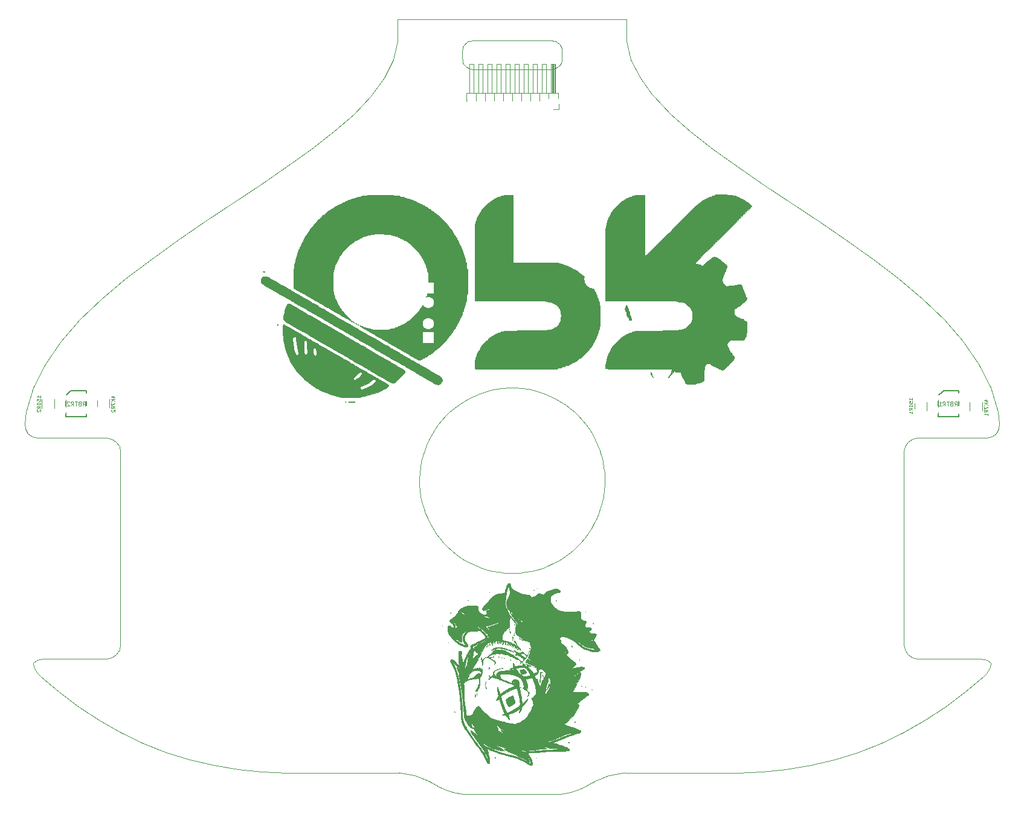
<source format=gbo>
G04 #@! TF.FileFunction,Legend,Bot*
%FSLAX46Y46*%
G04 Gerber Fmt 4.6, Leading zero omitted, Abs format (unit mm)*
G04 Created by KiCad (PCBNEW 4.0.7) date 02/25/18 14:16:29*
%MOMM*%
%LPD*%
G01*
G04 APERTURE LIST*
%ADD10C,0.100000*%
%ADD11C,0.120000*%
%ADD12C,0.150000*%
%ADD13C,0.010000*%
%ADD14C,0.125000*%
%ADD15C,3.600000*%
%ADD16R,2.400000X2.400000*%
%ADD17C,2.400000*%
%ADD18R,2.000000X2.000000*%
%ADD19C,2.000000*%
%ADD20R,1.600000X1.600000*%
%ADD21C,1.600000*%
%ADD22R,2.200000X2.200000*%
%ADD23O,2.200000X2.200000*%
%ADD24R,2.100000X2.100000*%
%ADD25O,2.100000X2.100000*%
%ADD26R,1.400000X1.400000*%
%ADD27O,1.400000X1.400000*%
%ADD28C,1.300000*%
%ADD29C,1.455599*%
%ADD30C,1.924000*%
%ADD31C,2.700000*%
%ADD32R,1.700000X1.100000*%
G04 APERTURE END LIST*
D10*
X55337507Y44112146D02*
X55337507Y44234536D01*
X55525898Y41843304D02*
X55412819Y42651522D01*
X51664431Y103047556D02*
X52284300Y105670699D01*
X55412819Y42651522D02*
X55349274Y43484082D01*
X59209027Y34793445D02*
X58707080Y35317395D01*
X55349274Y43484082D02*
X55337507Y44112146D01*
X13290962Y20281172D02*
X12857417Y19632326D01*
X12208570Y49894278D02*
X12857417Y49460732D01*
X13443203Y21046539D02*
X13290962Y20281172D01*
X2274640Y16612213D02*
X4880860Y14349947D01*
X10524130Y10382675D02*
X13535033Y8696053D01*
X12857417Y49460732D02*
X13290962Y48811886D01*
X23156101Y4915012D02*
X26509704Y4100409D01*
X16653701Y7218170D02*
X19865685Y5955873D01*
X56476027Y38728691D02*
X56165505Y39483396D01*
X56833324Y37994974D02*
X56476027Y38728691D01*
X55689501Y41043782D02*
X55525898Y41843304D01*
X55902985Y40256109D02*
X55689501Y41043782D01*
X56165505Y39483396D02*
X55902985Y40256109D01*
X12857417Y19632326D02*
X12208570Y19198781D01*
X63765186Y56209330D02*
X64537899Y56471850D01*
X46149343Y95447825D02*
X48522250Y97947667D01*
X13443203Y48046520D02*
X13443203Y21046539D01*
X61170533Y33205757D02*
X60503960Y33676590D01*
X59868266Y34188347D02*
X59233597Y34768600D01*
X17783197Y75127250D02*
X21543970Y77806391D01*
X5113893Y63551433D02*
X7775746Y66597371D01*
X48737426Y98239770D02*
X50385513Y100477061D01*
X26509704Y4100409D02*
X29910955Y3515838D01*
X7775746Y66597371D02*
X10824383Y69534288D01*
X2913526Y60384927D02*
X5113893Y63551433D01*
X4880860Y14349947D02*
X7634943Y12270222D01*
X12208570Y19198781D02*
X11443204Y19046540D01*
X11443204Y50046519D02*
X12208570Y49894278D01*
X52284300Y105670699D02*
X52284300Y108670697D01*
X55471660Y45907301D02*
X55614385Y46713819D01*
X68140299Y31055717D02*
X67278481Y31098401D01*
X68262690Y31055717D02*
X68140299Y31055717D01*
X68328313Y31056947D02*
X68262690Y31055717D01*
X1731674Y18894299D02*
X1247485Y18460754D01*
X67278481Y31098401D02*
X66467534Y31189871D01*
X64091397Y31766272D02*
X63328674Y32056543D01*
X40173409Y90490608D02*
X43341496Y92965988D01*
X136179554Y50632305D02*
X135571640Y50198759D01*
X133992887Y19046540D02*
X125213421Y19046540D01*
X136623847Y52046517D02*
X136549040Y51281151D01*
X136623847Y52046517D02*
X136460568Y53644017D01*
X136549040Y51281151D02*
X136179554Y50632305D01*
X135409140Y18460754D02*
X135371740Y17811908D01*
X135371740Y17811908D02*
X134818446Y17046541D01*
X123365663Y48811886D02*
X123213422Y48046520D01*
X77423029Y34768600D02*
X77447599Y34793445D01*
X125832243Y69534288D02*
X122471525Y72373731D01*
X79980703Y49789152D02*
X79597127Y50509480D01*
X116790940Y5955873D02*
X113500524Y4915012D01*
X70531531Y56848938D02*
X69723313Y56962016D01*
X75089696Y55138848D02*
X74379861Y55541511D01*
X80608563Y48283438D02*
X80318292Y49046161D01*
X79597127Y50509480D02*
X79169078Y51204302D01*
X78186488Y52506569D02*
X77606235Y53141239D01*
X79420638Y37285139D02*
X79823301Y37994974D01*
X78485746Y35948217D02*
X78974199Y36601988D01*
X73646144Y55898808D02*
X72891439Y56209330D01*
X73327951Y32056543D02*
X74070942Y32394132D01*
X81276434Y45096354D02*
X81184965Y45907301D01*
X80839553Y47552458D02*
X80608563Y48283438D01*
X71331054Y56685334D02*
X70531531Y56848938D01*
X68890753Y57025561D02*
X67765872Y57025561D01*
X80180598Y38728691D02*
X80491120Y39483396D01*
X76152665Y33676590D02*
X76788359Y34188347D01*
X70992695Y31332079D02*
X71785784Y31524467D01*
X69723313Y56962016D02*
X68890753Y57025561D01*
X74791270Y32777708D02*
X75486092Y33205757D01*
X78974199Y36601988D02*
X79420638Y37285139D01*
X129021682Y12270222D02*
X126132495Y10382675D01*
X103601297Y85513028D02*
X99936839Y88010137D01*
X99936839Y88010137D02*
X96483216Y90490608D01*
X77581391Y53165809D02*
X77057441Y53667755D01*
X115112655Y77806391D02*
X111263907Y80422703D01*
X77606235Y53141239D02*
X77581391Y53165809D01*
X79823301Y37994974D02*
X80180598Y38728691D01*
X136460568Y53644017D02*
X135407279Y57086304D01*
X72118726Y56471850D02*
X71331054Y56685334D01*
X88134375Y97947667D02*
X87919199Y98239770D01*
X135407279Y57086304D02*
X133743099Y60384927D01*
X135571640Y50198759D02*
X134817847Y50046519D01*
X133992887Y19046540D02*
X134924951Y18894299D01*
X122471525Y72373731D02*
X118873428Y75127250D01*
X103312530Y3164009D02*
X99863410Y3046551D01*
X75772847Y54692409D02*
X75089696Y55138848D01*
X79169078Y51204302D02*
X78698246Y51870875D01*
X123121592Y8696053D02*
X120002924Y7218170D01*
X134817847Y50046519D02*
X125213421Y50046519D01*
X80856739Y47483462D02*
X80839553Y47552458D01*
X70189091Y31189871D02*
X70992695Y31332079D01*
X80318292Y49046161D02*
X79980703Y49789152D01*
X93315129Y92965988D02*
X90507282Y95447825D01*
X77949545Y35317395D02*
X78485746Y35948217D01*
X74379861Y55541511D02*
X73646144Y55898808D01*
X134818446Y17046541D02*
X134381985Y16612213D01*
X78698246Y51870875D02*
X78186488Y52506569D01*
X71785784Y31524467D02*
X72565228Y31766272D01*
X81042240Y46713819D02*
X80856739Y47483462D01*
X76426618Y54203956D02*
X75772847Y54692409D01*
X74070942Y32394132D02*
X74791270Y32777708D01*
X81319118Y44234536D02*
X81276434Y45096354D01*
X123365663Y20281172D02*
X123799208Y19632326D01*
X90507282Y95447825D02*
X88134375Y97947667D01*
X80491120Y39483396D02*
X80753640Y40256109D01*
X80967124Y41043782D02*
X81130728Y41843304D01*
X77447599Y34793445D02*
X77949545Y35317395D01*
X81307351Y43484082D02*
X81319118Y44112146D01*
X81130728Y41843304D02*
X81243806Y42651522D01*
X84992194Y103047556D02*
X84372325Y105670699D01*
X80753640Y40256109D02*
X80967124Y41043782D01*
X123213422Y48046520D02*
X123213422Y21046539D01*
X113500524Y4915012D02*
X110146921Y4100409D01*
X123799208Y19632326D02*
X124448055Y19198781D01*
X75486092Y33205757D02*
X76152665Y33676590D01*
X72891439Y56209330D02*
X72118726Y56471850D01*
X120002924Y7218170D02*
X116790940Y5955873D01*
X124448055Y49894278D02*
X123799208Y49460732D01*
X123213422Y21046539D02*
X123365663Y20281172D01*
X123799208Y49460732D02*
X123365663Y48811886D01*
X81243806Y42651522D02*
X81307351Y43484082D01*
X81319118Y44112146D02*
X81319118Y44234536D01*
X76788359Y34188347D02*
X77423029Y34768600D01*
X87919199Y98239770D02*
X86271112Y100477061D01*
X125213421Y50046519D02*
X124448055Y49894278D01*
X68393936Y31055717D02*
X68516326Y31055717D01*
X131542732Y63551433D02*
X128880879Y66597371D01*
X126132495Y10382675D02*
X123121592Y8696053D01*
X118873428Y75127250D02*
X115112655Y77806391D01*
X128880879Y66597371D02*
X125832243Y69534288D01*
X84372325Y105670699D02*
X84372325Y108670697D01*
X124448055Y19198781D02*
X125213421Y19046540D01*
X81184965Y45907301D02*
X81042240Y46713819D01*
X133743099Y60384927D02*
X131542732Y63551433D01*
X134381985Y16612213D02*
X131775766Y14349947D01*
X68328313Y31056947D02*
X68393936Y31055717D01*
X72565228Y31766272D02*
X73327951Y32056543D01*
X68516326Y31055717D02*
X69378144Y31098401D01*
X131775766Y14349947D02*
X129021682Y12270222D01*
X134924951Y18894299D02*
X135409140Y18460754D01*
X69378144Y31098401D02*
X70189091Y31189871D01*
X110146921Y4100409D02*
X106745670Y3515838D01*
X96483216Y90490608D02*
X93315129Y92965988D01*
X79602937Y1677189D02*
G75*
G02X75275511Y46551I-5551025J8174012D01*
G01*
X79602936Y1677189D02*
X79784394Y1788383D01*
X68328313Y46551D02*
X68328313Y46551D01*
X52560764Y3046551D02*
G75*
G02X56872231Y1788383I-953919J-11285182D01*
G01*
X68328313Y46551D02*
X61381115Y46551D01*
X57053689Y1677189D02*
X56872231Y1788383D01*
X68328313Y46551D02*
X68328313Y46551D01*
X52560764Y3046551D02*
X36793216Y3046551D01*
X61381115Y46551D02*
G75*
G02X57053689Y1677189I1223599J9804650D01*
G01*
X74402333Y105625584D02*
X74216537Y105688653D01*
X74741450Y102015204D02*
X74578308Y101906196D01*
X75328308Y103467484D02*
X75277196Y102817005D01*
X62828316Y101705235D02*
X73828309Y101705235D01*
X61767657Y105300425D02*
X61915175Y105429795D01*
X75214127Y104813790D02*
X75127346Y104989765D01*
X33344095Y3164009D02*
X29910955Y3515838D01*
X62254292Y105625584D02*
X62440088Y105688653D01*
X61638287Y105152907D02*
X61767657Y105300425D01*
X61529279Y104989765D02*
X61638287Y105152907D01*
X74888968Y102144574D02*
X74741450Y102015204D01*
X75018338Y102292092D02*
X74888968Y102144574D01*
X61638287Y102292092D02*
X61529279Y102455234D01*
X75127346Y104989765D02*
X75018338Y105152907D01*
X62828316Y101705235D02*
X62440088Y101756346D01*
X75018338Y105152907D02*
X74888968Y105300425D01*
X62828316Y105739764D02*
X73828309Y105739764D01*
X74888968Y105300425D02*
X74741450Y105429795D01*
X75214127Y102631209D02*
X75127346Y102455234D01*
X61915175Y105429795D02*
X62078317Y105538803D01*
X75328308Y104239765D02*
X75277196Y104627994D01*
X61328317Y104239765D02*
X61379429Y104627994D01*
X75277196Y104627994D02*
X75214127Y104813790D01*
X61442498Y102631209D02*
X61379429Y102817005D01*
X61529279Y102455234D02*
X61442498Y102631209D01*
X74578308Y105538803D02*
X74402333Y105625584D01*
X84372325Y108670697D02*
X52284300Y108670697D01*
X62440088Y101756346D02*
X62254292Y101819415D01*
X61767657Y102144574D02*
X61638287Y102292092D01*
X61915175Y102015204D02*
X61767657Y102144574D01*
X74402333Y101819415D02*
X74216537Y101756346D01*
X74578308Y101906196D02*
X74402333Y101819415D01*
X75127346Y102455234D02*
X75018338Y102292092D01*
X79784394Y1788383D02*
G75*
G02X84095861Y3046551I5265386J-10027014D01*
G01*
X99863410Y3046551D02*
X84095861Y3046551D01*
X68328313Y46551D02*
X75275511Y46551D01*
X62254292Y101819415D02*
X62078317Y101906196D01*
X75277196Y102817005D02*
X75214127Y102631209D01*
X76426618Y54203956D02*
X77057441Y53667755D01*
X103312530Y3164009D02*
X106745670Y3515838D01*
X62078317Y105538803D02*
X62254292Y105625584D01*
X61442498Y104813790D02*
X61529279Y104989765D01*
X74216537Y101756346D02*
X73828309Y101705235D01*
X61379429Y104627994D02*
X61442498Y104813790D01*
X74741450Y105429795D02*
X74578308Y105538803D01*
X75328308Y103467484D02*
X75328308Y104239765D01*
X61328317Y103467484D02*
X61379429Y102817005D01*
X62078317Y101906196D02*
X61915175Y102015204D01*
X61328317Y103467484D02*
X61328317Y104239765D01*
X50385513Y100477061D02*
X51664431Y103047556D01*
X60230007Y54203956D02*
X59599184Y53667755D01*
X33055328Y85513028D02*
X25392718Y80422703D01*
X74216537Y105688653D02*
X73828309Y105739764D01*
X86271112Y100477061D02*
X84992194Y103047556D01*
X103601297Y85513028D02*
X111263907Y80422703D01*
X62440088Y105688653D02*
X62828316Y105739764D01*
X107585Y51281151D02*
X477071Y50632305D01*
X32778Y52046517D02*
X196057Y53644017D01*
X477071Y50632305D02*
X1084985Y50198759D01*
X13290962Y48811886D02*
X13443203Y48046520D01*
X55799887Y47483462D02*
X55817072Y47552458D01*
X64870841Y31524467D02*
X64091397Y31766272D01*
X1838778Y50046519D02*
X11443204Y50046519D01*
X63010481Y55898808D02*
X63765186Y56209330D01*
X33055328Y85513028D02*
X36719786Y88010137D01*
X2663738Y19046540D02*
X11443204Y19046540D01*
X55817072Y47552458D02*
X56048062Y48283438D01*
X65663930Y31332079D02*
X64870841Y31524467D01*
X61865355Y32777708D02*
X61170533Y33205757D01*
X1284885Y17811908D02*
X1838179Y17046541D01*
X1249346Y57086304D02*
X2913526Y60384927D01*
X57487547Y51204302D02*
X57958379Y51870875D01*
X66125094Y56848938D02*
X66933312Y56962016D01*
X32778Y52046517D02*
X107585Y51281151D01*
X10824383Y69534288D02*
X14185100Y72373731D01*
X59233597Y34768600D02*
X59209027Y34793445D01*
X1247485Y18460754D02*
X1284885Y17811908D01*
X48522250Y97947667D02*
X48737426Y98239770D01*
X64537899Y56471850D02*
X65325572Y56685334D01*
X58707080Y35317395D02*
X58170879Y35948217D01*
X66933312Y56962016D02*
X67765872Y57025561D01*
X7634943Y12270222D02*
X10524130Y10382675D01*
X14185100Y72373731D02*
X17783197Y75127250D01*
X66467534Y31189871D02*
X65663930Y31332079D01*
X65325572Y56685334D02*
X66125094Y56848938D01*
X56338333Y49046161D02*
X56675922Y49789152D01*
X55337507Y44234536D02*
X55380191Y45096354D01*
X63328674Y32056543D02*
X62585683Y32394132D01*
X58170879Y35948217D02*
X57682426Y36601988D01*
X57682426Y36601988D02*
X57235987Y37285139D01*
X36719786Y88010137D02*
X40173409Y90490608D01*
X59075235Y53165809D02*
X59599184Y53667755D01*
X21543970Y77806391D02*
X25392718Y80422703D01*
X196057Y53644017D02*
X1249346Y57086304D01*
X1084985Y50198759D02*
X1838778Y50046519D01*
X13535033Y8696053D02*
X16653701Y7218170D01*
X19865685Y5955873D02*
X23156101Y4915012D01*
X62585683Y32394132D02*
X61865355Y32777708D01*
X1838179Y17046541D02*
X2274640Y16612213D01*
X56675922Y49789152D02*
X57059498Y50509480D01*
X57059498Y50509480D02*
X57487547Y51204302D01*
X60503960Y33676590D02*
X59868266Y34188347D01*
X59050390Y53141239D02*
X59075235Y53165809D01*
X2663738Y19046540D02*
X1731674Y18894299D01*
X33344095Y3164009D02*
X36793216Y3046551D01*
X57958379Y51870875D02*
X58470137Y52506569D01*
X62276764Y55541511D02*
X63010481Y55898808D01*
X60883778Y54692409D02*
X61566929Y55138848D01*
X57235987Y37285139D02*
X56833324Y37994974D01*
X43341496Y92965988D02*
X46149343Y95447825D01*
X60230007Y54203956D02*
X60883778Y54692409D01*
X61566929Y55138848D02*
X62276764Y55541511D01*
X55614385Y46713819D02*
X55799887Y47483462D01*
X55380191Y45096354D02*
X55471660Y45907301D01*
X56048062Y48283438D02*
X56338333Y49046161D01*
X58470137Y52506569D02*
X59050390Y53141239D01*
D11*
X74775977Y97609889D02*
X74775977Y98409889D01*
X74775977Y98409889D02*
X61955977Y98409889D01*
X61955977Y98409889D02*
X61955977Y97289889D01*
X61955977Y97289889D02*
X62031300Y97289889D01*
X74340977Y98409889D02*
X74340977Y102409889D01*
X74340977Y102409889D02*
X73820977Y102409889D01*
X73820977Y102409889D02*
X73820977Y98409889D01*
X74280977Y98409889D02*
X74280977Y102409889D01*
X74160977Y98409889D02*
X74160977Y102409889D01*
X74040977Y98409889D02*
X74040977Y102409889D01*
X73920977Y98409889D02*
X73920977Y102409889D01*
X73445977Y97609889D02*
X73445977Y98409889D01*
X73070977Y98409889D02*
X73070977Y102409889D01*
X73070977Y102409889D02*
X72550977Y102409889D01*
X72550977Y102409889D02*
X72550977Y98409889D01*
X72175977Y97289889D02*
X72175977Y98409889D01*
X72191300Y97289889D02*
X72160654Y97289889D01*
X71800977Y98409889D02*
X71800977Y102409889D01*
X71800977Y102409889D02*
X71280977Y102409889D01*
X71280977Y102409889D02*
X71280977Y98409889D01*
X70905977Y97289889D02*
X70905977Y98409889D01*
X70921300Y97289889D02*
X70890654Y97289889D01*
X70530977Y98409889D02*
X70530977Y102409889D01*
X70530977Y102409889D02*
X70010977Y102409889D01*
X70010977Y102409889D02*
X70010977Y98409889D01*
X69635977Y97289889D02*
X69635977Y98409889D01*
X69651300Y97289889D02*
X69620654Y97289889D01*
X69260977Y98409889D02*
X69260977Y102409889D01*
X69260977Y102409889D02*
X68740977Y102409889D01*
X68740977Y102409889D02*
X68740977Y98409889D01*
X68365977Y97289889D02*
X68365977Y98409889D01*
X68381300Y97289889D02*
X68350654Y97289889D01*
X67990977Y98409889D02*
X67990977Y102409889D01*
X67990977Y102409889D02*
X67470977Y102409889D01*
X67470977Y102409889D02*
X67470977Y98409889D01*
X67095977Y97289889D02*
X67095977Y98409889D01*
X67111300Y97289889D02*
X67080654Y97289889D01*
X66720977Y98409889D02*
X66720977Y102409889D01*
X66720977Y102409889D02*
X66200977Y102409889D01*
X66200977Y102409889D02*
X66200977Y98409889D01*
X65825977Y97289889D02*
X65825977Y98409889D01*
X65841300Y97289889D02*
X65810654Y97289889D01*
X65450977Y98409889D02*
X65450977Y102409889D01*
X65450977Y102409889D02*
X64930977Y102409889D01*
X64930977Y102409889D02*
X64930977Y98409889D01*
X64555977Y97289889D02*
X64555977Y98409889D01*
X64571300Y97289889D02*
X64540654Y97289889D01*
X64180977Y98409889D02*
X64180977Y102409889D01*
X64180977Y102409889D02*
X63660977Y102409889D01*
X63660977Y102409889D02*
X63660977Y98409889D01*
X63285977Y97289889D02*
X63285977Y98409889D01*
X63301300Y97289889D02*
X63270654Y97289889D01*
X62910977Y98409889D02*
X62910977Y102409889D01*
X62910977Y102409889D02*
X62390977Y102409889D01*
X62390977Y102409889D02*
X62390977Y98409889D01*
X74080977Y96089889D02*
X74840977Y96089889D01*
X74840977Y96089889D02*
X74840977Y96849889D01*
D12*
X128706459Y56572965D02*
X128071459Y55937965D01*
X128018459Y55894965D02*
X128018459Y52994965D01*
X130918459Y56594965D02*
X128728459Y56594965D01*
X130918459Y52994965D02*
X130918459Y56594965D01*
X128018459Y52994965D02*
X130918459Y52994965D01*
X6446099Y56598365D02*
X5811099Y55963365D01*
X5758099Y55920365D02*
X5758099Y53020365D01*
X8658099Y56620365D02*
X6468099Y56620365D01*
X8658099Y53020365D02*
X8658099Y56620365D01*
X5758099Y53020365D02*
X8658099Y53020365D01*
D11*
X134254979Y53824125D02*
X134254979Y55024125D01*
X132494979Y55024125D02*
X132494979Y53824125D01*
X11928579Y54220365D02*
X11928579Y55420365D01*
X10168579Y55420365D02*
X10168579Y54220365D01*
X124712419Y55049525D02*
X124712419Y53849525D01*
X126472419Y53849525D02*
X126472419Y55049525D01*
X2446979Y55410205D02*
X2446979Y54210205D01*
X4206979Y54210205D02*
X4206979Y55410205D01*
D13*
G36*
X93665247Y57579897D02*
X93840557Y57582710D01*
X93965828Y57588497D01*
X94052322Y57598339D01*
X94111303Y57613316D01*
X94154034Y57634508D01*
X94176668Y57650743D01*
X94273747Y57700144D01*
X94411876Y57721005D01*
X94471132Y57722507D01*
X94625115Y57734365D01*
X94732334Y57772257D01*
X94767141Y57795886D01*
X94849041Y57847109D01*
X94916533Y57868457D01*
X94916605Y57868457D01*
X94977578Y57891301D01*
X95061768Y57948552D01*
X95092310Y57974292D01*
X95210811Y58080127D01*
X95228954Y58999363D01*
X95235174Y59287424D01*
X95241574Y59511892D01*
X95248880Y59681743D01*
X95257818Y59805956D01*
X95269116Y59893506D01*
X95283500Y59953369D01*
X95301695Y59994524D01*
X95310597Y60008316D01*
X95356738Y60091566D01*
X95374097Y60155413D01*
X95398634Y60213904D01*
X95460495Y60294264D01*
X95493753Y60328767D01*
X95566351Y60392589D01*
X95634236Y60427458D01*
X95723769Y60441972D01*
X95849246Y60444743D01*
X95979723Y60442112D01*
X96064839Y60427253D01*
X96131783Y60389713D01*
X96207744Y60319040D01*
X96226811Y60299600D01*
X96312752Y60219445D01*
X96383981Y60166732D01*
X96414356Y60154457D01*
X96464676Y60138806D01*
X96562948Y60096689D01*
X96692862Y60035359D01*
X96781547Y59991171D01*
X96920472Y59921932D01*
X97035223Y59867257D01*
X97110514Y59834291D01*
X97130856Y59827885D01*
X97176211Y59807456D01*
X97247591Y59758022D01*
X97251053Y59755314D01*
X97331426Y59704220D01*
X97395841Y59682744D01*
X97396195Y59682743D01*
X97460326Y59661584D01*
X97540722Y59610655D01*
X97541338Y59610171D01*
X97649639Y59556487D01*
X97760377Y59537600D01*
X97821244Y59543684D01*
X97882194Y59567602D01*
X97955407Y59617856D01*
X98053066Y59702946D01*
X98187351Y59831374D01*
X98202345Y59846028D01*
X98329313Y59965605D01*
X98442429Y60063582D01*
X98529423Y60129890D01*
X98578021Y60154456D01*
X98578185Y60154457D01*
X98632484Y60185135D01*
X98684692Y60260937D01*
X98689927Y60272385D01*
X98734683Y60341879D01*
X98820525Y60447594D01*
X98935728Y60575977D01*
X99068568Y60713475D01*
X99089557Y60734312D01*
X99229853Y60873769D01*
X99326347Y60974570D01*
X99387227Y61048689D01*
X99420682Y61108100D01*
X99434899Y61164779D01*
X99438068Y61230701D01*
X99438097Y61244019D01*
X99431178Y61349263D01*
X99401073Y61428218D01*
X99333763Y61510585D01*
X99292954Y61551457D01*
X99212006Y61643504D01*
X99159318Y61728364D01*
X99147811Y61769171D01*
X99122974Y61835803D01*
X99059152Y61925706D01*
X99002668Y61986886D01*
X98922132Y62075732D01*
X98869429Y62153449D01*
X98857525Y62188928D01*
X98836144Y62258759D01*
X98784954Y62341501D01*
X98734764Y62411600D01*
X98712452Y62455209D01*
X98712383Y62456284D01*
X98696781Y62505389D01*
X98656374Y62597936D01*
X98600755Y62714701D01*
X98539518Y62836460D01*
X98482258Y62943992D01*
X98438568Y63018070D01*
X98421196Y63039728D01*
X98381577Y63092781D01*
X98396082Y63172756D01*
X98466675Y63283297D01*
X98595320Y63428048D01*
X98671930Y63504593D01*
X98958049Y63783028D01*
X100767091Y63783028D01*
X100864594Y63884800D01*
X100928071Y63964785D01*
X100960865Y64032933D01*
X100962097Y64043192D01*
X100983367Y64110184D01*
X101034524Y64191889D01*
X101034668Y64192073D01*
X101086397Y64293095D01*
X101106590Y64434621D01*
X101107375Y64478180D01*
X101132131Y64679048D01*
X101179947Y64790834D01*
X101205875Y64839450D01*
X101224810Y64895377D01*
X101237830Y64970285D01*
X101246012Y65075846D01*
X101250435Y65223729D01*
X101252176Y65425607D01*
X101252383Y65575100D01*
X101252383Y66240561D01*
X101156720Y66336223D01*
X101072510Y66400197D01*
X100991819Y66431311D01*
X100982656Y66431886D01*
X100913597Y66457081D01*
X100821741Y66522202D01*
X100762525Y66577028D01*
X100664047Y66666919D01*
X100580797Y66710733D01*
X100487912Y66722171D01*
X100356100Y66745959D01*
X100262767Y66794743D01*
X100182394Y66845836D01*
X100117979Y66867312D01*
X100117624Y66867314D01*
X100052149Y66888235D01*
X99978205Y66934078D01*
X99881862Y66992894D01*
X99768457Y67042900D01*
X99764681Y67044206D01*
X99656345Y67101730D01*
X99553131Y67187530D01*
X99537980Y67204227D01*
X99493354Y67260520D01*
X99464499Y67315296D01*
X99447985Y67385722D01*
X99440383Y67488961D01*
X99438263Y67642179D01*
X99438182Y67703700D01*
X99441103Y67897494D01*
X99452848Y68030059D01*
X99477737Y68112595D01*
X99520091Y68156304D01*
X99584230Y68172388D01*
X99619418Y68173600D01*
X99720699Y68207286D01*
X99843683Y68306935D01*
X99855383Y68318743D01*
X99947927Y68399877D01*
X100033577Y68452525D01*
X100074740Y68463886D01*
X100140101Y68491493D01*
X100244438Y68571050D01*
X100381615Y68697661D01*
X100436855Y68752801D01*
X100607314Y68916081D01*
X100744386Y69024667D01*
X100855176Y69084090D01*
X100867865Y69088444D01*
X100993695Y69151594D01*
X101056247Y69225886D01*
X101099923Y69319505D01*
X101153470Y69433002D01*
X101162781Y69452609D01*
X101201480Y69542183D01*
X101206784Y69595767D01*
X101179327Y69641471D01*
X101167349Y69655037D01*
X101119935Y69732201D01*
X101107240Y69785448D01*
X101085747Y69858119D01*
X101034668Y69941698D01*
X100980556Y70051288D01*
X100961290Y70165136D01*
X100939416Y70287188D01*
X100889525Y70387028D01*
X100838730Y70469238D01*
X100817761Y70536349D01*
X100795974Y70606307D01*
X100749801Y70681492D01*
X100702060Y70773448D01*
X100667227Y70893909D01*
X100662162Y70925059D01*
X100637024Y71037432D01*
X100599345Y71125869D01*
X100586999Y71142773D01*
X100535737Y71225429D01*
X100508282Y71299802D01*
X100442351Y71432002D01*
X100331301Y71519450D01*
X100190821Y71557006D01*
X100036599Y71539529D01*
X99926549Y71490403D01*
X99862602Y71454944D01*
X99798505Y71430607D01*
X99719078Y71415285D01*
X99609139Y71406869D01*
X99453507Y71403251D01*
X99292954Y71402407D01*
X99090242Y71400848D01*
X98946446Y71396002D01*
X98847929Y71386181D01*
X98781052Y71369692D01*
X98732179Y71344847D01*
X98712383Y71330457D01*
X98608864Y71279384D01*
X98492068Y71258692D01*
X98425896Y71264504D01*
X98362832Y71289144D01*
X98288751Y71342067D01*
X98189531Y71432728D01*
X98100296Y71520957D01*
X97986281Y71637275D01*
X97890007Y71739030D01*
X97824297Y71812478D01*
X97804094Y71838457D01*
X97786013Y71902038D01*
X97773459Y72012160D01*
X97769510Y72121333D01*
X97779822Y72291777D01*
X97817555Y72430760D01*
X97859668Y72520187D01*
X97912481Y72638861D01*
X97945186Y72749833D01*
X97950383Y72794016D01*
X97973107Y72897900D01*
X98022954Y72989698D01*
X98074048Y73070072D01*
X98095524Y73134486D01*
X98095525Y73134841D01*
X98116684Y73198972D01*
X98167613Y73279367D01*
X98168097Y73279984D01*
X98222209Y73389574D01*
X98241475Y73503422D01*
X98263349Y73625474D01*
X98313240Y73725314D01*
X98358805Y73810242D01*
X98380856Y73928943D01*
X98385004Y74039589D01*
X98382173Y74167287D01*
X98366680Y74247633D01*
X98329759Y74305741D01*
X98274170Y74357089D01*
X98187710Y74417587D01*
X98113652Y74449538D01*
X98100961Y74451028D01*
X98051754Y74475602D01*
X97965513Y74542221D01*
X97855101Y74640232D01*
X97752182Y74739935D01*
X97618639Y74867279D01*
X97498871Y74968548D01*
X97406004Y75033170D01*
X97366613Y75050445D01*
X97285353Y75087836D01*
X97183853Y75160207D01*
X97122312Y75215109D01*
X97029989Y75294451D01*
X96947708Y75346399D01*
X96909020Y75358171D01*
X96829160Y75378395D01*
X96758806Y75416213D01*
X96693530Y75453882D01*
X96647155Y75445026D01*
X96611804Y75416213D01*
X96530342Y75369527D01*
X96474380Y75358171D01*
X96414072Y75332866D01*
X96321709Y75264890D01*
X96213064Y75166149D01*
X96191975Y75144988D01*
X96045404Y75010904D01*
X95914328Y74920536D01*
X95847160Y74891148D01*
X95764010Y74851531D01*
X95658302Y74773079D01*
X95522510Y74649535D01*
X95361454Y74487475D01*
X95231113Y74355668D01*
X95115695Y74245229D01*
X95025696Y74165744D01*
X94971616Y74126801D01*
X94963963Y74124457D01*
X94906719Y74144697D01*
X94821730Y74195222D01*
X94793525Y74215171D01*
X94652908Y74287247D01*
X94541547Y74306692D01*
X94422556Y74328293D01*
X94321811Y74378457D01*
X94225366Y74430400D01*
X94135193Y74450222D01*
X94056969Y74467672D01*
X94020184Y74500816D01*
X94040257Y74538364D01*
X94107173Y74621967D01*
X94216168Y74746660D01*
X94362476Y74907476D01*
X94541334Y75099447D01*
X94747977Y75317608D01*
X94977642Y75556991D01*
X95225563Y75812631D01*
X95486976Y76079559D01*
X95757117Y76352810D01*
X96031222Y76627417D01*
X96304527Y76898412D01*
X96565575Y77154314D01*
X96838039Y77420577D01*
X97132614Y77709978D01*
X97445487Y78018671D01*
X97772841Y78342815D01*
X98110861Y78678562D01*
X98455733Y79022071D01*
X98803642Y79369496D01*
X99150771Y79716993D01*
X99493306Y80060718D01*
X99827431Y80396827D01*
X100149332Y80721476D01*
X100455193Y81030819D01*
X100741200Y81321014D01*
X101003536Y81588216D01*
X101238387Y81828580D01*
X101441937Y82038263D01*
X101610371Y82213419D01*
X101739875Y82350206D01*
X101826633Y82444778D01*
X101866829Y82493292D01*
X101869240Y82498352D01*
X101843647Y82553620D01*
X101776459Y82640702D01*
X101682063Y82745230D01*
X101574842Y82852835D01*
X101469183Y82949150D01*
X101379472Y83019805D01*
X101320094Y83050434D01*
X101316183Y83050743D01*
X101259113Y83073664D01*
X101169482Y83133634D01*
X101070954Y83214028D01*
X100967935Y83297305D01*
X100877490Y83356135D01*
X100821367Y83377314D01*
X100748457Y83402755D01*
X100689954Y83449885D01*
X100618562Y83504852D01*
X100562224Y83522457D01*
X100491050Y83543891D01*
X100407910Y83595028D01*
X100322492Y83646805D01*
X100248802Y83668407D01*
X100173402Y83690526D01*
X100091240Y83740171D01*
X100009030Y83790966D01*
X99941919Y83811936D01*
X99873355Y83833858D01*
X99791053Y83885314D01*
X99693738Y83935931D01*
X99558031Y83956635D01*
X99500767Y83957885D01*
X99344033Y83970695D01*
X99235609Y84012413D01*
X99213500Y84028083D01*
X99184552Y84047678D01*
X99147552Y84063407D01*
X99094481Y84075797D01*
X99017323Y84085375D01*
X98908063Y84092670D01*
X98758682Y84098208D01*
X98561166Y84102516D01*
X98307498Y84106123D01*
X97989660Y84109556D01*
X97972646Y84109725D01*
X96821034Y84121171D01*
X96744383Y84039528D01*
X96631454Y83970001D01*
X96537986Y83957079D01*
X96417964Y83935385D01*
X96317525Y83885314D01*
X96205476Y83831579D01*
X96087392Y83813549D01*
X95949389Y83789123D01*
X95855712Y83740171D01*
X95772079Y83688802D01*
X95701399Y83667600D01*
X95631487Y83642283D01*
X95573668Y83595028D01*
X95494616Y83539531D01*
X95427345Y83522457D01*
X95342266Y83499388D01*
X95301741Y83468289D01*
X95238205Y83423433D01*
X95139954Y83383045D01*
X95121270Y83377630D01*
X95000615Y83319314D01*
X94858399Y83201640D01*
X94781297Y83123370D01*
X94649740Y82995283D01*
X94547889Y82921876D01*
X94494683Y82905048D01*
X94467575Y82890016D01*
X94410629Y82844047D01*
X94322245Y82765574D01*
X94200822Y82653032D01*
X94044760Y82504854D01*
X93852458Y82319473D01*
X93622316Y82095325D01*
X93352734Y81830843D01*
X93042110Y81524460D01*
X92688845Y81174610D01*
X92291338Y80779728D01*
X91847988Y80338247D01*
X91357195Y79848601D01*
X90817359Y79309223D01*
X90693417Y79185293D01*
X90248558Y78740849D01*
X89819832Y78313361D01*
X89409974Y77905516D01*
X89021718Y77520005D01*
X88657797Y77159515D01*
X88320947Y76826734D01*
X88013900Y76524352D01*
X87739391Y76255057D01*
X87500154Y76021538D01*
X87298924Y75826483D01*
X87138434Y75672580D01*
X87021418Y75562519D01*
X86950611Y75498987D01*
X86928923Y75483506D01*
X86921772Y75499835D01*
X86915293Y75545236D01*
X86909443Y75622966D01*
X86904182Y75736281D01*
X86899469Y75888437D01*
X86895261Y76082689D01*
X86891519Y76322295D01*
X86888200Y76610510D01*
X86885263Y76950591D01*
X86882668Y77345793D01*
X86880372Y77799374D01*
X86878335Y78314588D01*
X86876516Y78894692D01*
X86874872Y79542943D01*
X86874317Y79792904D01*
X86865097Y84084885D01*
X86293954Y84094877D01*
X86073035Y84097873D01*
X85911081Y84097142D01*
X85794529Y84091479D01*
X85709818Y84079680D01*
X85643385Y84060540D01*
X85581667Y84032856D01*
X85578756Y84031377D01*
X85459049Y83984251D01*
X85340857Y83958595D01*
X85315328Y83957079D01*
X85200366Y83934276D01*
X85105240Y83885314D01*
X85004010Y83834774D01*
X84887780Y83812746D01*
X84887525Y83812743D01*
X84771328Y83790807D01*
X84669993Y83740313D01*
X84669811Y83740171D01*
X84588384Y83689442D01*
X84522646Y83668407D01*
X84459304Y83647438D01*
X84370614Y83596151D01*
X84343240Y83576885D01*
X84252213Y83519602D01*
X84176305Y83488207D01*
X84161087Y83486171D01*
X84098006Y83461139D01*
X84022411Y83399980D01*
X84013922Y83391084D01*
X83921758Y83313763D01*
X83805535Y83243267D01*
X83780811Y83231546D01*
X83712326Y83186574D01*
X83604846Y83098368D01*
X83467060Y82975585D01*
X83307656Y82826883D01*
X83135320Y82660922D01*
X82958743Y82486361D01*
X82786610Y82311858D01*
X82627610Y82146071D01*
X82490431Y81997659D01*
X82383761Y81875282D01*
X82316287Y81787597D01*
X82297550Y81753265D01*
X82248068Y81648963D01*
X82197764Y81578833D01*
X82146193Y81497999D01*
X82129004Y81433690D01*
X82106778Y81355629D01*
X82057240Y81272743D01*
X82006467Y81190799D01*
X81985475Y81124152D01*
X81959651Y81057569D01*
X81912097Y81000600D01*
X81856409Y80923410D01*
X81838719Y80858905D01*
X81816308Y80776272D01*
X81766954Y80692171D01*
X81715414Y80587231D01*
X81695189Y80470279D01*
X81674567Y80352011D01*
X81625470Y80251495D01*
X81625127Y80251057D01*
X81585327Y80176501D01*
X81556332Y80061179D01*
X81535001Y79891225D01*
X81529849Y79830371D01*
X81512733Y79656764D01*
X81491531Y79541170D01*
X81462771Y79469035D01*
X81435819Y79436184D01*
X81426278Y79425734D01*
X81417673Y79410126D01*
X81409955Y79385757D01*
X81403077Y79349024D01*
X81396990Y79296324D01*
X81391646Y79224053D01*
X81386997Y79128609D01*
X81382994Y79006387D01*
X81379589Y78853785D01*
X81376734Y78667200D01*
X81374381Y78443027D01*
X81372481Y78177665D01*
X81370986Y77867510D01*
X81369848Y77508958D01*
X81369018Y77098406D01*
X81368449Y76632252D01*
X81368093Y76106891D01*
X81367900Y75518721D01*
X81367822Y74864138D01*
X81367811Y74357658D01*
X81367968Y73759346D01*
X81368426Y73180565D01*
X81369166Y72625509D01*
X81370172Y72098372D01*
X81371424Y71603350D01*
X81372905Y71144637D01*
X81374596Y70726428D01*
X81376478Y70352918D01*
X81378535Y70028301D01*
X81380747Y69756771D01*
X81383096Y69542524D01*
X81385565Y69389754D01*
X81388134Y69302657D01*
X81389836Y69283282D01*
X81397757Y69275215D01*
X81417351Y69267932D01*
X81452118Y69261396D01*
X81505560Y69255565D01*
X81581176Y69250401D01*
X81682467Y69245864D01*
X81812935Y69241914D01*
X81976079Y69238511D01*
X82175400Y69235616D01*
X82414399Y69233190D01*
X82696577Y69231193D01*
X83025434Y69229585D01*
X83404471Y69228326D01*
X83837187Y69227378D01*
X84327085Y69226700D01*
X84877665Y69226253D01*
X85492427Y69225997D01*
X86174872Y69225893D01*
X86464943Y69225886D01*
X87171043Y69225871D01*
X87808187Y69225794D01*
X88379992Y69225604D01*
X88890072Y69225249D01*
X89342045Y69224678D01*
X89739524Y69223841D01*
X90086128Y69222686D01*
X90385470Y69221163D01*
X90641168Y69219220D01*
X90856836Y69216806D01*
X91036091Y69213871D01*
X91182549Y69210364D01*
X91299824Y69206232D01*
X91391534Y69201427D01*
X91461293Y69195895D01*
X91512718Y69189587D01*
X91549425Y69182452D01*
X91575029Y69174438D01*
X91593146Y69165494D01*
X91607391Y69155570D01*
X91610284Y69153314D01*
X91676260Y69113787D01*
X91762310Y69091303D01*
X91888975Y69081846D01*
X91981504Y69080743D01*
X92147486Y69075522D01*
X92261090Y69057520D01*
X92341916Y69023220D01*
X92356781Y69013463D01*
X92456024Y68957326D01*
X92543811Y68924205D01*
X92602431Y68890820D01*
X92698526Y68815558D01*
X92820133Y68709670D01*
X92955292Y68584409D01*
X93092039Y68451024D01*
X93218413Y68320768D01*
X93322451Y68204892D01*
X93366731Y68150172D01*
X93430949Y68041297D01*
X93471323Y67927780D01*
X93474089Y67912414D01*
X93509364Y67793291D01*
X93561935Y67694283D01*
X93592459Y67642189D01*
X93612825Y67577170D01*
X93624973Y67484348D01*
X93630846Y67348847D01*
X93632382Y67155789D01*
X93632382Y67154281D01*
X93630862Y66960372D01*
X93624899Y66823214D01*
X93612393Y66727026D01*
X93591241Y66656026D01*
X93559343Y66594431D01*
X93557410Y66591286D01*
X93505972Y66478869D01*
X93479768Y66365160D01*
X93479134Y66353789D01*
X93470352Y66301620D01*
X93442234Y66241799D01*
X93387740Y66165187D01*
X93299828Y66062647D01*
X93171459Y65925038D01*
X93058516Y65807853D01*
X92907702Y65656868D01*
X92770172Y65527253D01*
X92656009Y65427962D01*
X92575295Y65367946D01*
X92548228Y65354769D01*
X92449157Y65319857D01*
X92345318Y65270268D01*
X92217932Y65227644D01*
X92031664Y65205950D01*
X91973718Y65203959D01*
X91795817Y65192184D01*
X91667598Y65162174D01*
X91592718Y65126058D01*
X91569367Y65112794D01*
X91542503Y65101248D01*
X91507220Y65091300D01*
X91458617Y65082831D01*
X91391788Y65075721D01*
X91301831Y65069852D01*
X91183842Y65065104D01*
X91032916Y65061358D01*
X90844150Y65058495D01*
X90612640Y65056395D01*
X90333483Y65054938D01*
X90001774Y65054006D01*
X89612610Y65053480D01*
X89161088Y65053240D01*
X88642302Y65053166D01*
X88596294Y65053164D01*
X88071574Y65053095D01*
X87614483Y65052863D01*
X87220078Y65052348D01*
X86883416Y65051431D01*
X86599555Y65049994D01*
X86363553Y65047916D01*
X86170466Y65045080D01*
X86015351Y65041366D01*
X85893267Y65036656D01*
X85799271Y65030829D01*
X85728420Y65023767D01*
X85675771Y65015352D01*
X85636381Y65005463D01*
X85605309Y64993983D01*
X85577611Y64980792D01*
X85576954Y64980457D01*
X85459350Y64933990D01*
X85344857Y64909171D01*
X85321051Y64907886D01*
X85208845Y64884831D01*
X85115141Y64835314D01*
X85008142Y64782054D01*
X84897427Y64762743D01*
X84776462Y64740015D01*
X84679712Y64690171D01*
X84601071Y64639226D01*
X84540152Y64617606D01*
X84539529Y64617600D01*
X84481852Y64598406D01*
X84393886Y64550191D01*
X84357930Y64526885D01*
X84264187Y64471081D01*
X84188189Y64439115D01*
X84170217Y64436171D01*
X84113923Y64413221D01*
X84029442Y64354567D01*
X83975604Y64309171D01*
X83883890Y64236377D01*
X83804582Y64190432D01*
X83773754Y64182171D01*
X83729731Y64157053D01*
X83644237Y64087135D01*
X83525421Y63980573D01*
X83381436Y63845521D01*
X83220432Y63690135D01*
X83050560Y63522569D01*
X82879971Y63350979D01*
X82716817Y63183519D01*
X82569247Y63028345D01*
X82445414Y62893612D01*
X82353467Y62787474D01*
X82301559Y62718087D01*
X82293465Y62701150D01*
X82253267Y62603836D01*
X82200133Y62520070D01*
X82149531Y62438251D01*
X82129004Y62372063D01*
X82107143Y62303096D01*
X82057240Y62222743D01*
X82006467Y62140799D01*
X81985475Y62074152D01*
X81959651Y62007569D01*
X81912097Y61950600D01*
X81856612Y61871737D01*
X81839525Y61804727D01*
X81817534Y61719396D01*
X81766954Y61632270D01*
X81714589Y61528397D01*
X81694143Y61418734D01*
X81673088Y61300905D01*
X81623780Y61191081D01*
X81578198Y61087008D01*
X81545847Y60928708D01*
X81528742Y60766218D01*
X81511476Y60595410D01*
X81489291Y60482414D01*
X81458580Y60412483D01*
X81435819Y60386184D01*
X81398065Y60336419D01*
X81377100Y60260478D01*
X81368934Y60139483D01*
X81368367Y60067190D01*
X81373296Y59930988D01*
X81385705Y59819342D01*
X81402930Y59755983D01*
X81403341Y59755314D01*
X81414756Y59747299D01*
X81440746Y59740084D01*
X81484929Y59733623D01*
X81550920Y59727872D01*
X81642333Y59722785D01*
X81762786Y59718318D01*
X81915892Y59714425D01*
X82105268Y59711062D01*
X82334529Y59708182D01*
X82607290Y59705742D01*
X82927167Y59703696D01*
X83297776Y59701998D01*
X83722732Y59700604D01*
X84205651Y59699469D01*
X84750147Y59698547D01*
X85359836Y59697794D01*
X86038335Y59697164D01*
X86067431Y59697140D01*
X86795273Y59696274D01*
X87466358Y59694908D01*
X88079214Y59693054D01*
X88632367Y59690723D01*
X89124342Y59687929D01*
X89553667Y59684685D01*
X89918867Y59681001D01*
X90218470Y59676891D01*
X90451001Y59672367D01*
X90614986Y59667441D01*
X90708953Y59662127D01*
X90732497Y59658000D01*
X90737589Y59603911D01*
X90686815Y59519531D01*
X90622233Y59391613D01*
X90611544Y59270850D01*
X90600849Y59149054D01*
X90548284Y59057435D01*
X90528295Y59036187D01*
X90467241Y58957106D01*
X90439407Y58885470D01*
X90439240Y58881256D01*
X90414539Y58818345D01*
X90351899Y58733863D01*
X90312240Y58692038D01*
X90219200Y58588865D01*
X90189220Y58521151D01*
X90222215Y58488587D01*
X90256113Y58485314D01*
X90322167Y58518199D01*
X90387667Y58619331D01*
X90397160Y58639528D01*
X90453447Y58730521D01*
X90549987Y58853556D01*
X90673119Y58992094D01*
X90773055Y59094602D01*
X91078776Y59395462D01*
X91171127Y59322818D01*
X91231729Y59286176D01*
X91312875Y59262318D01*
X91431948Y59247908D01*
X91604288Y59239673D01*
X91945097Y59229171D01*
X91956129Y59096949D01*
X91983032Y58988381D01*
X92033700Y58904705D01*
X92037772Y58900825D01*
X92092331Y58822285D01*
X92108382Y58757457D01*
X92134284Y58673283D01*
X92180954Y58612314D01*
X92236418Y58533757D01*
X92253525Y58467171D01*
X92279426Y58382997D01*
X92326097Y58322028D01*
X92381381Y58252233D01*
X92399801Y58198476D01*
X92418654Y58134100D01*
X92464915Y58039032D01*
X92490329Y57995457D01*
X92544293Y57895499D01*
X92576215Y57812533D01*
X92579911Y57789448D01*
X92606696Y57726421D01*
X92671347Y57656867D01*
X92675705Y57653376D01*
X92714548Y57626515D01*
X92760145Y57606942D01*
X92823865Y57593532D01*
X92917078Y57585163D01*
X93051155Y57580711D01*
X93237464Y57579052D01*
X93428633Y57578978D01*
X93665247Y57579897D01*
X93665247Y57579897D01*
G37*
X93665247Y57579897D02*
X93840557Y57582710D01*
X93965828Y57588497D01*
X94052322Y57598339D01*
X94111303Y57613316D01*
X94154034Y57634508D01*
X94176668Y57650743D01*
X94273747Y57700144D01*
X94411876Y57721005D01*
X94471132Y57722507D01*
X94625115Y57734365D01*
X94732334Y57772257D01*
X94767141Y57795886D01*
X94849041Y57847109D01*
X94916533Y57868457D01*
X94916605Y57868457D01*
X94977578Y57891301D01*
X95061768Y57948552D01*
X95092310Y57974292D01*
X95210811Y58080127D01*
X95228954Y58999363D01*
X95235174Y59287424D01*
X95241574Y59511892D01*
X95248880Y59681743D01*
X95257818Y59805956D01*
X95269116Y59893506D01*
X95283500Y59953369D01*
X95301695Y59994524D01*
X95310597Y60008316D01*
X95356738Y60091566D01*
X95374097Y60155413D01*
X95398634Y60213904D01*
X95460495Y60294264D01*
X95493753Y60328767D01*
X95566351Y60392589D01*
X95634236Y60427458D01*
X95723769Y60441972D01*
X95849246Y60444743D01*
X95979723Y60442112D01*
X96064839Y60427253D01*
X96131783Y60389713D01*
X96207744Y60319040D01*
X96226811Y60299600D01*
X96312752Y60219445D01*
X96383981Y60166732D01*
X96414356Y60154457D01*
X96464676Y60138806D01*
X96562948Y60096689D01*
X96692862Y60035359D01*
X96781547Y59991171D01*
X96920472Y59921932D01*
X97035223Y59867257D01*
X97110514Y59834291D01*
X97130856Y59827885D01*
X97176211Y59807456D01*
X97247591Y59758022D01*
X97251053Y59755314D01*
X97331426Y59704220D01*
X97395841Y59682744D01*
X97396195Y59682743D01*
X97460326Y59661584D01*
X97540722Y59610655D01*
X97541338Y59610171D01*
X97649639Y59556487D01*
X97760377Y59537600D01*
X97821244Y59543684D01*
X97882194Y59567602D01*
X97955407Y59617856D01*
X98053066Y59702946D01*
X98187351Y59831374D01*
X98202345Y59846028D01*
X98329313Y59965605D01*
X98442429Y60063582D01*
X98529423Y60129890D01*
X98578021Y60154456D01*
X98578185Y60154457D01*
X98632484Y60185135D01*
X98684692Y60260937D01*
X98689927Y60272385D01*
X98734683Y60341879D01*
X98820525Y60447594D01*
X98935728Y60575977D01*
X99068568Y60713475D01*
X99089557Y60734312D01*
X99229853Y60873769D01*
X99326347Y60974570D01*
X99387227Y61048689D01*
X99420682Y61108100D01*
X99434899Y61164779D01*
X99438068Y61230701D01*
X99438097Y61244019D01*
X99431178Y61349263D01*
X99401073Y61428218D01*
X99333763Y61510585D01*
X99292954Y61551457D01*
X99212006Y61643504D01*
X99159318Y61728364D01*
X99147811Y61769171D01*
X99122974Y61835803D01*
X99059152Y61925706D01*
X99002668Y61986886D01*
X98922132Y62075732D01*
X98869429Y62153449D01*
X98857525Y62188928D01*
X98836144Y62258759D01*
X98784954Y62341501D01*
X98734764Y62411600D01*
X98712452Y62455209D01*
X98712383Y62456284D01*
X98696781Y62505389D01*
X98656374Y62597936D01*
X98600755Y62714701D01*
X98539518Y62836460D01*
X98482258Y62943992D01*
X98438568Y63018070D01*
X98421196Y63039728D01*
X98381577Y63092781D01*
X98396082Y63172756D01*
X98466675Y63283297D01*
X98595320Y63428048D01*
X98671930Y63504593D01*
X98958049Y63783028D01*
X100767091Y63783028D01*
X100864594Y63884800D01*
X100928071Y63964785D01*
X100960865Y64032933D01*
X100962097Y64043192D01*
X100983367Y64110184D01*
X101034524Y64191889D01*
X101034668Y64192073D01*
X101086397Y64293095D01*
X101106590Y64434621D01*
X101107375Y64478180D01*
X101132131Y64679048D01*
X101179947Y64790834D01*
X101205875Y64839450D01*
X101224810Y64895377D01*
X101237830Y64970285D01*
X101246012Y65075846D01*
X101250435Y65223729D01*
X101252176Y65425607D01*
X101252383Y65575100D01*
X101252383Y66240561D01*
X101156720Y66336223D01*
X101072510Y66400197D01*
X100991819Y66431311D01*
X100982656Y66431886D01*
X100913597Y66457081D01*
X100821741Y66522202D01*
X100762525Y66577028D01*
X100664047Y66666919D01*
X100580797Y66710733D01*
X100487912Y66722171D01*
X100356100Y66745959D01*
X100262767Y66794743D01*
X100182394Y66845836D01*
X100117979Y66867312D01*
X100117624Y66867314D01*
X100052149Y66888235D01*
X99978205Y66934078D01*
X99881862Y66992894D01*
X99768457Y67042900D01*
X99764681Y67044206D01*
X99656345Y67101730D01*
X99553131Y67187530D01*
X99537980Y67204227D01*
X99493354Y67260520D01*
X99464499Y67315296D01*
X99447985Y67385722D01*
X99440383Y67488961D01*
X99438263Y67642179D01*
X99438182Y67703700D01*
X99441103Y67897494D01*
X99452848Y68030059D01*
X99477737Y68112595D01*
X99520091Y68156304D01*
X99584230Y68172388D01*
X99619418Y68173600D01*
X99720699Y68207286D01*
X99843683Y68306935D01*
X99855383Y68318743D01*
X99947927Y68399877D01*
X100033577Y68452525D01*
X100074740Y68463886D01*
X100140101Y68491493D01*
X100244438Y68571050D01*
X100381615Y68697661D01*
X100436855Y68752801D01*
X100607314Y68916081D01*
X100744386Y69024667D01*
X100855176Y69084090D01*
X100867865Y69088444D01*
X100993695Y69151594D01*
X101056247Y69225886D01*
X101099923Y69319505D01*
X101153470Y69433002D01*
X101162781Y69452609D01*
X101201480Y69542183D01*
X101206784Y69595767D01*
X101179327Y69641471D01*
X101167349Y69655037D01*
X101119935Y69732201D01*
X101107240Y69785448D01*
X101085747Y69858119D01*
X101034668Y69941698D01*
X100980556Y70051288D01*
X100961290Y70165136D01*
X100939416Y70287188D01*
X100889525Y70387028D01*
X100838730Y70469238D01*
X100817761Y70536349D01*
X100795974Y70606307D01*
X100749801Y70681492D01*
X100702060Y70773448D01*
X100667227Y70893909D01*
X100662162Y70925059D01*
X100637024Y71037432D01*
X100599345Y71125869D01*
X100586999Y71142773D01*
X100535737Y71225429D01*
X100508282Y71299802D01*
X100442351Y71432002D01*
X100331301Y71519450D01*
X100190821Y71557006D01*
X100036599Y71539529D01*
X99926549Y71490403D01*
X99862602Y71454944D01*
X99798505Y71430607D01*
X99719078Y71415285D01*
X99609139Y71406869D01*
X99453507Y71403251D01*
X99292954Y71402407D01*
X99090242Y71400848D01*
X98946446Y71396002D01*
X98847929Y71386181D01*
X98781052Y71369692D01*
X98732179Y71344847D01*
X98712383Y71330457D01*
X98608864Y71279384D01*
X98492068Y71258692D01*
X98425896Y71264504D01*
X98362832Y71289144D01*
X98288751Y71342067D01*
X98189531Y71432728D01*
X98100296Y71520957D01*
X97986281Y71637275D01*
X97890007Y71739030D01*
X97824297Y71812478D01*
X97804094Y71838457D01*
X97786013Y71902038D01*
X97773459Y72012160D01*
X97769510Y72121333D01*
X97779822Y72291777D01*
X97817555Y72430760D01*
X97859668Y72520187D01*
X97912481Y72638861D01*
X97945186Y72749833D01*
X97950383Y72794016D01*
X97973107Y72897900D01*
X98022954Y72989698D01*
X98074048Y73070072D01*
X98095524Y73134486D01*
X98095525Y73134841D01*
X98116684Y73198972D01*
X98167613Y73279367D01*
X98168097Y73279984D01*
X98222209Y73389574D01*
X98241475Y73503422D01*
X98263349Y73625474D01*
X98313240Y73725314D01*
X98358805Y73810242D01*
X98380856Y73928943D01*
X98385004Y74039589D01*
X98382173Y74167287D01*
X98366680Y74247633D01*
X98329759Y74305741D01*
X98274170Y74357089D01*
X98187710Y74417587D01*
X98113652Y74449538D01*
X98100961Y74451028D01*
X98051754Y74475602D01*
X97965513Y74542221D01*
X97855101Y74640232D01*
X97752182Y74739935D01*
X97618639Y74867279D01*
X97498871Y74968548D01*
X97406004Y75033170D01*
X97366613Y75050445D01*
X97285353Y75087836D01*
X97183853Y75160207D01*
X97122312Y75215109D01*
X97029989Y75294451D01*
X96947708Y75346399D01*
X96909020Y75358171D01*
X96829160Y75378395D01*
X96758806Y75416213D01*
X96693530Y75453882D01*
X96647155Y75445026D01*
X96611804Y75416213D01*
X96530342Y75369527D01*
X96474380Y75358171D01*
X96414072Y75332866D01*
X96321709Y75264890D01*
X96213064Y75166149D01*
X96191975Y75144988D01*
X96045404Y75010904D01*
X95914328Y74920536D01*
X95847160Y74891148D01*
X95764010Y74851531D01*
X95658302Y74773079D01*
X95522510Y74649535D01*
X95361454Y74487475D01*
X95231113Y74355668D01*
X95115695Y74245229D01*
X95025696Y74165744D01*
X94971616Y74126801D01*
X94963963Y74124457D01*
X94906719Y74144697D01*
X94821730Y74195222D01*
X94793525Y74215171D01*
X94652908Y74287247D01*
X94541547Y74306692D01*
X94422556Y74328293D01*
X94321811Y74378457D01*
X94225366Y74430400D01*
X94135193Y74450222D01*
X94056969Y74467672D01*
X94020184Y74500816D01*
X94040257Y74538364D01*
X94107173Y74621967D01*
X94216168Y74746660D01*
X94362476Y74907476D01*
X94541334Y75099447D01*
X94747977Y75317608D01*
X94977642Y75556991D01*
X95225563Y75812631D01*
X95486976Y76079559D01*
X95757117Y76352810D01*
X96031222Y76627417D01*
X96304527Y76898412D01*
X96565575Y77154314D01*
X96838039Y77420577D01*
X97132614Y77709978D01*
X97445487Y78018671D01*
X97772841Y78342815D01*
X98110861Y78678562D01*
X98455733Y79022071D01*
X98803642Y79369496D01*
X99150771Y79716993D01*
X99493306Y80060718D01*
X99827431Y80396827D01*
X100149332Y80721476D01*
X100455193Y81030819D01*
X100741200Y81321014D01*
X101003536Y81588216D01*
X101238387Y81828580D01*
X101441937Y82038263D01*
X101610371Y82213419D01*
X101739875Y82350206D01*
X101826633Y82444778D01*
X101866829Y82493292D01*
X101869240Y82498352D01*
X101843647Y82553620D01*
X101776459Y82640702D01*
X101682063Y82745230D01*
X101574842Y82852835D01*
X101469183Y82949150D01*
X101379472Y83019805D01*
X101320094Y83050434D01*
X101316183Y83050743D01*
X101259113Y83073664D01*
X101169482Y83133634D01*
X101070954Y83214028D01*
X100967935Y83297305D01*
X100877490Y83356135D01*
X100821367Y83377314D01*
X100748457Y83402755D01*
X100689954Y83449885D01*
X100618562Y83504852D01*
X100562224Y83522457D01*
X100491050Y83543891D01*
X100407910Y83595028D01*
X100322492Y83646805D01*
X100248802Y83668407D01*
X100173402Y83690526D01*
X100091240Y83740171D01*
X100009030Y83790966D01*
X99941919Y83811936D01*
X99873355Y83833858D01*
X99791053Y83885314D01*
X99693738Y83935931D01*
X99558031Y83956635D01*
X99500767Y83957885D01*
X99344033Y83970695D01*
X99235609Y84012413D01*
X99213500Y84028083D01*
X99184552Y84047678D01*
X99147552Y84063407D01*
X99094481Y84075797D01*
X99017323Y84085375D01*
X98908063Y84092670D01*
X98758682Y84098208D01*
X98561166Y84102516D01*
X98307498Y84106123D01*
X97989660Y84109556D01*
X97972646Y84109725D01*
X96821034Y84121171D01*
X96744383Y84039528D01*
X96631454Y83970001D01*
X96537986Y83957079D01*
X96417964Y83935385D01*
X96317525Y83885314D01*
X96205476Y83831579D01*
X96087392Y83813549D01*
X95949389Y83789123D01*
X95855712Y83740171D01*
X95772079Y83688802D01*
X95701399Y83667600D01*
X95631487Y83642283D01*
X95573668Y83595028D01*
X95494616Y83539531D01*
X95427345Y83522457D01*
X95342266Y83499388D01*
X95301741Y83468289D01*
X95238205Y83423433D01*
X95139954Y83383045D01*
X95121270Y83377630D01*
X95000615Y83319314D01*
X94858399Y83201640D01*
X94781297Y83123370D01*
X94649740Y82995283D01*
X94547889Y82921876D01*
X94494683Y82905048D01*
X94467575Y82890016D01*
X94410629Y82844047D01*
X94322245Y82765574D01*
X94200822Y82653032D01*
X94044760Y82504854D01*
X93852458Y82319473D01*
X93622316Y82095325D01*
X93352734Y81830843D01*
X93042110Y81524460D01*
X92688845Y81174610D01*
X92291338Y80779728D01*
X91847988Y80338247D01*
X91357195Y79848601D01*
X90817359Y79309223D01*
X90693417Y79185293D01*
X90248558Y78740849D01*
X89819832Y78313361D01*
X89409974Y77905516D01*
X89021718Y77520005D01*
X88657797Y77159515D01*
X88320947Y76826734D01*
X88013900Y76524352D01*
X87739391Y76255057D01*
X87500154Y76021538D01*
X87298924Y75826483D01*
X87138434Y75672580D01*
X87021418Y75562519D01*
X86950611Y75498987D01*
X86928923Y75483506D01*
X86921772Y75499835D01*
X86915293Y75545236D01*
X86909443Y75622966D01*
X86904182Y75736281D01*
X86899469Y75888437D01*
X86895261Y76082689D01*
X86891519Y76322295D01*
X86888200Y76610510D01*
X86885263Y76950591D01*
X86882668Y77345793D01*
X86880372Y77799374D01*
X86878335Y78314588D01*
X86876516Y78894692D01*
X86874872Y79542943D01*
X86874317Y79792904D01*
X86865097Y84084885D01*
X86293954Y84094877D01*
X86073035Y84097873D01*
X85911081Y84097142D01*
X85794529Y84091479D01*
X85709818Y84079680D01*
X85643385Y84060540D01*
X85581667Y84032856D01*
X85578756Y84031377D01*
X85459049Y83984251D01*
X85340857Y83958595D01*
X85315328Y83957079D01*
X85200366Y83934276D01*
X85105240Y83885314D01*
X85004010Y83834774D01*
X84887780Y83812746D01*
X84887525Y83812743D01*
X84771328Y83790807D01*
X84669993Y83740313D01*
X84669811Y83740171D01*
X84588384Y83689442D01*
X84522646Y83668407D01*
X84459304Y83647438D01*
X84370614Y83596151D01*
X84343240Y83576885D01*
X84252213Y83519602D01*
X84176305Y83488207D01*
X84161087Y83486171D01*
X84098006Y83461139D01*
X84022411Y83399980D01*
X84013922Y83391084D01*
X83921758Y83313763D01*
X83805535Y83243267D01*
X83780811Y83231546D01*
X83712326Y83186574D01*
X83604846Y83098368D01*
X83467060Y82975585D01*
X83307656Y82826883D01*
X83135320Y82660922D01*
X82958743Y82486361D01*
X82786610Y82311858D01*
X82627610Y82146071D01*
X82490431Y81997659D01*
X82383761Y81875282D01*
X82316287Y81787597D01*
X82297550Y81753265D01*
X82248068Y81648963D01*
X82197764Y81578833D01*
X82146193Y81497999D01*
X82129004Y81433690D01*
X82106778Y81355629D01*
X82057240Y81272743D01*
X82006467Y81190799D01*
X81985475Y81124152D01*
X81959651Y81057569D01*
X81912097Y81000600D01*
X81856409Y80923410D01*
X81838719Y80858905D01*
X81816308Y80776272D01*
X81766954Y80692171D01*
X81715414Y80587231D01*
X81695189Y80470279D01*
X81674567Y80352011D01*
X81625470Y80251495D01*
X81625127Y80251057D01*
X81585327Y80176501D01*
X81556332Y80061179D01*
X81535001Y79891225D01*
X81529849Y79830371D01*
X81512733Y79656764D01*
X81491531Y79541170D01*
X81462771Y79469035D01*
X81435819Y79436184D01*
X81426278Y79425734D01*
X81417673Y79410126D01*
X81409955Y79385757D01*
X81403077Y79349024D01*
X81396990Y79296324D01*
X81391646Y79224053D01*
X81386997Y79128609D01*
X81382994Y79006387D01*
X81379589Y78853785D01*
X81376734Y78667200D01*
X81374381Y78443027D01*
X81372481Y78177665D01*
X81370986Y77867510D01*
X81369848Y77508958D01*
X81369018Y77098406D01*
X81368449Y76632252D01*
X81368093Y76106891D01*
X81367900Y75518721D01*
X81367822Y74864138D01*
X81367811Y74357658D01*
X81367968Y73759346D01*
X81368426Y73180565D01*
X81369166Y72625509D01*
X81370172Y72098372D01*
X81371424Y71603350D01*
X81372905Y71144637D01*
X81374596Y70726428D01*
X81376478Y70352918D01*
X81378535Y70028301D01*
X81380747Y69756771D01*
X81383096Y69542524D01*
X81385565Y69389754D01*
X81388134Y69302657D01*
X81389836Y69283282D01*
X81397757Y69275215D01*
X81417351Y69267932D01*
X81452118Y69261396D01*
X81505560Y69255565D01*
X81581176Y69250401D01*
X81682467Y69245864D01*
X81812935Y69241914D01*
X81976079Y69238511D01*
X82175400Y69235616D01*
X82414399Y69233190D01*
X82696577Y69231193D01*
X83025434Y69229585D01*
X83404471Y69228326D01*
X83837187Y69227378D01*
X84327085Y69226700D01*
X84877665Y69226253D01*
X85492427Y69225997D01*
X86174872Y69225893D01*
X86464943Y69225886D01*
X87171043Y69225871D01*
X87808187Y69225794D01*
X88379992Y69225604D01*
X88890072Y69225249D01*
X89342045Y69224678D01*
X89739524Y69223841D01*
X90086128Y69222686D01*
X90385470Y69221163D01*
X90641168Y69219220D01*
X90856836Y69216806D01*
X91036091Y69213871D01*
X91182549Y69210364D01*
X91299824Y69206232D01*
X91391534Y69201427D01*
X91461293Y69195895D01*
X91512718Y69189587D01*
X91549425Y69182452D01*
X91575029Y69174438D01*
X91593146Y69165494D01*
X91607391Y69155570D01*
X91610284Y69153314D01*
X91676260Y69113787D01*
X91762310Y69091303D01*
X91888975Y69081846D01*
X91981504Y69080743D01*
X92147486Y69075522D01*
X92261090Y69057520D01*
X92341916Y69023220D01*
X92356781Y69013463D01*
X92456024Y68957326D01*
X92543811Y68924205D01*
X92602431Y68890820D01*
X92698526Y68815558D01*
X92820133Y68709670D01*
X92955292Y68584409D01*
X93092039Y68451024D01*
X93218413Y68320768D01*
X93322451Y68204892D01*
X93366731Y68150172D01*
X93430949Y68041297D01*
X93471323Y67927780D01*
X93474089Y67912414D01*
X93509364Y67793291D01*
X93561935Y67694283D01*
X93592459Y67642189D01*
X93612825Y67577170D01*
X93624973Y67484348D01*
X93630846Y67348847D01*
X93632382Y67155789D01*
X93632382Y67154281D01*
X93630862Y66960372D01*
X93624899Y66823214D01*
X93612393Y66727026D01*
X93591241Y66656026D01*
X93559343Y66594431D01*
X93557410Y66591286D01*
X93505972Y66478869D01*
X93479768Y66365160D01*
X93479134Y66353789D01*
X93470352Y66301620D01*
X93442234Y66241799D01*
X93387740Y66165187D01*
X93299828Y66062647D01*
X93171459Y65925038D01*
X93058516Y65807853D01*
X92907702Y65656868D01*
X92770172Y65527253D01*
X92656009Y65427962D01*
X92575295Y65367946D01*
X92548228Y65354769D01*
X92449157Y65319857D01*
X92345318Y65270268D01*
X92217932Y65227644D01*
X92031664Y65205950D01*
X91973718Y65203959D01*
X91795817Y65192184D01*
X91667598Y65162174D01*
X91592718Y65126058D01*
X91569367Y65112794D01*
X91542503Y65101248D01*
X91507220Y65091300D01*
X91458617Y65082831D01*
X91391788Y65075721D01*
X91301831Y65069852D01*
X91183842Y65065104D01*
X91032916Y65061358D01*
X90844150Y65058495D01*
X90612640Y65056395D01*
X90333483Y65054938D01*
X90001774Y65054006D01*
X89612610Y65053480D01*
X89161088Y65053240D01*
X88642302Y65053166D01*
X88596294Y65053164D01*
X88071574Y65053095D01*
X87614483Y65052863D01*
X87220078Y65052348D01*
X86883416Y65051431D01*
X86599555Y65049994D01*
X86363553Y65047916D01*
X86170466Y65045080D01*
X86015351Y65041366D01*
X85893267Y65036656D01*
X85799271Y65030829D01*
X85728420Y65023767D01*
X85675771Y65015352D01*
X85636381Y65005463D01*
X85605309Y64993983D01*
X85577611Y64980792D01*
X85576954Y64980457D01*
X85459350Y64933990D01*
X85344857Y64909171D01*
X85321051Y64907886D01*
X85208845Y64884831D01*
X85115141Y64835314D01*
X85008142Y64782054D01*
X84897427Y64762743D01*
X84776462Y64740015D01*
X84679712Y64690171D01*
X84601071Y64639226D01*
X84540152Y64617606D01*
X84539529Y64617600D01*
X84481852Y64598406D01*
X84393886Y64550191D01*
X84357930Y64526885D01*
X84264187Y64471081D01*
X84188189Y64439115D01*
X84170217Y64436171D01*
X84113923Y64413221D01*
X84029442Y64354567D01*
X83975604Y64309171D01*
X83883890Y64236377D01*
X83804582Y64190432D01*
X83773754Y64182171D01*
X83729731Y64157053D01*
X83644237Y64087135D01*
X83525421Y63980573D01*
X83381436Y63845521D01*
X83220432Y63690135D01*
X83050560Y63522569D01*
X82879971Y63350979D01*
X82716817Y63183519D01*
X82569247Y63028345D01*
X82445414Y62893612D01*
X82353467Y62787474D01*
X82301559Y62718087D01*
X82293465Y62701150D01*
X82253267Y62603836D01*
X82200133Y62520070D01*
X82149531Y62438251D01*
X82129004Y62372063D01*
X82107143Y62303096D01*
X82057240Y62222743D01*
X82006467Y62140799D01*
X81985475Y62074152D01*
X81959651Y62007569D01*
X81912097Y61950600D01*
X81856612Y61871737D01*
X81839525Y61804727D01*
X81817534Y61719396D01*
X81766954Y61632270D01*
X81714589Y61528397D01*
X81694143Y61418734D01*
X81673088Y61300905D01*
X81623780Y61191081D01*
X81578198Y61087008D01*
X81545847Y60928708D01*
X81528742Y60766218D01*
X81511476Y60595410D01*
X81489291Y60482414D01*
X81458580Y60412483D01*
X81435819Y60386184D01*
X81398065Y60336419D01*
X81377100Y60260478D01*
X81368934Y60139483D01*
X81368367Y60067190D01*
X81373296Y59930988D01*
X81385705Y59819342D01*
X81402930Y59755983D01*
X81403341Y59755314D01*
X81414756Y59747299D01*
X81440746Y59740084D01*
X81484929Y59733623D01*
X81550920Y59727872D01*
X81642333Y59722785D01*
X81762786Y59718318D01*
X81915892Y59714425D01*
X82105268Y59711062D01*
X82334529Y59708182D01*
X82607290Y59705742D01*
X82927167Y59703696D01*
X83297776Y59701998D01*
X83722732Y59700604D01*
X84205651Y59699469D01*
X84750147Y59698547D01*
X85359836Y59697794D01*
X86038335Y59697164D01*
X86067431Y59697140D01*
X86795273Y59696274D01*
X87466358Y59694908D01*
X88079214Y59693054D01*
X88632367Y59690723D01*
X89124342Y59687929D01*
X89553667Y59684685D01*
X89918867Y59681001D01*
X90218470Y59676891D01*
X90451001Y59672367D01*
X90614986Y59667441D01*
X90708953Y59662127D01*
X90732497Y59658000D01*
X90737589Y59603911D01*
X90686815Y59519531D01*
X90622233Y59391613D01*
X90611544Y59270850D01*
X90600849Y59149054D01*
X90548284Y59057435D01*
X90528295Y59036187D01*
X90467241Y58957106D01*
X90439407Y58885470D01*
X90439240Y58881256D01*
X90414539Y58818345D01*
X90351899Y58733863D01*
X90312240Y58692038D01*
X90219200Y58588865D01*
X90189220Y58521151D01*
X90222215Y58488587D01*
X90256113Y58485314D01*
X90322167Y58518199D01*
X90387667Y58619331D01*
X90397160Y58639528D01*
X90453447Y58730521D01*
X90549987Y58853556D01*
X90673119Y58992094D01*
X90773055Y59094602D01*
X91078776Y59395462D01*
X91171127Y59322818D01*
X91231729Y59286176D01*
X91312875Y59262318D01*
X91431948Y59247908D01*
X91604288Y59239673D01*
X91945097Y59229171D01*
X91956129Y59096949D01*
X91983032Y58988381D01*
X92033700Y58904705D01*
X92037772Y58900825D01*
X92092331Y58822285D01*
X92108382Y58757457D01*
X92134284Y58673283D01*
X92180954Y58612314D01*
X92236418Y58533757D01*
X92253525Y58467171D01*
X92279426Y58382997D01*
X92326097Y58322028D01*
X92381381Y58252233D01*
X92399801Y58198476D01*
X92418654Y58134100D01*
X92464915Y58039032D01*
X92490329Y57995457D01*
X92544293Y57895499D01*
X92576215Y57812533D01*
X92579911Y57789448D01*
X92606696Y57726421D01*
X92671347Y57656867D01*
X92675705Y57653376D01*
X92714548Y57626515D01*
X92760145Y57606942D01*
X92823865Y57593532D01*
X92917078Y57585163D01*
X93051155Y57580711D01*
X93237464Y57579052D01*
X93428633Y57578978D01*
X93665247Y57579897D01*
G36*
X55429920Y60963294D02*
X55459811Y60989028D01*
X55543913Y61043762D01*
X55617473Y61061600D01*
X55706300Y61087689D01*
X55768240Y61134171D01*
X55846796Y61189636D01*
X55913382Y61206743D01*
X55997557Y61232644D01*
X56058525Y61279314D01*
X56144431Y61334761D01*
X56224386Y61351886D01*
X56309261Y61373170D01*
X56395439Y61444890D01*
X56438944Y61496294D01*
X56574075Y61624003D01*
X56688650Y61677144D01*
X56803707Y61728799D01*
X56913914Y61809444D01*
X56931111Y61826405D01*
X57031988Y61913769D01*
X57157248Y61998328D01*
X57201525Y62022854D01*
X57300220Y62087106D01*
X57425982Y62188173D01*
X57557731Y62308572D01*
X57613146Y62364185D01*
X57741868Y62489688D01*
X57848242Y62577482D01*
X57922089Y62619446D01*
X57936228Y62621885D01*
X57986527Y62647213D01*
X58076480Y62717091D01*
X58196932Y62822366D01*
X58338727Y62953882D01*
X58492712Y63102485D01*
X58649731Y63259019D01*
X58800629Y63414330D01*
X58936251Y63559263D01*
X59047443Y63684663D01*
X59125049Y63781375D01*
X59159915Y63840244D01*
X59160954Y63846611D01*
X59187778Y63908864D01*
X59262838Y64006660D01*
X59378012Y64129821D01*
X59418654Y64169694D01*
X59542082Y64297292D01*
X59654061Y64428353D01*
X59737089Y64541791D01*
X59760265Y64581314D01*
X59839312Y64711299D01*
X59938140Y64843740D01*
X59974278Y64885232D01*
X60048774Y64978988D01*
X60095851Y65063681D01*
X60104382Y65098825D01*
X60130324Y65161818D01*
X60197836Y65248862D01*
X60267668Y65318510D01*
X60374799Y65428866D01*
X60424829Y65519274D01*
X60430954Y65561937D01*
X60457427Y65660437D01*
X60503525Y65724314D01*
X60558492Y65795706D01*
X60576097Y65852044D01*
X60597531Y65923218D01*
X60648668Y66006358D01*
X60699762Y66086732D01*
X60721238Y66151146D01*
X60721240Y66151501D01*
X60742399Y66216123D01*
X60791562Y66293784D01*
X60851717Y66391823D01*
X60885836Y66478618D01*
X60922309Y66566642D01*
X60960657Y66616269D01*
X61004634Y66672918D01*
X61011766Y66699400D01*
X61027214Y66747581D01*
X61068629Y66844408D01*
X61128944Y66973907D01*
X61174364Y67066885D01*
X61244409Y67218676D01*
X61299426Y67358621D01*
X61331886Y67466457D01*
X61337409Y67505762D01*
X61363740Y67617296D01*
X61410668Y67683743D01*
X61466960Y67773223D01*
X61483240Y67901457D01*
X61501634Y68036036D01*
X61555811Y68119171D01*
X61615262Y68217889D01*
X61628382Y68307669D01*
X61645519Y68420306D01*
X61687999Y68545374D01*
X61700954Y68572743D01*
X61753057Y68723031D01*
X61773658Y68887337D01*
X61773661Y68888797D01*
X61800663Y69076237D01*
X61848659Y69185395D01*
X61886700Y69264054D01*
X61911972Y69362770D01*
X61927766Y69499655D01*
X61936559Y69669435D01*
X61945852Y69848963D01*
X61960164Y69970996D01*
X61982240Y70050576D01*
X62014820Y70102743D01*
X62015775Y70103806D01*
X62031066Y70124265D01*
X62043810Y70153064D01*
X62054237Y70196504D01*
X62062579Y70260883D01*
X62069066Y70352502D01*
X62073928Y70477660D01*
X62077397Y70642657D01*
X62079703Y70853793D01*
X62081077Y71117368D01*
X62081749Y71439680D01*
X62081950Y71827031D01*
X62081954Y71911028D01*
X62081829Y72311537D01*
X62081298Y72645788D01*
X62080123Y72920094D01*
X62078070Y73140771D01*
X62074901Y73314130D01*
X62070382Y73446485D01*
X62064275Y73544151D01*
X62056345Y73613440D01*
X62046356Y73660666D01*
X62034072Y73692143D01*
X62019256Y73714184D01*
X62014325Y73719853D01*
X61982247Y73768108D01*
X61960629Y73838566D01*
X61946897Y73946288D01*
X61938474Y74106337D01*
X61936347Y74175922D01*
X61929403Y74355644D01*
X61918150Y74479337D01*
X61899593Y74563533D01*
X61870741Y74624764D01*
X61849762Y74654181D01*
X61792257Y74767166D01*
X61773559Y74920719D01*
X61773525Y74929082D01*
X61752544Y75101396D01*
X61700954Y75249314D01*
X61654700Y75364320D01*
X61629778Y75473679D01*
X61628382Y75496975D01*
X61605594Y75602468D01*
X61555811Y75694644D01*
X61502551Y75801643D01*
X61483240Y75912358D01*
X61460512Y76033323D01*
X61410668Y76130073D01*
X61357408Y76237071D01*
X61338097Y76347787D01*
X61315369Y76468752D01*
X61265525Y76565501D01*
X61214432Y76645874D01*
X61192956Y76710289D01*
X61192954Y76710644D01*
X61171883Y76775905D01*
X61125374Y76850063D01*
X61065035Y76945439D01*
X61030127Y77024818D01*
X60991369Y77118310D01*
X60936133Y77221794D01*
X60934557Y77224390D01*
X60888773Y77312203D01*
X60866840Y77379290D01*
X60866518Y77384448D01*
X60845385Y77445402D01*
X60794662Y77524327D01*
X60793811Y77525413D01*
X60742442Y77609046D01*
X60721240Y77679727D01*
X60695923Y77749638D01*
X60648668Y77807457D01*
X60593204Y77886014D01*
X60576097Y77952600D01*
X60550196Y78036774D01*
X60503525Y78097743D01*
X60448116Y78175492D01*
X60430954Y78240954D01*
X60405418Y78308616D01*
X60338108Y78402468D01*
X60267668Y78478743D01*
X60176153Y78581053D01*
X60118034Y78671280D01*
X60104382Y78717594D01*
X60080678Y78788313D01*
X60020148Y78882170D01*
X59974278Y78936825D01*
X59876468Y79057762D01*
X59785488Y79194309D01*
X59759504Y79240743D01*
X59689669Y79349393D01*
X59587331Y79478449D01*
X59474412Y79600310D01*
X59472323Y79602360D01*
X59375772Y79704632D01*
X59304231Y79795109D01*
X59270781Y79856889D01*
X59269811Y79864040D01*
X59245435Y79907194D01*
X59178565Y79991243D01*
X59078586Y80106337D01*
X58954884Y80242627D01*
X58816845Y80390262D01*
X58673854Y80539393D01*
X58535297Y80680168D01*
X58410560Y80802740D01*
X58309028Y80897256D01*
X58240087Y80953869D01*
X58220898Y80964839D01*
X58166300Y81005381D01*
X58096191Y81084299D01*
X58067141Y81123867D01*
X57975949Y81225747D01*
X57879890Y81285268D01*
X57867569Y81288956D01*
X57793236Y81325917D01*
X57688379Y81400817D01*
X57572696Y81499210D01*
X57543700Y81526452D01*
X57417201Y81637918D01*
X57285213Y81738238D01*
X57173422Y81808117D01*
X57159559Y81814981D01*
X57043974Y81883426D01*
X56945563Y81965226D01*
X56918485Y81996417D01*
X56830764Y82078199D01*
X56718121Y82140374D01*
X56703912Y82145385D01*
X56597094Y82196508D01*
X56475991Y82277850D01*
X56413122Y82330061D01*
X56319163Y82407023D01*
X56238449Y82457913D01*
X56201131Y82470171D01*
X56132628Y82491501D01*
X56050284Y82542743D01*
X55966650Y82594112D01*
X55895970Y82615314D01*
X55826058Y82640631D01*
X55768240Y82687885D01*
X55693490Y82743089D01*
X55632268Y82760457D01*
X55554700Y82782142D01*
X55469712Y82833028D01*
X55383489Y82884613D01*
X55308258Y82905600D01*
X55231747Y82929315D01*
X55161166Y82978171D01*
X55084313Y83031464D01*
X55022434Y83050743D01*
X54952200Y83072140D01*
X54869338Y83123314D01*
X54788965Y83174408D01*
X54724550Y83195884D01*
X54724195Y83195885D01*
X54659027Y83217021D01*
X54584776Y83263820D01*
X54494067Y83312568D01*
X54373102Y83351448D01*
X54334954Y83359171D01*
X54213186Y83391521D01*
X54108246Y83438862D01*
X54085132Y83454522D01*
X53988313Y83501835D01*
X53872647Y83523180D01*
X53867418Y83523264D01*
X53745365Y83545138D01*
X53645525Y83595028D01*
X53531555Y83649332D01*
X53409668Y83667600D01*
X53271376Y83690916D01*
X53173811Y83740171D01*
X53059382Y83794432D01*
X52897490Y83811936D01*
X52737483Y83828932D01*
X52624484Y83881573D01*
X52619624Y83885314D01*
X52564764Y83919925D01*
X52495447Y83941690D01*
X52394539Y83953385D01*
X52244908Y83957786D01*
X52170231Y83958125D01*
X51993358Y83960806D01*
X51871003Y83970425D01*
X51785232Y83989766D01*
X51718111Y84021611D01*
X51704240Y84030457D01*
X51676629Y84047128D01*
X51644302Y84060997D01*
X51600787Y84072312D01*
X51539610Y84081319D01*
X51454298Y84088263D01*
X51338379Y84093391D01*
X51185380Y84096948D01*
X50988828Y84099182D01*
X50742250Y84100338D01*
X50439174Y84100662D01*
X50073126Y84100400D01*
X49871811Y84100137D01*
X49472463Y84099453D01*
X49139218Y84098451D01*
X48865609Y84096874D01*
X48645167Y84094468D01*
X48471424Y84090979D01*
X48337913Y84086151D01*
X48238165Y84079731D01*
X48165713Y84071464D01*
X48114088Y84061095D01*
X48076822Y84048369D01*
X48047448Y84033032D01*
X48039383Y84027996D01*
X47969492Y83993036D01*
X47880732Y83971482D01*
X47754919Y83960495D01*
X47585811Y83957270D01*
X47414275Y83954243D01*
X47297812Y83944433D01*
X47219029Y83924965D01*
X47160534Y83892966D01*
X47150383Y83885314D01*
X47030142Y83829563D01*
X46878240Y83813414D01*
X46693313Y83788683D01*
X46578005Y83740036D01*
X46463883Y83690532D01*
X46346448Y83667765D01*
X46337970Y83667600D01*
X46222165Y83645221D01*
X46124481Y83595028D01*
X46020608Y83542663D01*
X45910945Y83522218D01*
X45794219Y83501154D01*
X45682113Y83450742D01*
X45680811Y83449885D01*
X45565779Y83399015D01*
X45441410Y83377555D01*
X45440776Y83377553D01*
X45317877Y83355998D01*
X45220198Y83306992D01*
X45122685Y83247001D01*
X45036546Y83213014D01*
X44938593Y83167957D01*
X44879572Y83120051D01*
X44801025Y83066101D01*
X44737382Y83050743D01*
X44653208Y83024842D01*
X44592240Y82978171D01*
X44513683Y82922707D01*
X44447097Y82905600D01*
X44362922Y82879699D01*
X44301954Y82833028D01*
X44227154Y82777821D01*
X44165860Y82760457D01*
X44087641Y82740037D01*
X43997722Y82690872D01*
X43996914Y82690298D01*
X43895622Y82631988D01*
X43802300Y82596024D01*
X43714087Y82559604D01*
X43663999Y82521040D01*
X43593087Y82476734D01*
X43554865Y82470171D01*
X43494824Y82447168D01*
X43402968Y82387001D01*
X43304097Y82306885D01*
X43201382Y82223652D01*
X43111609Y82164828D01*
X43056250Y82143600D01*
X42996652Y82118975D01*
X42911577Y82055647D01*
X42850525Y81998457D01*
X42751398Y81912020D01*
X42662805Y81861041D01*
X42627646Y81853314D01*
X42556899Y81824641D01*
X42445116Y81739960D01*
X42294859Y81601272D01*
X42256209Y81563028D01*
X42109565Y81421942D01*
X42000440Y81330838D01*
X41920524Y81283432D01*
X41872477Y81272743D01*
X41777787Y81241304D01*
X41715506Y81168285D01*
X41659146Y81095414D01*
X41565344Y80993823D01*
X41451623Y80882179D01*
X41416682Y80849917D01*
X41269529Y80712448D01*
X41127279Y80573000D01*
X40999582Y80441766D01*
X40896087Y80328938D01*
X40826442Y80244709D01*
X40800297Y80199271D01*
X40800284Y80198808D01*
X40771090Y80163041D01*
X40697975Y80112504D01*
X40664213Y80093457D01*
X40564180Y80023191D01*
X40520465Y79942413D01*
X40516568Y79919128D01*
X40484445Y79839133D01*
X40400797Y79724970D01*
X40262602Y79572672D01*
X40217211Y79526184D01*
X40071325Y79370691D01*
X39975078Y79250385D01*
X39931735Y79169487D01*
X39929525Y79154520D01*
X39903483Y79081724D01*
X39835175Y78986555D01*
X39784382Y78932314D01*
X39703696Y78842310D01*
X39650998Y78762008D01*
X39639240Y78724568D01*
X39615898Y78662727D01*
X39555749Y78573033D01*
X39498830Y78505146D01*
X39415430Y78403469D01*
X39352415Y78307518D01*
X39331253Y78261028D01*
X39292317Y78168856D01*
X39258240Y78115885D01*
X39211779Y78038319D01*
X39185200Y77970743D01*
X39144150Y77875180D01*
X39086805Y77778955D01*
X39043347Y77696669D01*
X39033351Y77632362D01*
X39034516Y77628603D01*
X39023504Y77572432D01*
X38971225Y77502253D01*
X38965333Y77496566D01*
X38903583Y77415832D01*
X38877251Y77336310D01*
X38877240Y77335041D01*
X38851362Y77251446D01*
X38804668Y77190600D01*
X38749204Y77112043D01*
X38732097Y77045457D01*
X38706173Y76960139D01*
X38662789Y76903267D01*
X38599346Y76818011D01*
X38569825Y76746293D01*
X38528450Y76644963D01*
X38479476Y76567254D01*
X38431437Y76469252D01*
X38412782Y76362592D01*
X38393234Y76250508D01*
X38345316Y76132813D01*
X38336718Y76117944D01*
X38285867Y76003357D01*
X38261006Y75886185D01*
X38260518Y75871895D01*
X38238047Y75756070D01*
X38187811Y75658358D01*
X38133698Y75548768D01*
X38114433Y75434921D01*
X38092559Y75312868D01*
X38042668Y75213028D01*
X37991649Y75110358D01*
X37971031Y74962906D01*
X37970097Y74922743D01*
X37955490Y74762911D01*
X37911540Y74652086D01*
X37897525Y74632457D01*
X37862854Y74575853D01*
X37841258Y74502259D01*
X37829865Y74394281D01*
X37825805Y74234525D01*
X37825625Y74197028D01*
X37822074Y74019758D01*
X37810569Y73895911D01*
X37788105Y73806510D01*
X37752247Y73733508D01*
X37732899Y73698517D01*
X37717340Y73658464D01*
X37705163Y73605544D01*
X37695961Y73531949D01*
X37689327Y73429873D01*
X37684855Y73291509D01*
X37682137Y73109050D01*
X37680766Y72874690D01*
X37680336Y72580621D01*
X37680367Y72354651D01*
X37681241Y72058218D01*
X37683475Y71784216D01*
X37686888Y71541260D01*
X37691301Y71337960D01*
X37696533Y71182930D01*
X37702405Y71084783D01*
X37707581Y71052771D01*
X37750799Y71016956D01*
X37841182Y70959885D01*
X37960925Y70892632D01*
X37988240Y70878197D01*
X38146102Y70792880D01*
X38311298Y70699183D01*
X38441811Y70621204D01*
X38575269Y70540575D01*
X38709539Y70463320D01*
X38786525Y70421484D01*
X38899999Y70359900D01*
X39038656Y70281157D01*
X39131240Y70226812D01*
X39242493Y70161017D01*
X39398267Y70069779D01*
X39585385Y69960728D01*
X39790667Y69841497D01*
X40000935Y69719715D01*
X40203013Y69603014D01*
X40383720Y69499025D01*
X40529880Y69415379D01*
X40628314Y69359706D01*
X40637097Y69354822D01*
X40869034Y69224461D01*
X41045910Y69121071D01*
X41145046Y69059296D01*
X41231731Y69006655D01*
X41344099Y68943421D01*
X41380446Y68923905D01*
X41469269Y68875011D01*
X41602865Y68799139D01*
X41763622Y68706386D01*
X41933925Y68606848D01*
X41945629Y68599957D01*
X42100799Y68509447D01*
X42232958Y68434038D01*
X42329887Y68380577D01*
X42379369Y68355911D01*
X42382670Y68355028D01*
X42424007Y68336016D01*
X42495339Y68289907D01*
X42500210Y68286458D01*
X42587111Y68229513D01*
X42705415Y68157905D01*
X42781655Y68114101D01*
X42910469Y68041053D01*
X43088805Y67938737D01*
X43303644Y67814694D01*
X43541964Y67676466D01*
X43790746Y67531593D01*
X44036968Y67387617D01*
X44113471Y67342743D01*
X44278371Y67246847D01*
X44445044Y67151443D01*
X44588209Y67070939D01*
X44646668Y67038831D01*
X44793291Y66956652D01*
X44948270Y66865608D01*
X45024984Y66818592D01*
X45131712Y66755882D01*
X45219572Y66711768D01*
X45257867Y66698463D01*
X45322934Y66672400D01*
X45407445Y66619904D01*
X45413296Y66615630D01*
X45487406Y66565276D01*
X45534770Y66541111D01*
X45537547Y66540743D01*
X45579222Y66520455D01*
X45648752Y66471313D01*
X45652767Y66468171D01*
X45746520Y66406747D01*
X45797479Y66403718D01*
X45807811Y66436158D01*
X45783194Y66471750D01*
X45713811Y66551358D01*
X45606362Y66667831D01*
X45467547Y66814021D01*
X45304067Y66982779D01*
X45127454Y67162089D01*
X44934070Y67359529D01*
X44761265Y67541069D01*
X44615631Y67699422D01*
X44503765Y67827298D01*
X44432260Y67917409D01*
X44408917Y67956293D01*
X44360666Y68046700D01*
X44281418Y68152928D01*
X44236559Y68202536D01*
X44160068Y68292690D01*
X44111481Y68372673D01*
X44102382Y68405749D01*
X44080055Y68475400D01*
X44025005Y68562796D01*
X44011668Y68579360D01*
X43952243Y68666058D01*
X43921944Y68741702D01*
X43920954Y68752512D01*
X43894846Y68831509D01*
X43870898Y68859399D01*
X43828052Y68923413D01*
X43798645Y69011928D01*
X43758550Y69123887D01*
X43703558Y69215579D01*
X43652058Y69299297D01*
X43630668Y69370298D01*
X43605351Y69440210D01*
X43558097Y69498028D01*
X43501805Y69587508D01*
X43485525Y69715743D01*
X43467131Y69850322D01*
X43412954Y69933457D01*
X43366771Y69996098D01*
X43344767Y70089919D01*
X43340382Y70197869D01*
X43318991Y70391722D01*
X43268973Y70512148D01*
X43242415Y70562022D01*
X43223309Y70620508D01*
X43210455Y70699856D01*
X43202649Y70812313D01*
X43198690Y70970128D01*
X43197375Y71185550D01*
X43197322Y71242145D01*
X43196715Y71459693D01*
X43195195Y71664226D01*
X43192953Y71839374D01*
X43190181Y71968766D01*
X43188224Y72019886D01*
X43185130Y72118032D01*
X43183024Y72269183D01*
X43182071Y72453780D01*
X43182439Y72652259D01*
X43182602Y72679470D01*
X43184899Y72882031D01*
X43189955Y73025812D01*
X43199635Y73124601D01*
X43215806Y73192183D01*
X43240336Y73242346D01*
X43263109Y73274006D01*
X43314788Y73366614D01*
X43338041Y73488769D01*
X43341189Y73575993D01*
X43353623Y73732637D01*
X43392870Y73841141D01*
X43412954Y73870457D01*
X43464494Y73975397D01*
X43484719Y74092349D01*
X43508065Y74218624D01*
X43558097Y74315787D01*
X43609108Y74394706D01*
X43630797Y74456174D01*
X43630804Y74456752D01*
X43648726Y74517918D01*
X43692739Y74606293D01*
X43703375Y74624263D01*
X43750801Y74713650D01*
X43775009Y74781970D01*
X43775811Y74790295D01*
X43800346Y74845560D01*
X43860060Y74916549D01*
X43866525Y74922743D01*
X43929582Y75006792D01*
X43957189Y75092723D01*
X43957240Y75095702D01*
X43979466Y75187002D01*
X44029811Y75275698D01*
X44081128Y75358708D01*
X44102382Y75428272D01*
X44126942Y75485720D01*
X44190119Y75569312D01*
X44247525Y75630314D01*
X44328402Y75721803D01*
X44381093Y75805418D01*
X44392668Y75845317D01*
X44417694Y75890254D01*
X44487457Y75976976D01*
X44593986Y76097442D01*
X44729308Y76243612D01*
X44885451Y76407447D01*
X45054444Y76580905D01*
X45228315Y76755946D01*
X45399090Y76924531D01*
X45558800Y77078618D01*
X45699471Y77210168D01*
X45813132Y77311140D01*
X45891810Y77373494D01*
X45924396Y77390171D01*
X45982025Y77413108D01*
X46072075Y77473115D01*
X46170668Y77553457D01*
X46273894Y77636763D01*
X46364796Y77695598D01*
X46421436Y77716743D01*
X46500494Y77743047D01*
X46533525Y77771171D01*
X46602122Y77812452D01*
X46676786Y77825600D01*
X46779193Y77855001D01*
X46860097Y77916314D01*
X46934187Y77978738D01*
X46998845Y78007618D01*
X47002493Y78007835D01*
X47070349Y78029652D01*
X47150383Y78079600D01*
X47239073Y78130929D01*
X47317116Y78151364D01*
X47398521Y78177806D01*
X47458811Y78224743D01*
X47553908Y78282843D01*
X47673078Y78298121D01*
X47818676Y78321826D01*
X47912383Y78369885D01*
X48009461Y78419287D01*
X48147590Y78440147D01*
X48206846Y78441650D01*
X48352417Y78451715D01*
X48456028Y78485660D01*
X48514402Y78524100D01*
X48543151Y78545669D01*
X48573930Y78563039D01*
X48614370Y78576639D01*
X48672101Y78586901D01*
X48754752Y78594256D01*
X48869953Y78599136D01*
X49025336Y78601970D01*
X49228530Y78603191D01*
X49487166Y78603229D01*
X49808873Y78602515D01*
X49898175Y78602274D01*
X50238363Y78601136D01*
X50513423Y78599497D01*
X50730799Y78596970D01*
X50897934Y78593168D01*
X51022271Y78587706D01*
X51111255Y78580195D01*
X51172328Y78570249D01*
X51212933Y78557481D01*
X51240516Y78541505D01*
X51252051Y78531920D01*
X51355680Y78480044D01*
X51527138Y78451033D01*
X51551385Y78449140D01*
X51721749Y78424431D01*
X51848667Y78380181D01*
X51873127Y78365280D01*
X51980566Y78315871D01*
X52090841Y78296507D01*
X52206102Y78274110D01*
X52302954Y78224743D01*
X52384898Y78173970D01*
X52451544Y78152978D01*
X52518624Y78127150D01*
X52573236Y78081656D01*
X52655497Y78022408D01*
X52749774Y77986384D01*
X52887240Y77941040D01*
X53047246Y77866486D01*
X53195959Y77779213D01*
X53242205Y77746348D01*
X53326935Y77698046D01*
X53394956Y77680457D01*
X53455542Y77655196D01*
X53539520Y77590394D01*
X53595463Y77535314D01*
X53690013Y77448754D01*
X53775195Y77397685D01*
X53808368Y77390171D01*
X53856019Y77364969D01*
X53945171Y77294674D01*
X54067816Y77187255D01*
X54215946Y77050680D01*
X54381553Y76892918D01*
X54556629Y76721936D01*
X54733166Y76545703D01*
X54903156Y76372187D01*
X55058590Y76209356D01*
X55191461Y76065179D01*
X55293761Y75947624D01*
X55357480Y75864659D01*
X55374824Y75831507D01*
X55412652Y75749263D01*
X55482705Y75650427D01*
X55516339Y75612171D01*
X55594321Y75514705D01*
X55649343Y75418875D01*
X55660197Y75388056D01*
X55704351Y75289541D01*
X55753360Y75228218D01*
X55807020Y75158871D01*
X55823475Y75107619D01*
X55845314Y75039219D01*
X55895240Y74959028D01*
X55946035Y74876819D01*
X55967004Y74809708D01*
X55988927Y74741144D01*
X56040382Y74658841D01*
X56092023Y74571946D01*
X56112954Y74495556D01*
X56134661Y74417418D01*
X56185525Y74332270D01*
X56238187Y74233088D01*
X56258232Y74136876D01*
X56277645Y74032614D01*
X56324191Y73925749D01*
X56324715Y73924885D01*
X56364403Y73829340D01*
X56398410Y73694840D01*
X56415067Y73586091D01*
X56442461Y73428259D01*
X56485092Y73300720D01*
X56509505Y73257239D01*
X56528349Y73227263D01*
X56543506Y73190685D01*
X56555377Y73139812D01*
X56564362Y73066950D01*
X56570864Y72964407D01*
X56575282Y72824488D01*
X56578018Y72639501D01*
X56579471Y72401751D01*
X56580045Y72103545D01*
X56580131Y71901808D01*
X56579993Y71565582D01*
X56579198Y71294292D01*
X56577349Y71080299D01*
X56574048Y70915969D01*
X56568895Y70793664D01*
X56561493Y70705749D01*
X56551444Y70644588D01*
X56538349Y70602543D01*
X56521809Y70571979D01*
X56509924Y70555794D01*
X56459549Y70454761D01*
X56440132Y70309955D01*
X56439525Y70270426D01*
X56428979Y70125772D01*
X56390734Y70016638D01*
X56348811Y69951600D01*
X56272408Y69796147D01*
X56258097Y69678031D01*
X56239066Y69543075D01*
X56185525Y69461743D01*
X56130322Y69386993D01*
X56112954Y69325771D01*
X56091269Y69248203D01*
X56040382Y69163215D01*
X55989013Y69079582D01*
X55967811Y69008902D01*
X55942494Y68938990D01*
X55895240Y68881171D01*
X55839775Y68802615D01*
X55822668Y68736028D01*
X55796767Y68651854D01*
X55750097Y68590886D01*
X55694677Y68512988D01*
X55677525Y68447318D01*
X55653059Y68380933D01*
X55589100Y68287010D01*
X55514240Y68201429D01*
X55405986Y68080375D01*
X55355438Y67999611D01*
X55363063Y67960027D01*
X55385113Y67955885D01*
X55369053Y67931428D01*
X55307264Y67862175D01*
X55205674Y67754300D01*
X55070209Y67613981D01*
X54906797Y67447392D01*
X54721365Y67260712D01*
X54638488Y67177944D01*
X54401064Y66943671D01*
X54199011Y66749045D01*
X54035340Y66596815D01*
X53913064Y66489727D01*
X53835195Y66430532D01*
X53807123Y66419411D01*
X53755244Y66405722D01*
X53671072Y66348335D01*
X53584978Y66272067D01*
X53482939Y66184054D01*
X53391023Y66124023D01*
X53335521Y66105314D01*
X53252646Y66079466D01*
X53191954Y66032743D01*
X53113397Y65977278D01*
X53046811Y65960171D01*
X52962637Y65934270D01*
X52901668Y65887600D01*
X52823112Y65832135D01*
X52756525Y65815028D01*
X52672351Y65789127D01*
X52611382Y65742457D01*
X52534192Y65686769D01*
X52469687Y65669079D01*
X52387055Y65646668D01*
X52302954Y65597314D01*
X52198013Y65545774D01*
X52081062Y65525549D01*
X51934183Y65494016D01*
X51847103Y65443895D01*
X51735611Y65384093D01*
X51588354Y65360884D01*
X51559397Y65360036D01*
X51393278Y65338958D01*
X51231786Y65289474D01*
X51212784Y65280995D01*
X51165239Y65260132D01*
X51115381Y65243478D01*
X51054833Y65230566D01*
X50975221Y65220926D01*
X50868172Y65214089D01*
X50725309Y65209588D01*
X50538259Y65206952D01*
X50298648Y65205713D01*
X49998099Y65205404D01*
X49862834Y65205433D01*
X49535668Y65205799D01*
X49272872Y65206911D01*
X49066246Y65209213D01*
X48907590Y65213151D01*
X48788702Y65219169D01*
X48701382Y65227712D01*
X48637429Y65239225D01*
X48588644Y65254154D01*
X48546825Y65272942D01*
X48538405Y65277292D01*
X48423797Y65321166D01*
X48276971Y65356562D01*
X48184525Y65369909D01*
X48024857Y65397948D01*
X47900111Y65443891D01*
X47870031Y65462540D01*
X47765142Y65513586D01*
X47650100Y65510844D01*
X47553623Y65504677D01*
X47483717Y65541586D01*
X47444721Y65582312D01*
X47357332Y65652214D01*
X47288917Y65657643D01*
X47207495Y65669530D01*
X47130958Y65735787D01*
X47069607Y65797213D01*
X47028193Y65805920D01*
X46998692Y65783278D01*
X46969130Y65739860D01*
X46998084Y65716172D01*
X46999684Y65715582D01*
X47056081Y65681677D01*
X47138292Y65618283D01*
X47167760Y65593118D01*
X47248757Y65528874D01*
X47310470Y65491946D01*
X47323884Y65488457D01*
X47371463Y65469467D01*
X47458260Y65420053D01*
X47549525Y65361457D01*
X47656248Y65294578D01*
X47743703Y65248568D01*
X47786887Y65234457D01*
X47846050Y65212416D01*
X47856500Y65200524D01*
X47897523Y65165667D01*
X47982292Y65110170D01*
X48067284Y65060364D01*
X48177392Y64998415D01*
X48328850Y64912768D01*
X48499981Y64815698D01*
X48638097Y64737145D01*
X48803057Y64643207D01*
X48959804Y64553967D01*
X49089189Y64480324D01*
X49164240Y64437629D01*
X49278304Y64369677D01*
X49383111Y64302376D01*
X49405698Y64286780D01*
X49480038Y64239479D01*
X49528136Y64218516D01*
X49529359Y64218457D01*
X49572994Y64199259D01*
X49676551Y64142239D01*
X49838548Y64048257D01*
X50057504Y63918172D01*
X50331937Y63752845D01*
X50343525Y63745827D01*
X50401950Y63711934D01*
X50501757Y63655391D01*
X50615668Y63591605D01*
X50725001Y63530070D01*
X50879793Y63442093D01*
X51062688Y63337576D01*
X51256333Y63226424D01*
X51341382Y63177441D01*
X51530244Y63068853D01*
X51712249Y62964759D01*
X51871339Y62874304D01*
X51991455Y62806636D01*
X52030811Y62784791D01*
X52142035Y62720512D01*
X52233172Y62662362D01*
X52269525Y62635325D01*
X52327255Y62594670D01*
X52352386Y62585600D01*
X52391818Y62567870D01*
X52479800Y62519683D01*
X52603029Y62448541D01*
X52738382Y62367885D01*
X52881325Y62282261D01*
X53000093Y62212479D01*
X53081854Y62165985D01*
X53113529Y62150171D01*
X53148818Y62132699D01*
X53232499Y62085512D01*
X53350871Y62016457D01*
X53450389Y61957299D01*
X53619462Y61857452D01*
X53797190Y61754736D01*
X53954487Y61665886D01*
X54008382Y61636230D01*
X54148759Y61558696D01*
X54322269Y61461091D01*
X54499441Y61360043D01*
X54566947Y61321102D01*
X54702849Y61243290D01*
X54814054Y61181331D01*
X54886565Y61142923D01*
X54906871Y61134171D01*
X54941993Y61112380D01*
X55010882Y61057295D01*
X55048069Y61025314D01*
X55182921Y60940196D01*
X55313906Y60919197D01*
X55429920Y60963294D01*
X55429920Y60963294D01*
G37*
X55429920Y60963294D02*
X55459811Y60989028D01*
X55543913Y61043762D01*
X55617473Y61061600D01*
X55706300Y61087689D01*
X55768240Y61134171D01*
X55846796Y61189636D01*
X55913382Y61206743D01*
X55997557Y61232644D01*
X56058525Y61279314D01*
X56144431Y61334761D01*
X56224386Y61351886D01*
X56309261Y61373170D01*
X56395439Y61444890D01*
X56438944Y61496294D01*
X56574075Y61624003D01*
X56688650Y61677144D01*
X56803707Y61728799D01*
X56913914Y61809444D01*
X56931111Y61826405D01*
X57031988Y61913769D01*
X57157248Y61998328D01*
X57201525Y62022854D01*
X57300220Y62087106D01*
X57425982Y62188173D01*
X57557731Y62308572D01*
X57613146Y62364185D01*
X57741868Y62489688D01*
X57848242Y62577482D01*
X57922089Y62619446D01*
X57936228Y62621885D01*
X57986527Y62647213D01*
X58076480Y62717091D01*
X58196932Y62822366D01*
X58338727Y62953882D01*
X58492712Y63102485D01*
X58649731Y63259019D01*
X58800629Y63414330D01*
X58936251Y63559263D01*
X59047443Y63684663D01*
X59125049Y63781375D01*
X59159915Y63840244D01*
X59160954Y63846611D01*
X59187778Y63908864D01*
X59262838Y64006660D01*
X59378012Y64129821D01*
X59418654Y64169694D01*
X59542082Y64297292D01*
X59654061Y64428353D01*
X59737089Y64541791D01*
X59760265Y64581314D01*
X59839312Y64711299D01*
X59938140Y64843740D01*
X59974278Y64885232D01*
X60048774Y64978988D01*
X60095851Y65063681D01*
X60104382Y65098825D01*
X60130324Y65161818D01*
X60197836Y65248862D01*
X60267668Y65318510D01*
X60374799Y65428866D01*
X60424829Y65519274D01*
X60430954Y65561937D01*
X60457427Y65660437D01*
X60503525Y65724314D01*
X60558492Y65795706D01*
X60576097Y65852044D01*
X60597531Y65923218D01*
X60648668Y66006358D01*
X60699762Y66086732D01*
X60721238Y66151146D01*
X60721240Y66151501D01*
X60742399Y66216123D01*
X60791562Y66293784D01*
X60851717Y66391823D01*
X60885836Y66478618D01*
X60922309Y66566642D01*
X60960657Y66616269D01*
X61004634Y66672918D01*
X61011766Y66699400D01*
X61027214Y66747581D01*
X61068629Y66844408D01*
X61128944Y66973907D01*
X61174364Y67066885D01*
X61244409Y67218676D01*
X61299426Y67358621D01*
X61331886Y67466457D01*
X61337409Y67505762D01*
X61363740Y67617296D01*
X61410668Y67683743D01*
X61466960Y67773223D01*
X61483240Y67901457D01*
X61501634Y68036036D01*
X61555811Y68119171D01*
X61615262Y68217889D01*
X61628382Y68307669D01*
X61645519Y68420306D01*
X61687999Y68545374D01*
X61700954Y68572743D01*
X61753057Y68723031D01*
X61773658Y68887337D01*
X61773661Y68888797D01*
X61800663Y69076237D01*
X61848659Y69185395D01*
X61886700Y69264054D01*
X61911972Y69362770D01*
X61927766Y69499655D01*
X61936559Y69669435D01*
X61945852Y69848963D01*
X61960164Y69970996D01*
X61982240Y70050576D01*
X62014820Y70102743D01*
X62015775Y70103806D01*
X62031066Y70124265D01*
X62043810Y70153064D01*
X62054237Y70196504D01*
X62062579Y70260883D01*
X62069066Y70352502D01*
X62073928Y70477660D01*
X62077397Y70642657D01*
X62079703Y70853793D01*
X62081077Y71117368D01*
X62081749Y71439680D01*
X62081950Y71827031D01*
X62081954Y71911028D01*
X62081829Y72311537D01*
X62081298Y72645788D01*
X62080123Y72920094D01*
X62078070Y73140771D01*
X62074901Y73314130D01*
X62070382Y73446485D01*
X62064275Y73544151D01*
X62056345Y73613440D01*
X62046356Y73660666D01*
X62034072Y73692143D01*
X62019256Y73714184D01*
X62014325Y73719853D01*
X61982247Y73768108D01*
X61960629Y73838566D01*
X61946897Y73946288D01*
X61938474Y74106337D01*
X61936347Y74175922D01*
X61929403Y74355644D01*
X61918150Y74479337D01*
X61899593Y74563533D01*
X61870741Y74624764D01*
X61849762Y74654181D01*
X61792257Y74767166D01*
X61773559Y74920719D01*
X61773525Y74929082D01*
X61752544Y75101396D01*
X61700954Y75249314D01*
X61654700Y75364320D01*
X61629778Y75473679D01*
X61628382Y75496975D01*
X61605594Y75602468D01*
X61555811Y75694644D01*
X61502551Y75801643D01*
X61483240Y75912358D01*
X61460512Y76033323D01*
X61410668Y76130073D01*
X61357408Y76237071D01*
X61338097Y76347787D01*
X61315369Y76468752D01*
X61265525Y76565501D01*
X61214432Y76645874D01*
X61192956Y76710289D01*
X61192954Y76710644D01*
X61171883Y76775905D01*
X61125374Y76850063D01*
X61065035Y76945439D01*
X61030127Y77024818D01*
X60991369Y77118310D01*
X60936133Y77221794D01*
X60934557Y77224390D01*
X60888773Y77312203D01*
X60866840Y77379290D01*
X60866518Y77384448D01*
X60845385Y77445402D01*
X60794662Y77524327D01*
X60793811Y77525413D01*
X60742442Y77609046D01*
X60721240Y77679727D01*
X60695923Y77749638D01*
X60648668Y77807457D01*
X60593204Y77886014D01*
X60576097Y77952600D01*
X60550196Y78036774D01*
X60503525Y78097743D01*
X60448116Y78175492D01*
X60430954Y78240954D01*
X60405418Y78308616D01*
X60338108Y78402468D01*
X60267668Y78478743D01*
X60176153Y78581053D01*
X60118034Y78671280D01*
X60104382Y78717594D01*
X60080678Y78788313D01*
X60020148Y78882170D01*
X59974278Y78936825D01*
X59876468Y79057762D01*
X59785488Y79194309D01*
X59759504Y79240743D01*
X59689669Y79349393D01*
X59587331Y79478449D01*
X59474412Y79600310D01*
X59472323Y79602360D01*
X59375772Y79704632D01*
X59304231Y79795109D01*
X59270781Y79856889D01*
X59269811Y79864040D01*
X59245435Y79907194D01*
X59178565Y79991243D01*
X59078586Y80106337D01*
X58954884Y80242627D01*
X58816845Y80390262D01*
X58673854Y80539393D01*
X58535297Y80680168D01*
X58410560Y80802740D01*
X58309028Y80897256D01*
X58240087Y80953869D01*
X58220898Y80964839D01*
X58166300Y81005381D01*
X58096191Y81084299D01*
X58067141Y81123867D01*
X57975949Y81225747D01*
X57879890Y81285268D01*
X57867569Y81288956D01*
X57793236Y81325917D01*
X57688379Y81400817D01*
X57572696Y81499210D01*
X57543700Y81526452D01*
X57417201Y81637918D01*
X57285213Y81738238D01*
X57173422Y81808117D01*
X57159559Y81814981D01*
X57043974Y81883426D01*
X56945563Y81965226D01*
X56918485Y81996417D01*
X56830764Y82078199D01*
X56718121Y82140374D01*
X56703912Y82145385D01*
X56597094Y82196508D01*
X56475991Y82277850D01*
X56413122Y82330061D01*
X56319163Y82407023D01*
X56238449Y82457913D01*
X56201131Y82470171D01*
X56132628Y82491501D01*
X56050284Y82542743D01*
X55966650Y82594112D01*
X55895970Y82615314D01*
X55826058Y82640631D01*
X55768240Y82687885D01*
X55693490Y82743089D01*
X55632268Y82760457D01*
X55554700Y82782142D01*
X55469712Y82833028D01*
X55383489Y82884613D01*
X55308258Y82905600D01*
X55231747Y82929315D01*
X55161166Y82978171D01*
X55084313Y83031464D01*
X55022434Y83050743D01*
X54952200Y83072140D01*
X54869338Y83123314D01*
X54788965Y83174408D01*
X54724550Y83195884D01*
X54724195Y83195885D01*
X54659027Y83217021D01*
X54584776Y83263820D01*
X54494067Y83312568D01*
X54373102Y83351448D01*
X54334954Y83359171D01*
X54213186Y83391521D01*
X54108246Y83438862D01*
X54085132Y83454522D01*
X53988313Y83501835D01*
X53872647Y83523180D01*
X53867418Y83523264D01*
X53745365Y83545138D01*
X53645525Y83595028D01*
X53531555Y83649332D01*
X53409668Y83667600D01*
X53271376Y83690916D01*
X53173811Y83740171D01*
X53059382Y83794432D01*
X52897490Y83811936D01*
X52737483Y83828932D01*
X52624484Y83881573D01*
X52619624Y83885314D01*
X52564764Y83919925D01*
X52495447Y83941690D01*
X52394539Y83953385D01*
X52244908Y83957786D01*
X52170231Y83958125D01*
X51993358Y83960806D01*
X51871003Y83970425D01*
X51785232Y83989766D01*
X51718111Y84021611D01*
X51704240Y84030457D01*
X51676629Y84047128D01*
X51644302Y84060997D01*
X51600787Y84072312D01*
X51539610Y84081319D01*
X51454298Y84088263D01*
X51338379Y84093391D01*
X51185380Y84096948D01*
X50988828Y84099182D01*
X50742250Y84100338D01*
X50439174Y84100662D01*
X50073126Y84100400D01*
X49871811Y84100137D01*
X49472463Y84099453D01*
X49139218Y84098451D01*
X48865609Y84096874D01*
X48645167Y84094468D01*
X48471424Y84090979D01*
X48337913Y84086151D01*
X48238165Y84079731D01*
X48165713Y84071464D01*
X48114088Y84061095D01*
X48076822Y84048369D01*
X48047448Y84033032D01*
X48039383Y84027996D01*
X47969492Y83993036D01*
X47880732Y83971482D01*
X47754919Y83960495D01*
X47585811Y83957270D01*
X47414275Y83954243D01*
X47297812Y83944433D01*
X47219029Y83924965D01*
X47160534Y83892966D01*
X47150383Y83885314D01*
X47030142Y83829563D01*
X46878240Y83813414D01*
X46693313Y83788683D01*
X46578005Y83740036D01*
X46463883Y83690532D01*
X46346448Y83667765D01*
X46337970Y83667600D01*
X46222165Y83645221D01*
X46124481Y83595028D01*
X46020608Y83542663D01*
X45910945Y83522218D01*
X45794219Y83501154D01*
X45682113Y83450742D01*
X45680811Y83449885D01*
X45565779Y83399015D01*
X45441410Y83377555D01*
X45440776Y83377553D01*
X45317877Y83355998D01*
X45220198Y83306992D01*
X45122685Y83247001D01*
X45036546Y83213014D01*
X44938593Y83167957D01*
X44879572Y83120051D01*
X44801025Y83066101D01*
X44737382Y83050743D01*
X44653208Y83024842D01*
X44592240Y82978171D01*
X44513683Y82922707D01*
X44447097Y82905600D01*
X44362922Y82879699D01*
X44301954Y82833028D01*
X44227154Y82777821D01*
X44165860Y82760457D01*
X44087641Y82740037D01*
X43997722Y82690872D01*
X43996914Y82690298D01*
X43895622Y82631988D01*
X43802300Y82596024D01*
X43714087Y82559604D01*
X43663999Y82521040D01*
X43593087Y82476734D01*
X43554865Y82470171D01*
X43494824Y82447168D01*
X43402968Y82387001D01*
X43304097Y82306885D01*
X43201382Y82223652D01*
X43111609Y82164828D01*
X43056250Y82143600D01*
X42996652Y82118975D01*
X42911577Y82055647D01*
X42850525Y81998457D01*
X42751398Y81912020D01*
X42662805Y81861041D01*
X42627646Y81853314D01*
X42556899Y81824641D01*
X42445116Y81739960D01*
X42294859Y81601272D01*
X42256209Y81563028D01*
X42109565Y81421942D01*
X42000440Y81330838D01*
X41920524Y81283432D01*
X41872477Y81272743D01*
X41777787Y81241304D01*
X41715506Y81168285D01*
X41659146Y81095414D01*
X41565344Y80993823D01*
X41451623Y80882179D01*
X41416682Y80849917D01*
X41269529Y80712448D01*
X41127279Y80573000D01*
X40999582Y80441766D01*
X40896087Y80328938D01*
X40826442Y80244709D01*
X40800297Y80199271D01*
X40800284Y80198808D01*
X40771090Y80163041D01*
X40697975Y80112504D01*
X40664213Y80093457D01*
X40564180Y80023191D01*
X40520465Y79942413D01*
X40516568Y79919128D01*
X40484445Y79839133D01*
X40400797Y79724970D01*
X40262602Y79572672D01*
X40217211Y79526184D01*
X40071325Y79370691D01*
X39975078Y79250385D01*
X39931735Y79169487D01*
X39929525Y79154520D01*
X39903483Y79081724D01*
X39835175Y78986555D01*
X39784382Y78932314D01*
X39703696Y78842310D01*
X39650998Y78762008D01*
X39639240Y78724568D01*
X39615898Y78662727D01*
X39555749Y78573033D01*
X39498830Y78505146D01*
X39415430Y78403469D01*
X39352415Y78307518D01*
X39331253Y78261028D01*
X39292317Y78168856D01*
X39258240Y78115885D01*
X39211779Y78038319D01*
X39185200Y77970743D01*
X39144150Y77875180D01*
X39086805Y77778955D01*
X39043347Y77696669D01*
X39033351Y77632362D01*
X39034516Y77628603D01*
X39023504Y77572432D01*
X38971225Y77502253D01*
X38965333Y77496566D01*
X38903583Y77415832D01*
X38877251Y77336310D01*
X38877240Y77335041D01*
X38851362Y77251446D01*
X38804668Y77190600D01*
X38749204Y77112043D01*
X38732097Y77045457D01*
X38706173Y76960139D01*
X38662789Y76903267D01*
X38599346Y76818011D01*
X38569825Y76746293D01*
X38528450Y76644963D01*
X38479476Y76567254D01*
X38431437Y76469252D01*
X38412782Y76362592D01*
X38393234Y76250508D01*
X38345316Y76132813D01*
X38336718Y76117944D01*
X38285867Y76003357D01*
X38261006Y75886185D01*
X38260518Y75871895D01*
X38238047Y75756070D01*
X38187811Y75658358D01*
X38133698Y75548768D01*
X38114433Y75434921D01*
X38092559Y75312868D01*
X38042668Y75213028D01*
X37991649Y75110358D01*
X37971031Y74962906D01*
X37970097Y74922743D01*
X37955490Y74762911D01*
X37911540Y74652086D01*
X37897525Y74632457D01*
X37862854Y74575853D01*
X37841258Y74502259D01*
X37829865Y74394281D01*
X37825805Y74234525D01*
X37825625Y74197028D01*
X37822074Y74019758D01*
X37810569Y73895911D01*
X37788105Y73806510D01*
X37752247Y73733508D01*
X37732899Y73698517D01*
X37717340Y73658464D01*
X37705163Y73605544D01*
X37695961Y73531949D01*
X37689327Y73429873D01*
X37684855Y73291509D01*
X37682137Y73109050D01*
X37680766Y72874690D01*
X37680336Y72580621D01*
X37680367Y72354651D01*
X37681241Y72058218D01*
X37683475Y71784216D01*
X37686888Y71541260D01*
X37691301Y71337960D01*
X37696533Y71182930D01*
X37702405Y71084783D01*
X37707581Y71052771D01*
X37750799Y71016956D01*
X37841182Y70959885D01*
X37960925Y70892632D01*
X37988240Y70878197D01*
X38146102Y70792880D01*
X38311298Y70699183D01*
X38441811Y70621204D01*
X38575269Y70540575D01*
X38709539Y70463320D01*
X38786525Y70421484D01*
X38899999Y70359900D01*
X39038656Y70281157D01*
X39131240Y70226812D01*
X39242493Y70161017D01*
X39398267Y70069779D01*
X39585385Y69960728D01*
X39790667Y69841497D01*
X40000935Y69719715D01*
X40203013Y69603014D01*
X40383720Y69499025D01*
X40529880Y69415379D01*
X40628314Y69359706D01*
X40637097Y69354822D01*
X40869034Y69224461D01*
X41045910Y69121071D01*
X41145046Y69059296D01*
X41231731Y69006655D01*
X41344099Y68943421D01*
X41380446Y68923905D01*
X41469269Y68875011D01*
X41602865Y68799139D01*
X41763622Y68706386D01*
X41933925Y68606848D01*
X41945629Y68599957D01*
X42100799Y68509447D01*
X42232958Y68434038D01*
X42329887Y68380577D01*
X42379369Y68355911D01*
X42382670Y68355028D01*
X42424007Y68336016D01*
X42495339Y68289907D01*
X42500210Y68286458D01*
X42587111Y68229513D01*
X42705415Y68157905D01*
X42781655Y68114101D01*
X42910469Y68041053D01*
X43088805Y67938737D01*
X43303644Y67814694D01*
X43541964Y67676466D01*
X43790746Y67531593D01*
X44036968Y67387617D01*
X44113471Y67342743D01*
X44278371Y67246847D01*
X44445044Y67151443D01*
X44588209Y67070939D01*
X44646668Y67038831D01*
X44793291Y66956652D01*
X44948270Y66865608D01*
X45024984Y66818592D01*
X45131712Y66755882D01*
X45219572Y66711768D01*
X45257867Y66698463D01*
X45322934Y66672400D01*
X45407445Y66619904D01*
X45413296Y66615630D01*
X45487406Y66565276D01*
X45534770Y66541111D01*
X45537547Y66540743D01*
X45579222Y66520455D01*
X45648752Y66471313D01*
X45652767Y66468171D01*
X45746520Y66406747D01*
X45797479Y66403718D01*
X45807811Y66436158D01*
X45783194Y66471750D01*
X45713811Y66551358D01*
X45606362Y66667831D01*
X45467547Y66814021D01*
X45304067Y66982779D01*
X45127454Y67162089D01*
X44934070Y67359529D01*
X44761265Y67541069D01*
X44615631Y67699422D01*
X44503765Y67827298D01*
X44432260Y67917409D01*
X44408917Y67956293D01*
X44360666Y68046700D01*
X44281418Y68152928D01*
X44236559Y68202536D01*
X44160068Y68292690D01*
X44111481Y68372673D01*
X44102382Y68405749D01*
X44080055Y68475400D01*
X44025005Y68562796D01*
X44011668Y68579360D01*
X43952243Y68666058D01*
X43921944Y68741702D01*
X43920954Y68752512D01*
X43894846Y68831509D01*
X43870898Y68859399D01*
X43828052Y68923413D01*
X43798645Y69011928D01*
X43758550Y69123887D01*
X43703558Y69215579D01*
X43652058Y69299297D01*
X43630668Y69370298D01*
X43605351Y69440210D01*
X43558097Y69498028D01*
X43501805Y69587508D01*
X43485525Y69715743D01*
X43467131Y69850322D01*
X43412954Y69933457D01*
X43366771Y69996098D01*
X43344767Y70089919D01*
X43340382Y70197869D01*
X43318991Y70391722D01*
X43268973Y70512148D01*
X43242415Y70562022D01*
X43223309Y70620508D01*
X43210455Y70699856D01*
X43202649Y70812313D01*
X43198690Y70970128D01*
X43197375Y71185550D01*
X43197322Y71242145D01*
X43196715Y71459693D01*
X43195195Y71664226D01*
X43192953Y71839374D01*
X43190181Y71968766D01*
X43188224Y72019886D01*
X43185130Y72118032D01*
X43183024Y72269183D01*
X43182071Y72453780D01*
X43182439Y72652259D01*
X43182602Y72679470D01*
X43184899Y72882031D01*
X43189955Y73025812D01*
X43199635Y73124601D01*
X43215806Y73192183D01*
X43240336Y73242346D01*
X43263109Y73274006D01*
X43314788Y73366614D01*
X43338041Y73488769D01*
X43341189Y73575993D01*
X43353623Y73732637D01*
X43392870Y73841141D01*
X43412954Y73870457D01*
X43464494Y73975397D01*
X43484719Y74092349D01*
X43508065Y74218624D01*
X43558097Y74315787D01*
X43609108Y74394706D01*
X43630797Y74456174D01*
X43630804Y74456752D01*
X43648726Y74517918D01*
X43692739Y74606293D01*
X43703375Y74624263D01*
X43750801Y74713650D01*
X43775009Y74781970D01*
X43775811Y74790295D01*
X43800346Y74845560D01*
X43860060Y74916549D01*
X43866525Y74922743D01*
X43929582Y75006792D01*
X43957189Y75092723D01*
X43957240Y75095702D01*
X43979466Y75187002D01*
X44029811Y75275698D01*
X44081128Y75358708D01*
X44102382Y75428272D01*
X44126942Y75485720D01*
X44190119Y75569312D01*
X44247525Y75630314D01*
X44328402Y75721803D01*
X44381093Y75805418D01*
X44392668Y75845317D01*
X44417694Y75890254D01*
X44487457Y75976976D01*
X44593986Y76097442D01*
X44729308Y76243612D01*
X44885451Y76407447D01*
X45054444Y76580905D01*
X45228315Y76755946D01*
X45399090Y76924531D01*
X45558800Y77078618D01*
X45699471Y77210168D01*
X45813132Y77311140D01*
X45891810Y77373494D01*
X45924396Y77390171D01*
X45982025Y77413108D01*
X46072075Y77473115D01*
X46170668Y77553457D01*
X46273894Y77636763D01*
X46364796Y77695598D01*
X46421436Y77716743D01*
X46500494Y77743047D01*
X46533525Y77771171D01*
X46602122Y77812452D01*
X46676786Y77825600D01*
X46779193Y77855001D01*
X46860097Y77916314D01*
X46934187Y77978738D01*
X46998845Y78007618D01*
X47002493Y78007835D01*
X47070349Y78029652D01*
X47150383Y78079600D01*
X47239073Y78130929D01*
X47317116Y78151364D01*
X47398521Y78177806D01*
X47458811Y78224743D01*
X47553908Y78282843D01*
X47673078Y78298121D01*
X47818676Y78321826D01*
X47912383Y78369885D01*
X48009461Y78419287D01*
X48147590Y78440147D01*
X48206846Y78441650D01*
X48352417Y78451715D01*
X48456028Y78485660D01*
X48514402Y78524100D01*
X48543151Y78545669D01*
X48573930Y78563039D01*
X48614370Y78576639D01*
X48672101Y78586901D01*
X48754752Y78594256D01*
X48869953Y78599136D01*
X49025336Y78601970D01*
X49228530Y78603191D01*
X49487166Y78603229D01*
X49808873Y78602515D01*
X49898175Y78602274D01*
X50238363Y78601136D01*
X50513423Y78599497D01*
X50730799Y78596970D01*
X50897934Y78593168D01*
X51022271Y78587706D01*
X51111255Y78580195D01*
X51172328Y78570249D01*
X51212933Y78557481D01*
X51240516Y78541505D01*
X51252051Y78531920D01*
X51355680Y78480044D01*
X51527138Y78451033D01*
X51551385Y78449140D01*
X51721749Y78424431D01*
X51848667Y78380181D01*
X51873127Y78365280D01*
X51980566Y78315871D01*
X52090841Y78296507D01*
X52206102Y78274110D01*
X52302954Y78224743D01*
X52384898Y78173970D01*
X52451544Y78152978D01*
X52518624Y78127150D01*
X52573236Y78081656D01*
X52655497Y78022408D01*
X52749774Y77986384D01*
X52887240Y77941040D01*
X53047246Y77866486D01*
X53195959Y77779213D01*
X53242205Y77746348D01*
X53326935Y77698046D01*
X53394956Y77680457D01*
X53455542Y77655196D01*
X53539520Y77590394D01*
X53595463Y77535314D01*
X53690013Y77448754D01*
X53775195Y77397685D01*
X53808368Y77390171D01*
X53856019Y77364969D01*
X53945171Y77294674D01*
X54067816Y77187255D01*
X54215946Y77050680D01*
X54381553Y76892918D01*
X54556629Y76721936D01*
X54733166Y76545703D01*
X54903156Y76372187D01*
X55058590Y76209356D01*
X55191461Y76065179D01*
X55293761Y75947624D01*
X55357480Y75864659D01*
X55374824Y75831507D01*
X55412652Y75749263D01*
X55482705Y75650427D01*
X55516339Y75612171D01*
X55594321Y75514705D01*
X55649343Y75418875D01*
X55660197Y75388056D01*
X55704351Y75289541D01*
X55753360Y75228218D01*
X55807020Y75158871D01*
X55823475Y75107619D01*
X55845314Y75039219D01*
X55895240Y74959028D01*
X55946035Y74876819D01*
X55967004Y74809708D01*
X55988927Y74741144D01*
X56040382Y74658841D01*
X56092023Y74571946D01*
X56112954Y74495556D01*
X56134661Y74417418D01*
X56185525Y74332270D01*
X56238187Y74233088D01*
X56258232Y74136876D01*
X56277645Y74032614D01*
X56324191Y73925749D01*
X56324715Y73924885D01*
X56364403Y73829340D01*
X56398410Y73694840D01*
X56415067Y73586091D01*
X56442461Y73428259D01*
X56485092Y73300720D01*
X56509505Y73257239D01*
X56528349Y73227263D01*
X56543506Y73190685D01*
X56555377Y73139812D01*
X56564362Y73066950D01*
X56570864Y72964407D01*
X56575282Y72824488D01*
X56578018Y72639501D01*
X56579471Y72401751D01*
X56580045Y72103545D01*
X56580131Y71901808D01*
X56579993Y71565582D01*
X56579198Y71294292D01*
X56577349Y71080299D01*
X56574048Y70915969D01*
X56568895Y70793664D01*
X56561493Y70705749D01*
X56551444Y70644588D01*
X56538349Y70602543D01*
X56521809Y70571979D01*
X56509924Y70555794D01*
X56459549Y70454761D01*
X56440132Y70309955D01*
X56439525Y70270426D01*
X56428979Y70125772D01*
X56390734Y70016638D01*
X56348811Y69951600D01*
X56272408Y69796147D01*
X56258097Y69678031D01*
X56239066Y69543075D01*
X56185525Y69461743D01*
X56130322Y69386993D01*
X56112954Y69325771D01*
X56091269Y69248203D01*
X56040382Y69163215D01*
X55989013Y69079582D01*
X55967811Y69008902D01*
X55942494Y68938990D01*
X55895240Y68881171D01*
X55839775Y68802615D01*
X55822668Y68736028D01*
X55796767Y68651854D01*
X55750097Y68590886D01*
X55694677Y68512988D01*
X55677525Y68447318D01*
X55653059Y68380933D01*
X55589100Y68287010D01*
X55514240Y68201429D01*
X55405986Y68080375D01*
X55355438Y67999611D01*
X55363063Y67960027D01*
X55385113Y67955885D01*
X55369053Y67931428D01*
X55307264Y67862175D01*
X55205674Y67754300D01*
X55070209Y67613981D01*
X54906797Y67447392D01*
X54721365Y67260712D01*
X54638488Y67177944D01*
X54401064Y66943671D01*
X54199011Y66749045D01*
X54035340Y66596815D01*
X53913064Y66489727D01*
X53835195Y66430532D01*
X53807123Y66419411D01*
X53755244Y66405722D01*
X53671072Y66348335D01*
X53584978Y66272067D01*
X53482939Y66184054D01*
X53391023Y66124023D01*
X53335521Y66105314D01*
X53252646Y66079466D01*
X53191954Y66032743D01*
X53113397Y65977278D01*
X53046811Y65960171D01*
X52962637Y65934270D01*
X52901668Y65887600D01*
X52823112Y65832135D01*
X52756525Y65815028D01*
X52672351Y65789127D01*
X52611382Y65742457D01*
X52534192Y65686769D01*
X52469687Y65669079D01*
X52387055Y65646668D01*
X52302954Y65597314D01*
X52198013Y65545774D01*
X52081062Y65525549D01*
X51934183Y65494016D01*
X51847103Y65443895D01*
X51735611Y65384093D01*
X51588354Y65360884D01*
X51559397Y65360036D01*
X51393278Y65338958D01*
X51231786Y65289474D01*
X51212784Y65280995D01*
X51165239Y65260132D01*
X51115381Y65243478D01*
X51054833Y65230566D01*
X50975221Y65220926D01*
X50868172Y65214089D01*
X50725309Y65209588D01*
X50538259Y65206952D01*
X50298648Y65205713D01*
X49998099Y65205404D01*
X49862834Y65205433D01*
X49535668Y65205799D01*
X49272872Y65206911D01*
X49066246Y65209213D01*
X48907590Y65213151D01*
X48788702Y65219169D01*
X48701382Y65227712D01*
X48637429Y65239225D01*
X48588644Y65254154D01*
X48546825Y65272942D01*
X48538405Y65277292D01*
X48423797Y65321166D01*
X48276971Y65356562D01*
X48184525Y65369909D01*
X48024857Y65397948D01*
X47900111Y65443891D01*
X47870031Y65462540D01*
X47765142Y65513586D01*
X47650100Y65510844D01*
X47553623Y65504677D01*
X47483717Y65541586D01*
X47444721Y65582312D01*
X47357332Y65652214D01*
X47288917Y65657643D01*
X47207495Y65669530D01*
X47130958Y65735787D01*
X47069607Y65797213D01*
X47028193Y65805920D01*
X46998692Y65783278D01*
X46969130Y65739860D01*
X46998084Y65716172D01*
X46999684Y65715582D01*
X47056081Y65681677D01*
X47138292Y65618283D01*
X47167760Y65593118D01*
X47248757Y65528874D01*
X47310470Y65491946D01*
X47323884Y65488457D01*
X47371463Y65469467D01*
X47458260Y65420053D01*
X47549525Y65361457D01*
X47656248Y65294578D01*
X47743703Y65248568D01*
X47786887Y65234457D01*
X47846050Y65212416D01*
X47856500Y65200524D01*
X47897523Y65165667D01*
X47982292Y65110170D01*
X48067284Y65060364D01*
X48177392Y64998415D01*
X48328850Y64912768D01*
X48499981Y64815698D01*
X48638097Y64737145D01*
X48803057Y64643207D01*
X48959804Y64553967D01*
X49089189Y64480324D01*
X49164240Y64437629D01*
X49278304Y64369677D01*
X49383111Y64302376D01*
X49405698Y64286780D01*
X49480038Y64239479D01*
X49528136Y64218516D01*
X49529359Y64218457D01*
X49572994Y64199259D01*
X49676551Y64142239D01*
X49838548Y64048257D01*
X50057504Y63918172D01*
X50331937Y63752845D01*
X50343525Y63745827D01*
X50401950Y63711934D01*
X50501757Y63655391D01*
X50615668Y63591605D01*
X50725001Y63530070D01*
X50879793Y63442093D01*
X51062688Y63337576D01*
X51256333Y63226424D01*
X51341382Y63177441D01*
X51530244Y63068853D01*
X51712249Y62964759D01*
X51871339Y62874304D01*
X51991455Y62806636D01*
X52030811Y62784791D01*
X52142035Y62720512D01*
X52233172Y62662362D01*
X52269525Y62635325D01*
X52327255Y62594670D01*
X52352386Y62585600D01*
X52391818Y62567870D01*
X52479800Y62519683D01*
X52603029Y62448541D01*
X52738382Y62367885D01*
X52881325Y62282261D01*
X53000093Y62212479D01*
X53081854Y62165985D01*
X53113529Y62150171D01*
X53148818Y62132699D01*
X53232499Y62085512D01*
X53350871Y62016457D01*
X53450389Y61957299D01*
X53619462Y61857452D01*
X53797190Y61754736D01*
X53954487Y61665886D01*
X54008382Y61636230D01*
X54148759Y61558696D01*
X54322269Y61461091D01*
X54499441Y61360043D01*
X54566947Y61321102D01*
X54702849Y61243290D01*
X54814054Y61181331D01*
X54886565Y61142923D01*
X54906871Y61134171D01*
X54941993Y61112380D01*
X55010882Y61057295D01*
X55048069Y61025314D01*
X55182921Y60940196D01*
X55313906Y60919197D01*
X55429920Y60963294D01*
G36*
X67453673Y59688325D02*
X68060996Y59688743D01*
X68688735Y59689577D01*
X68969867Y59690077D01*
X74600525Y59700886D01*
X74714984Y59782528D01*
X74833523Y59842011D01*
X74982123Y59863647D01*
X75016727Y59864171D01*
X75182582Y59877281D01*
X75293455Y59914860D01*
X75342546Y59974280D01*
X75344382Y59990738D01*
X75360655Y60020845D01*
X75419408Y60029561D01*
X75519765Y60021409D01*
X75631395Y60013187D01*
X75699433Y60027160D01*
X75751315Y60070634D01*
X75764694Y60086619D01*
X75828998Y60144485D01*
X75912453Y60163805D01*
X75981260Y60161794D01*
X76097843Y60165993D01*
X76175788Y60205657D01*
X76195527Y60225294D01*
X76267126Y60281047D01*
X76324827Y60299600D01*
X76396001Y60321034D01*
X76479141Y60372171D01*
X76559514Y60423265D01*
X76623929Y60444741D01*
X76624284Y60444743D01*
X76688906Y60465902D01*
X76766567Y60515065D01*
X76864606Y60575220D01*
X76951401Y60609339D01*
X77039046Y60645414D01*
X77088255Y60683200D01*
X77151658Y60724875D01*
X77245662Y60754867D01*
X77353741Y60803367D01*
X77493364Y60913032D01*
X77575580Y60991685D01*
X77682650Y61091224D01*
X77778769Y61166327D01*
X77847302Y61204415D01*
X77859958Y61206743D01*
X77910057Y61232077D01*
X78000364Y61302270D01*
X78122134Y61408604D01*
X78266624Y61542362D01*
X78425090Y61694828D01*
X78588786Y61857285D01*
X78748968Y62021015D01*
X78896893Y62177302D01*
X79023816Y62317429D01*
X79120992Y62432679D01*
X79179678Y62514336D01*
X79188557Y62531171D01*
X79247627Y62632262D01*
X79339222Y62755896D01*
X79439766Y62871213D01*
X79530725Y62974459D01*
X79597078Y63065230D01*
X79625795Y63125467D01*
X79626097Y63129391D01*
X79647568Y63201511D01*
X79698668Y63284930D01*
X79749762Y63365303D01*
X79771238Y63429718D01*
X79771240Y63430073D01*
X79792398Y63494203D01*
X79843327Y63574599D01*
X79843811Y63575215D01*
X79894840Y63654833D01*
X79916379Y63717723D01*
X79916382Y63718202D01*
X79936696Y63777635D01*
X79987383Y63863951D01*
X80007097Y63891886D01*
X80064142Y63980566D01*
X80095639Y64051601D01*
X80097811Y64065569D01*
X80118905Y64128055D01*
X80169703Y64207690D01*
X80170382Y64208556D01*
X80223019Y64313681D01*
X80242954Y64424391D01*
X80266303Y64545179D01*
X80320092Y64652302D01*
X80378675Y64775309D01*
X80380212Y64872588D01*
X80384564Y64979894D01*
X80444218Y65069522D01*
X80448217Y65073564D01*
X80499613Y65139897D01*
X80525656Y65223032D01*
X80533893Y65348937D01*
X80534046Y65368879D01*
X80545142Y65524247D01*
X80580461Y65631383D01*
X80605811Y65669885D01*
X80623931Y65696099D01*
X80638684Y65728621D01*
X80650422Y65774674D01*
X80659493Y65841477D01*
X80666248Y65936251D01*
X80671037Y66066217D01*
X80674209Y66238597D01*
X80676116Y66460611D01*
X80677108Y66739479D01*
X80677533Y67082422D01*
X80677576Y67150178D01*
X80678382Y68539756D01*
X80591517Y68626621D01*
X80538901Y68690394D01*
X80524378Y68732234D01*
X80526173Y68735010D01*
X80542971Y68792927D01*
X80540262Y68893945D01*
X80521882Y69012445D01*
X80491665Y69122814D01*
X80457435Y69194140D01*
X80408032Y69301201D01*
X80388097Y69417093D01*
X80365351Y69538240D01*
X80315525Y69634930D01*
X80257728Y69757440D01*
X80242954Y69870056D01*
X80219981Y70007373D01*
X80170382Y70078600D01*
X80115479Y70149123D01*
X80097811Y70204174D01*
X80077287Y70269830D01*
X80026139Y70359882D01*
X80007097Y70387028D01*
X79949690Y70477325D01*
X79917816Y70551654D01*
X79915576Y70566435D01*
X79893781Y70633730D01*
X79843811Y70713600D01*
X79793023Y70795731D01*
X79772046Y70862705D01*
X79748859Y70919848D01*
X79689608Y71008020D01*
X79626097Y71085988D01*
X79547986Y71186095D01*
X79495296Y71275387D01*
X79480954Y71322731D01*
X79455336Y71386632D01*
X79389752Y71471920D01*
X79336736Y71524876D01*
X79249054Y71618857D01*
X79185982Y71713476D01*
X79169249Y71755884D01*
X79134889Y71817811D01*
X79056098Y71919064D01*
X78942194Y72050211D01*
X78802498Y72201818D01*
X78646330Y72364454D01*
X78483009Y72528685D01*
X78321855Y72685080D01*
X78172187Y72824205D01*
X78043325Y72936627D01*
X77944589Y73012915D01*
X77902525Y73037959D01*
X77807305Y73096268D01*
X77686678Y73190190D01*
X77563793Y73301405D01*
X77540804Y73324290D01*
X77417431Y73439685D01*
X77315754Y73515763D01*
X77247376Y73543872D01*
X77246340Y73543885D01*
X77162830Y73565805D01*
X77076195Y73616457D01*
X76993551Y73667743D01*
X76924642Y73689028D01*
X76856032Y73712418D01*
X76787452Y73761600D01*
X76703790Y73815418D01*
X76631307Y73834171D01*
X76548138Y73860032D01*
X76487382Y73906743D01*
X76415991Y73961709D01*
X76359652Y73979314D01*
X76288478Y74000748D01*
X76205338Y74051885D01*
X76129053Y74102626D01*
X76072895Y74124441D01*
X76071999Y74124457D01*
X76016391Y74139929D01*
X75925800Y74178762D01*
X75888668Y74197028D01*
X75782705Y74242526D01*
X75691294Y74267781D01*
X75670954Y74269600D01*
X75591815Y74285742D01*
X75486698Y74326011D01*
X75454480Y74341539D01*
X75335460Y74386973D01*
X75186575Y74423880D01*
X75102140Y74436962D01*
X74951840Y74465397D01*
X74841665Y74509569D01*
X74816117Y74528106D01*
X74800581Y74539970D01*
X74778775Y74550387D01*
X74746093Y74559468D01*
X74697928Y74567323D01*
X74629672Y74574062D01*
X74536719Y74579796D01*
X74414462Y74584634D01*
X74258294Y74588689D01*
X74063608Y74592069D01*
X73825797Y74594885D01*
X73540255Y74597248D01*
X73202374Y74599267D01*
X72807548Y74601054D01*
X72351170Y74602719D01*
X71828632Y74604371D01*
X71604831Y74605040D01*
X68468240Y74614314D01*
X68449758Y79349600D01*
X68447429Y79929667D01*
X68445053Y80489475D01*
X68442655Y81024763D01*
X68440260Y81531265D01*
X68437892Y82004719D01*
X68435575Y82440862D01*
X68433333Y82835430D01*
X68431192Y83184160D01*
X68429176Y83482788D01*
X68427309Y83727050D01*
X68425615Y83912685D01*
X68424120Y84035427D01*
X68422847Y84091015D01*
X68422544Y84093957D01*
X68385195Y84096930D01*
X68287980Y84099144D01*
X68143601Y84100453D01*
X67964760Y84100713D01*
X67860454Y84100376D01*
X67641903Y84098271D01*
X67482948Y84093433D01*
X67370622Y84084445D01*
X67291963Y84069890D01*
X67234005Y84048351D01*
X67198240Y84027996D01*
X67071186Y83976406D01*
X66926097Y83957270D01*
X66763464Y83932727D01*
X66672097Y83885314D01*
X66552898Y83829610D01*
X66432792Y83813549D01*
X66295422Y83792038D01*
X66218525Y83740171D01*
X66146046Y83685127D01*
X66088108Y83667600D01*
X66027338Y83644961D01*
X65936042Y83586277D01*
X65855668Y83522457D01*
X65755897Y83444855D01*
X65668839Y83392189D01*
X65623156Y83377314D01*
X65550927Y83354517D01*
X65471149Y83301147D01*
X65385242Y83237958D01*
X65270211Y83167378D01*
X65220668Y83140477D01*
X65137449Y83083847D01*
X65018761Y82985131D01*
X64874986Y82854799D01*
X64716507Y82703321D01*
X64553708Y82541166D01*
X64396971Y82378804D01*
X64256680Y82226703D01*
X64143217Y82095334D01*
X64066965Y81995166D01*
X64042641Y81952637D01*
X63986520Y81849954D01*
X63920471Y81768117D01*
X63919435Y81767172D01*
X63858470Y81682845D01*
X63822030Y81586480D01*
X63782103Y81489554D01*
X63710196Y81381725D01*
X63678775Y81345314D01*
X63600708Y81249213D01*
X63544659Y81156752D01*
X63533156Y81127600D01*
X63488067Y81031568D01*
X63433518Y80956674D01*
X63380223Y80865463D01*
X63379559Y80756776D01*
X63378546Y80648176D01*
X63327370Y80548295D01*
X63312148Y80528558D01*
X63250048Y80421890D01*
X63226317Y80291055D01*
X63225134Y80242883D01*
X63200132Y80058805D01*
X63152261Y79948117D01*
X63142327Y79931097D01*
X63133349Y79911413D01*
X63125286Y79885518D01*
X63118097Y79849864D01*
X63111739Y79800906D01*
X63106171Y79735097D01*
X63101351Y79648889D01*
X63097239Y79538737D01*
X63093791Y79401092D01*
X63090967Y79232409D01*
X63088725Y79029141D01*
X63087023Y78787740D01*
X63085819Y78504660D01*
X63085073Y78176354D01*
X63084742Y77799276D01*
X63084785Y77369878D01*
X63085160Y76884614D01*
X63085825Y76339938D01*
X63086740Y75732301D01*
X63087862Y75058158D01*
X63088761Y74537263D01*
X63097954Y69244028D01*
X68131929Y69234830D01*
X68836742Y69233525D01*
X69472625Y69232278D01*
X70043220Y69231033D01*
X70552170Y69229730D01*
X71003115Y69228313D01*
X71399697Y69226724D01*
X71745559Y69224905D01*
X72044341Y69222798D01*
X72299686Y69220347D01*
X72515235Y69217493D01*
X72694631Y69214179D01*
X72841514Y69210347D01*
X72959527Y69205940D01*
X73052312Y69200900D01*
X73123509Y69195169D01*
X73176762Y69188690D01*
X73215711Y69181406D01*
X73243998Y69173258D01*
X73265266Y69164188D01*
X73283155Y69154141D01*
X73284500Y69153322D01*
X73439479Y69095239D01*
X73602668Y69080743D01*
X73797984Y69058926D01*
X73921045Y69008036D01*
X74008889Y68960748D01*
X74074111Y68936459D01*
X74081992Y68935600D01*
X74135846Y68912628D01*
X74207622Y68857153D01*
X74209844Y68855079D01*
X74297879Y68796234D01*
X74383186Y68770723D01*
X74448981Y68742843D01*
X74542123Y68673852D01*
X74646664Y68579573D01*
X74746657Y68475831D01*
X74826153Y68378450D01*
X74869205Y68303255D01*
X74872713Y68284979D01*
X74895112Y68221613D01*
X74950263Y68138507D01*
X74963427Y68122599D01*
X75022695Y68041429D01*
X75053054Y67975895D01*
X75054097Y67967108D01*
X75072881Y67902002D01*
X75113533Y67826336D01*
X75139678Y67748006D01*
X75159295Y67613517D01*
X75172376Y67438971D01*
X75178917Y67240471D01*
X75178911Y67034121D01*
X75172353Y66836021D01*
X75159237Y66662277D01*
X75139558Y66528989D01*
X75114022Y66453325D01*
X75070571Y66371550D01*
X75054097Y66312487D01*
X75029494Y66255970D01*
X74969447Y66183772D01*
X74961313Y66175941D01*
X74900493Y66097593D01*
X74884257Y66028887D01*
X74884795Y66026574D01*
X74867922Y65974570D01*
X74809910Y65891367D01*
X74724528Y65791125D01*
X74625542Y65688002D01*
X74526721Y65596158D01*
X74441832Y65529751D01*
X74384645Y65502942D01*
X74376618Y65503955D01*
X74321175Y65494050D01*
X74242588Y65447079D01*
X74224341Y65432513D01*
X74145147Y65374352D01*
X74084679Y65344402D01*
X74076939Y65343314D01*
X74018255Y65324803D01*
X73948315Y65286160D01*
X73869031Y65253599D01*
X73744007Y65222581D01*
X73599898Y65199682D01*
X73595806Y65199217D01*
X73439569Y65175964D01*
X73290189Y65144264D01*
X73185382Y65112822D01*
X73151528Y65102300D01*
X73104323Y65093130D01*
X73038923Y65085218D01*
X72950486Y65078469D01*
X72834168Y65072789D01*
X72685128Y65068082D01*
X72498521Y65064256D01*
X72269505Y65061214D01*
X71993236Y65058862D01*
X71664873Y65057107D01*
X71279572Y65055853D01*
X70832490Y65055005D01*
X70318784Y65054470D01*
X70191811Y65054382D01*
X69669998Y65054003D01*
X69215844Y65053502D01*
X68824437Y65052755D01*
X68490865Y65051640D01*
X68210215Y65050034D01*
X67977576Y65047814D01*
X67788034Y65044858D01*
X67636679Y65041042D01*
X67518597Y65036245D01*
X67428877Y65030342D01*
X67362606Y65023211D01*
X67314872Y65014730D01*
X67280762Y65004776D01*
X67255366Y64993225D01*
X67234525Y64980457D01*
X67083952Y64921101D01*
X66944240Y64907318D01*
X66777306Y64887084D01*
X66672097Y64835314D01*
X66552898Y64779610D01*
X66432792Y64763549D01*
X66295422Y64742038D01*
X66218525Y64690171D01*
X66146046Y64635127D01*
X66088108Y64617600D01*
X66027338Y64594961D01*
X65936042Y64536277D01*
X65855668Y64472457D01*
X65755683Y64394827D01*
X65668155Y64342159D01*
X65622047Y64327314D01*
X65544894Y64301051D01*
X65508605Y64270055D01*
X65449734Y64221158D01*
X65351976Y64159623D01*
X65288408Y64125294D01*
X65205239Y64069902D01*
X65085691Y63972813D01*
X64939920Y63844018D01*
X64778079Y63693509D01*
X64610325Y63531278D01*
X64446812Y63367317D01*
X64297695Y63211617D01*
X64173128Y63074171D01*
X64083267Y62964969D01*
X64039110Y62896059D01*
X63985296Y62792649D01*
X63912990Y62679786D01*
X63898760Y62660193D01*
X63840436Y62569088D01*
X63807938Y62493234D01*
X63805525Y62476811D01*
X63780958Y62418227D01*
X63718772Y62337048D01*
X63681363Y62298064D01*
X63600661Y62204693D01*
X63544257Y62111907D01*
X63533530Y62082303D01*
X63490169Y61983218D01*
X63434998Y61906674D01*
X63380789Y61817368D01*
X63379559Y61706776D01*
X63378546Y61598176D01*
X63327370Y61498295D01*
X63312148Y61478558D01*
X63250048Y61371890D01*
X63226317Y61241055D01*
X63225134Y61192883D01*
X63199113Y61005456D01*
X63151367Y60896671D01*
X63122117Y60842726D01*
X63102255Y60782950D01*
X63090392Y60703417D01*
X63085140Y60590206D01*
X63085111Y60429392D01*
X63087867Y60259650D01*
X63097954Y59741694D01*
X63218581Y59710482D01*
X63267982Y59707032D01*
X63385943Y59703827D01*
X63568450Y59700880D01*
X63811493Y59698205D01*
X64111059Y59695817D01*
X64463137Y59693730D01*
X64863714Y59691958D01*
X65308778Y59690516D01*
X65794319Y59689417D01*
X66316322Y59688676D01*
X66870778Y59688308D01*
X67453673Y59688325D01*
X67453673Y59688325D01*
G37*
X67453673Y59688325D02*
X68060996Y59688743D01*
X68688735Y59689577D01*
X68969867Y59690077D01*
X74600525Y59700886D01*
X74714984Y59782528D01*
X74833523Y59842011D01*
X74982123Y59863647D01*
X75016727Y59864171D01*
X75182582Y59877281D01*
X75293455Y59914860D01*
X75342546Y59974280D01*
X75344382Y59990738D01*
X75360655Y60020845D01*
X75419408Y60029561D01*
X75519765Y60021409D01*
X75631395Y60013187D01*
X75699433Y60027160D01*
X75751315Y60070634D01*
X75764694Y60086619D01*
X75828998Y60144485D01*
X75912453Y60163805D01*
X75981260Y60161794D01*
X76097843Y60165993D01*
X76175788Y60205657D01*
X76195527Y60225294D01*
X76267126Y60281047D01*
X76324827Y60299600D01*
X76396001Y60321034D01*
X76479141Y60372171D01*
X76559514Y60423265D01*
X76623929Y60444741D01*
X76624284Y60444743D01*
X76688906Y60465902D01*
X76766567Y60515065D01*
X76864606Y60575220D01*
X76951401Y60609339D01*
X77039046Y60645414D01*
X77088255Y60683200D01*
X77151658Y60724875D01*
X77245662Y60754867D01*
X77353741Y60803367D01*
X77493364Y60913032D01*
X77575580Y60991685D01*
X77682650Y61091224D01*
X77778769Y61166327D01*
X77847302Y61204415D01*
X77859958Y61206743D01*
X77910057Y61232077D01*
X78000364Y61302270D01*
X78122134Y61408604D01*
X78266624Y61542362D01*
X78425090Y61694828D01*
X78588786Y61857285D01*
X78748968Y62021015D01*
X78896893Y62177302D01*
X79023816Y62317429D01*
X79120992Y62432679D01*
X79179678Y62514336D01*
X79188557Y62531171D01*
X79247627Y62632262D01*
X79339222Y62755896D01*
X79439766Y62871213D01*
X79530725Y62974459D01*
X79597078Y63065230D01*
X79625795Y63125467D01*
X79626097Y63129391D01*
X79647568Y63201511D01*
X79698668Y63284930D01*
X79749762Y63365303D01*
X79771238Y63429718D01*
X79771240Y63430073D01*
X79792398Y63494203D01*
X79843327Y63574599D01*
X79843811Y63575215D01*
X79894840Y63654833D01*
X79916379Y63717723D01*
X79916382Y63718202D01*
X79936696Y63777635D01*
X79987383Y63863951D01*
X80007097Y63891886D01*
X80064142Y63980566D01*
X80095639Y64051601D01*
X80097811Y64065569D01*
X80118905Y64128055D01*
X80169703Y64207690D01*
X80170382Y64208556D01*
X80223019Y64313681D01*
X80242954Y64424391D01*
X80266303Y64545179D01*
X80320092Y64652302D01*
X80378675Y64775309D01*
X80380212Y64872588D01*
X80384564Y64979894D01*
X80444218Y65069522D01*
X80448217Y65073564D01*
X80499613Y65139897D01*
X80525656Y65223032D01*
X80533893Y65348937D01*
X80534046Y65368879D01*
X80545142Y65524247D01*
X80580461Y65631383D01*
X80605811Y65669885D01*
X80623931Y65696099D01*
X80638684Y65728621D01*
X80650422Y65774674D01*
X80659493Y65841477D01*
X80666248Y65936251D01*
X80671037Y66066217D01*
X80674209Y66238597D01*
X80676116Y66460611D01*
X80677108Y66739479D01*
X80677533Y67082422D01*
X80677576Y67150178D01*
X80678382Y68539756D01*
X80591517Y68626621D01*
X80538901Y68690394D01*
X80524378Y68732234D01*
X80526173Y68735010D01*
X80542971Y68792927D01*
X80540262Y68893945D01*
X80521882Y69012445D01*
X80491665Y69122814D01*
X80457435Y69194140D01*
X80408032Y69301201D01*
X80388097Y69417093D01*
X80365351Y69538240D01*
X80315525Y69634930D01*
X80257728Y69757440D01*
X80242954Y69870056D01*
X80219981Y70007373D01*
X80170382Y70078600D01*
X80115479Y70149123D01*
X80097811Y70204174D01*
X80077287Y70269830D01*
X80026139Y70359882D01*
X80007097Y70387028D01*
X79949690Y70477325D01*
X79917816Y70551654D01*
X79915576Y70566435D01*
X79893781Y70633730D01*
X79843811Y70713600D01*
X79793023Y70795731D01*
X79772046Y70862705D01*
X79748859Y70919848D01*
X79689608Y71008020D01*
X79626097Y71085988D01*
X79547986Y71186095D01*
X79495296Y71275387D01*
X79480954Y71322731D01*
X79455336Y71386632D01*
X79389752Y71471920D01*
X79336736Y71524876D01*
X79249054Y71618857D01*
X79185982Y71713476D01*
X79169249Y71755884D01*
X79134889Y71817811D01*
X79056098Y71919064D01*
X78942194Y72050211D01*
X78802498Y72201818D01*
X78646330Y72364454D01*
X78483009Y72528685D01*
X78321855Y72685080D01*
X78172187Y72824205D01*
X78043325Y72936627D01*
X77944589Y73012915D01*
X77902525Y73037959D01*
X77807305Y73096268D01*
X77686678Y73190190D01*
X77563793Y73301405D01*
X77540804Y73324290D01*
X77417431Y73439685D01*
X77315754Y73515763D01*
X77247376Y73543872D01*
X77246340Y73543885D01*
X77162830Y73565805D01*
X77076195Y73616457D01*
X76993551Y73667743D01*
X76924642Y73689028D01*
X76856032Y73712418D01*
X76787452Y73761600D01*
X76703790Y73815418D01*
X76631307Y73834171D01*
X76548138Y73860032D01*
X76487382Y73906743D01*
X76415991Y73961709D01*
X76359652Y73979314D01*
X76288478Y74000748D01*
X76205338Y74051885D01*
X76129053Y74102626D01*
X76072895Y74124441D01*
X76071999Y74124457D01*
X76016391Y74139929D01*
X75925800Y74178762D01*
X75888668Y74197028D01*
X75782705Y74242526D01*
X75691294Y74267781D01*
X75670954Y74269600D01*
X75591815Y74285742D01*
X75486698Y74326011D01*
X75454480Y74341539D01*
X75335460Y74386973D01*
X75186575Y74423880D01*
X75102140Y74436962D01*
X74951840Y74465397D01*
X74841665Y74509569D01*
X74816117Y74528106D01*
X74800581Y74539970D01*
X74778775Y74550387D01*
X74746093Y74559468D01*
X74697928Y74567323D01*
X74629672Y74574062D01*
X74536719Y74579796D01*
X74414462Y74584634D01*
X74258294Y74588689D01*
X74063608Y74592069D01*
X73825797Y74594885D01*
X73540255Y74597248D01*
X73202374Y74599267D01*
X72807548Y74601054D01*
X72351170Y74602719D01*
X71828632Y74604371D01*
X71604831Y74605040D01*
X68468240Y74614314D01*
X68449758Y79349600D01*
X68447429Y79929667D01*
X68445053Y80489475D01*
X68442655Y81024763D01*
X68440260Y81531265D01*
X68437892Y82004719D01*
X68435575Y82440862D01*
X68433333Y82835430D01*
X68431192Y83184160D01*
X68429176Y83482788D01*
X68427309Y83727050D01*
X68425615Y83912685D01*
X68424120Y84035427D01*
X68422847Y84091015D01*
X68422544Y84093957D01*
X68385195Y84096930D01*
X68287980Y84099144D01*
X68143601Y84100453D01*
X67964760Y84100713D01*
X67860454Y84100376D01*
X67641903Y84098271D01*
X67482948Y84093433D01*
X67370622Y84084445D01*
X67291963Y84069890D01*
X67234005Y84048351D01*
X67198240Y84027996D01*
X67071186Y83976406D01*
X66926097Y83957270D01*
X66763464Y83932727D01*
X66672097Y83885314D01*
X66552898Y83829610D01*
X66432792Y83813549D01*
X66295422Y83792038D01*
X66218525Y83740171D01*
X66146046Y83685127D01*
X66088108Y83667600D01*
X66027338Y83644961D01*
X65936042Y83586277D01*
X65855668Y83522457D01*
X65755897Y83444855D01*
X65668839Y83392189D01*
X65623156Y83377314D01*
X65550927Y83354517D01*
X65471149Y83301147D01*
X65385242Y83237958D01*
X65270211Y83167378D01*
X65220668Y83140477D01*
X65137449Y83083847D01*
X65018761Y82985131D01*
X64874986Y82854799D01*
X64716507Y82703321D01*
X64553708Y82541166D01*
X64396971Y82378804D01*
X64256680Y82226703D01*
X64143217Y82095334D01*
X64066965Y81995166D01*
X64042641Y81952637D01*
X63986520Y81849954D01*
X63920471Y81768117D01*
X63919435Y81767172D01*
X63858470Y81682845D01*
X63822030Y81586480D01*
X63782103Y81489554D01*
X63710196Y81381725D01*
X63678775Y81345314D01*
X63600708Y81249213D01*
X63544659Y81156752D01*
X63533156Y81127600D01*
X63488067Y81031568D01*
X63433518Y80956674D01*
X63380223Y80865463D01*
X63379559Y80756776D01*
X63378546Y80648176D01*
X63327370Y80548295D01*
X63312148Y80528558D01*
X63250048Y80421890D01*
X63226317Y80291055D01*
X63225134Y80242883D01*
X63200132Y80058805D01*
X63152261Y79948117D01*
X63142327Y79931097D01*
X63133349Y79911413D01*
X63125286Y79885518D01*
X63118097Y79849864D01*
X63111739Y79800906D01*
X63106171Y79735097D01*
X63101351Y79648889D01*
X63097239Y79538737D01*
X63093791Y79401092D01*
X63090967Y79232409D01*
X63088725Y79029141D01*
X63087023Y78787740D01*
X63085819Y78504660D01*
X63085073Y78176354D01*
X63084742Y77799276D01*
X63084785Y77369878D01*
X63085160Y76884614D01*
X63085825Y76339938D01*
X63086740Y75732301D01*
X63087862Y75058158D01*
X63088761Y74537263D01*
X63097954Y69244028D01*
X68131929Y69234830D01*
X68836742Y69233525D01*
X69472625Y69232278D01*
X70043220Y69231033D01*
X70552170Y69229730D01*
X71003115Y69228313D01*
X71399697Y69226724D01*
X71745559Y69224905D01*
X72044341Y69222798D01*
X72299686Y69220347D01*
X72515235Y69217493D01*
X72694631Y69214179D01*
X72841514Y69210347D01*
X72959527Y69205940D01*
X73052312Y69200900D01*
X73123509Y69195169D01*
X73176762Y69188690D01*
X73215711Y69181406D01*
X73243998Y69173258D01*
X73265266Y69164188D01*
X73283155Y69154141D01*
X73284500Y69153322D01*
X73439479Y69095239D01*
X73602668Y69080743D01*
X73797984Y69058926D01*
X73921045Y69008036D01*
X74008889Y68960748D01*
X74074111Y68936459D01*
X74081992Y68935600D01*
X74135846Y68912628D01*
X74207622Y68857153D01*
X74209844Y68855079D01*
X74297879Y68796234D01*
X74383186Y68770723D01*
X74448981Y68742843D01*
X74542123Y68673852D01*
X74646664Y68579573D01*
X74746657Y68475831D01*
X74826153Y68378450D01*
X74869205Y68303255D01*
X74872713Y68284979D01*
X74895112Y68221613D01*
X74950263Y68138507D01*
X74963427Y68122599D01*
X75022695Y68041429D01*
X75053054Y67975895D01*
X75054097Y67967108D01*
X75072881Y67902002D01*
X75113533Y67826336D01*
X75139678Y67748006D01*
X75159295Y67613517D01*
X75172376Y67438971D01*
X75178917Y67240471D01*
X75178911Y67034121D01*
X75172353Y66836021D01*
X75159237Y66662277D01*
X75139558Y66528989D01*
X75114022Y66453325D01*
X75070571Y66371550D01*
X75054097Y66312487D01*
X75029494Y66255970D01*
X74969447Y66183772D01*
X74961313Y66175941D01*
X74900493Y66097593D01*
X74884257Y66028887D01*
X74884795Y66026574D01*
X74867922Y65974570D01*
X74809910Y65891367D01*
X74724528Y65791125D01*
X74625542Y65688002D01*
X74526721Y65596158D01*
X74441832Y65529751D01*
X74384645Y65502942D01*
X74376618Y65503955D01*
X74321175Y65494050D01*
X74242588Y65447079D01*
X74224341Y65432513D01*
X74145147Y65374352D01*
X74084679Y65344402D01*
X74076939Y65343314D01*
X74018255Y65324803D01*
X73948315Y65286160D01*
X73869031Y65253599D01*
X73744007Y65222581D01*
X73599898Y65199682D01*
X73595806Y65199217D01*
X73439569Y65175964D01*
X73290189Y65144264D01*
X73185382Y65112822D01*
X73151528Y65102300D01*
X73104323Y65093130D01*
X73038923Y65085218D01*
X72950486Y65078469D01*
X72834168Y65072789D01*
X72685128Y65068082D01*
X72498521Y65064256D01*
X72269505Y65061214D01*
X71993236Y65058862D01*
X71664873Y65057107D01*
X71279572Y65055853D01*
X70832490Y65055005D01*
X70318784Y65054470D01*
X70191811Y65054382D01*
X69669998Y65054003D01*
X69215844Y65053502D01*
X68824437Y65052755D01*
X68490865Y65051640D01*
X68210215Y65050034D01*
X67977576Y65047814D01*
X67788034Y65044858D01*
X67636679Y65041042D01*
X67518597Y65036245D01*
X67428877Y65030342D01*
X67362606Y65023211D01*
X67314872Y65014730D01*
X67280762Y65004776D01*
X67255366Y64993225D01*
X67234525Y64980457D01*
X67083952Y64921101D01*
X66944240Y64907318D01*
X66777306Y64887084D01*
X66672097Y64835314D01*
X66552898Y64779610D01*
X66432792Y64763549D01*
X66295422Y64742038D01*
X66218525Y64690171D01*
X66146046Y64635127D01*
X66088108Y64617600D01*
X66027338Y64594961D01*
X65936042Y64536277D01*
X65855668Y64472457D01*
X65755683Y64394827D01*
X65668155Y64342159D01*
X65622047Y64327314D01*
X65544894Y64301051D01*
X65508605Y64270055D01*
X65449734Y64221158D01*
X65351976Y64159623D01*
X65288408Y64125294D01*
X65205239Y64069902D01*
X65085691Y63972813D01*
X64939920Y63844018D01*
X64778079Y63693509D01*
X64610325Y63531278D01*
X64446812Y63367317D01*
X64297695Y63211617D01*
X64173128Y63074171D01*
X64083267Y62964969D01*
X64039110Y62896059D01*
X63985296Y62792649D01*
X63912990Y62679786D01*
X63898760Y62660193D01*
X63840436Y62569088D01*
X63807938Y62493234D01*
X63805525Y62476811D01*
X63780958Y62418227D01*
X63718772Y62337048D01*
X63681363Y62298064D01*
X63600661Y62204693D01*
X63544257Y62111907D01*
X63533530Y62082303D01*
X63490169Y61983218D01*
X63434998Y61906674D01*
X63380789Y61817368D01*
X63379559Y61706776D01*
X63378546Y61598176D01*
X63327370Y61498295D01*
X63312148Y61478558D01*
X63250048Y61371890D01*
X63226317Y61241055D01*
X63225134Y61192883D01*
X63199113Y61005456D01*
X63151367Y60896671D01*
X63122117Y60842726D01*
X63102255Y60782950D01*
X63090392Y60703417D01*
X63085140Y60590206D01*
X63085111Y60429392D01*
X63087867Y60259650D01*
X63097954Y59741694D01*
X63218581Y59710482D01*
X63267982Y59707032D01*
X63385943Y59703827D01*
X63568450Y59700880D01*
X63811493Y59698205D01*
X64111059Y59695817D01*
X64463137Y59693730D01*
X64863714Y59691958D01*
X65308778Y59690516D01*
X65794319Y59689417D01*
X66316322Y59688676D01*
X66870778Y59688308D01*
X67453673Y59688325D01*
G36*
X33610845Y73286798D02*
X33633954Y73326171D01*
X33604109Y73370940D01*
X33538660Y73394335D01*
X33473736Y73385984D01*
X33460104Y73376083D01*
X33429812Y73314220D01*
X33460610Y73269929D01*
X33534168Y73260261D01*
X33610845Y73286798D01*
X33610845Y73286798D01*
G37*
X33610845Y73286798D02*
X33633954Y73326171D01*
X33604109Y73370940D01*
X33538660Y73394335D01*
X33473736Y73385984D01*
X33460104Y73376083D01*
X33429812Y73314220D01*
X33460610Y73269929D01*
X33534168Y73260261D01*
X33610845Y73286798D01*
G36*
X58109656Y57530820D02*
X58274813Y57623529D01*
X58409948Y57765533D01*
X58501022Y57945207D01*
X58512119Y57982388D01*
X58536602Y58101049D01*
X58531608Y58197255D01*
X58494764Y58313728D01*
X58493529Y58316970D01*
X58447897Y58413822D01*
X58384553Y58493798D01*
X58286108Y58575437D01*
X58187715Y58643029D01*
X58053399Y58729870D01*
X57925191Y58809820D01*
X57828789Y58866885D01*
X57821600Y58870875D01*
X57713949Y58931202D01*
X57585228Y59004907D01*
X57531315Y59036239D01*
X57416376Y59102101D01*
X57312414Y59159479D01*
X57274097Y59179613D01*
X57172339Y59236594D01*
X57092668Y59286654D01*
X56962497Y59367898D01*
X56776955Y59474418D01*
X56561719Y59592055D01*
X56463827Y59646347D01*
X56322161Y59727139D01*
X56154972Y59823784D01*
X55980514Y59925632D01*
X55817038Y60022035D01*
X55682796Y60102346D01*
X55604954Y60150229D01*
X55509312Y60206564D01*
X55397608Y60266999D01*
X55387240Y60272311D01*
X55288555Y60325518D01*
X55158454Y60399489D01*
X55042525Y60467823D01*
X54781590Y60621183D01*
X54538252Y60757587D01*
X54389382Y60836658D01*
X54280802Y60899408D01*
X54172088Y60971893D01*
X54171668Y60972199D01*
X54091318Y61025100D01*
X53968072Y61099618D01*
X53823034Y61183152D01*
X53754382Y61221370D01*
X53590656Y61311637D01*
X53471082Y61378368D01*
X53376115Y61432796D01*
X53286211Y61486156D01*
X53181823Y61549683D01*
X53160849Y61562536D01*
X53034386Y61637347D01*
X52898088Y61714165D01*
X52870563Y61729106D01*
X52774434Y61780968D01*
X52692528Y61826012D01*
X52609285Y61873169D01*
X52509144Y61931368D01*
X52376547Y62009541D01*
X52212240Y62106940D01*
X52035072Y62210618D01*
X51849409Y62316881D01*
X51681895Y62410586D01*
X51595382Y62457575D01*
X51467359Y62527734D01*
X51359943Y62590125D01*
X51293205Y62633016D01*
X51286954Y62637848D01*
X51225701Y62680060D01*
X51126402Y62740544D01*
X51051097Y62783539D01*
X50911603Y62861097D01*
X50765520Y62942468D01*
X50706382Y62975463D01*
X50585991Y63041722D01*
X50472060Y63102899D01*
X50434240Y63122658D01*
X50325581Y63185390D01*
X50216827Y63257751D01*
X50216525Y63257971D01*
X50107949Y63329937D01*
X49999238Y63391982D01*
X49998811Y63392198D01*
X49717958Y63541873D01*
X49383398Y63734425D01*
X49290743Y63789652D01*
X49130847Y63884301D01*
X48961148Y63982779D01*
X48815517Y64065452D01*
X48801383Y64073314D01*
X48660870Y64152799D01*
X48492260Y64250425D01*
X48329422Y64346559D01*
X48312022Y64356976D01*
X48164703Y64444414D01*
X48019698Y64528947D01*
X47903989Y64594875D01*
X47885665Y64605037D01*
X47756087Y64676277D01*
X47611759Y64755537D01*
X47559629Y64784139D01*
X47441805Y64851358D01*
X47335677Y64916160D01*
X47296557Y64942034D01*
X47230289Y64983555D01*
X47115733Y65050672D01*
X46968426Y65134444D01*
X46803908Y65225930D01*
X46787525Y65234929D01*
X46626536Y65324403D01*
X46485549Y65404872D01*
X46378531Y65468216D01*
X46319449Y65506317D01*
X46315811Y65509163D01*
X46252547Y65552448D01*
X46153447Y65611170D01*
X46098097Y65641574D01*
X45999719Y65694287D01*
X45917106Y65739404D01*
X45834744Y65785806D01*
X45737116Y65842375D01*
X45608707Y65917990D01*
X45434000Y66021532D01*
X45426811Y66025797D01*
X45252456Y66128080D01*
X45072412Y66231744D01*
X44912073Y66322258D01*
X44828097Y66368427D01*
X44672958Y66454719D01*
X44495578Y66557134D01*
X44339100Y66650632D01*
X43898616Y66907988D01*
X43648811Y67040999D01*
X43540128Y67101640D01*
X43449240Y67159087D01*
X43350468Y67222249D01*
X43207308Y67307697D01*
X43039699Y67404121D01*
X42867578Y67500210D01*
X42710883Y67584655D01*
X42596525Y67642802D01*
X42485319Y67705777D01*
X42394210Y67768818D01*
X42307473Y67829028D01*
X42189832Y67901105D01*
X42122067Y67939296D01*
X41810524Y68109997D01*
X41564055Y68248705D01*
X41382607Y68355450D01*
X41272097Y68426113D01*
X41170880Y68489671D01*
X41072525Y68544200D01*
X40759893Y68712180D01*
X40393637Y68924756D01*
X40364457Y68942224D01*
X40204561Y69036873D01*
X40034863Y69135350D01*
X39889231Y69218023D01*
X39875097Y69225886D01*
X39734847Y69305340D01*
X39566443Y69403158D01*
X39403580Y69499740D01*
X39385240Y69510781D01*
X39236481Y69598978D01*
X39088430Y69684216D01*
X38968737Y69750626D01*
X38949811Y69760685D01*
X38864227Y69806360D01*
X38773893Y69856434D01*
X38666615Y69917967D01*
X38530200Y69998019D01*
X38352454Y70103650D01*
X38196591Y70196783D01*
X38068101Y70271897D01*
X37957116Y70333618D01*
X37883283Y70371107D01*
X37872616Y70375540D01*
X37800330Y70413124D01*
X37708640Y70473732D01*
X37694529Y70484143D01*
X37616007Y70538433D01*
X37562387Y70567115D01*
X37555924Y70568457D01*
X37512839Y70587004D01*
X37432124Y70634316D01*
X37377920Y70669244D01*
X37257237Y70744701D01*
X37135667Y70813609D01*
X37099240Y70832306D01*
X37001621Y70882079D01*
X36926046Y70923822D01*
X36917811Y70928855D01*
X36806960Y70997142D01*
X36666305Y71081629D01*
X36510969Y71173493D01*
X36356075Y71263911D01*
X36216746Y71344059D01*
X36108104Y71405116D01*
X36045272Y71438257D01*
X36042642Y71439454D01*
X35969480Y71476979D01*
X35857868Y71539913D01*
X35730900Y71615203D01*
X35720382Y71621606D01*
X35576940Y71708082D01*
X35431703Y71793970D01*
X35321240Y71857747D01*
X35189823Y71932469D01*
X35042036Y72017184D01*
X34976525Y72054980D01*
X34858665Y72121251D01*
X34752344Y72177813D01*
X34704543Y72201277D01*
X34612727Y72252325D01*
X34511560Y72320768D01*
X34504008Y72326467D01*
X34418388Y72382146D01*
X34291140Y72453711D01*
X34146901Y72527451D01*
X34117259Y72541691D01*
X33900588Y72629729D01*
X33721129Y72667262D01*
X33565438Y72655750D01*
X33452199Y72613838D01*
X33324366Y72512822D01*
X33225784Y72363764D01*
X33163872Y72187833D01*
X33146051Y72006195D01*
X33179740Y71840019D01*
X33180403Y71838407D01*
X33246128Y71738189D01*
X33360558Y71620516D01*
X33507251Y71499906D01*
X33669765Y71390881D01*
X33719247Y71362547D01*
X33850647Y71289341D01*
X33995105Y71207172D01*
X34045819Y71177855D01*
X34170742Y71107766D01*
X34293460Y71042952D01*
X34339220Y71020327D01*
X34459290Y70954505D01*
X34574145Y70878964D01*
X34575077Y70878272D01*
X34660432Y70821741D01*
X34786211Y70746630D01*
X34928178Y70667301D01*
X34958382Y70651129D01*
X35117779Y70564242D01*
X35312795Y70454548D01*
X35521786Y70334546D01*
X35723104Y70216733D01*
X35895103Y70113609D01*
X35974382Y70064515D01*
X36070017Y70008299D01*
X36181714Y69947922D01*
X36192097Y69942603D01*
X36290782Y69889396D01*
X36420882Y69815425D01*
X36536811Y69747091D01*
X37019142Y69467983D01*
X37191901Y69373299D01*
X37304610Y69307528D01*
X37409616Y69239683D01*
X37482062Y69194107D01*
X37602128Y69123369D01*
X37753606Y69036843D01*
X37920289Y68943904D01*
X37933811Y68936463D01*
X38099143Y68844573D01*
X38248789Y68759547D01*
X38367218Y68690332D01*
X38438904Y68645875D01*
X38442843Y68643177D01*
X38531112Y68586950D01*
X38647029Y68519497D01*
X38696843Y68492151D01*
X38796944Y68438214D01*
X38880798Y68392212D01*
X38964150Y68345120D01*
X39062745Y68287913D01*
X39192328Y68211566D01*
X39367097Y68107974D01*
X39544264Y68004296D01*
X39729927Y67898033D01*
X39897442Y67804328D01*
X39983954Y67757339D01*
X40111977Y67687179D01*
X40219393Y67624789D01*
X40286132Y67581898D01*
X40292382Y67577066D01*
X40362658Y67528987D01*
X40486782Y67454567D01*
X40653813Y67360162D01*
X40836668Y67260754D01*
X40945631Y67200839D01*
X41075956Y67126988D01*
X41133706Y67093573D01*
X41378454Y66950960D01*
X41570425Y66839723D01*
X41719300Y66754284D01*
X41834762Y66689068D01*
X41871308Y66668750D01*
X41972522Y66611304D01*
X42109727Y66531544D01*
X42256799Y66444684D01*
X42288594Y66425710D01*
X42558471Y66265547D01*
X42787992Y66131930D01*
X42968585Y66029822D01*
X43031954Y65995288D01*
X43207525Y65898396D01*
X43371012Y65803069D01*
X43498875Y65723132D01*
X43521811Y65707658D01*
X43623027Y65644100D01*
X43721382Y65589571D01*
X43854102Y65520345D01*
X43989894Y65446987D01*
X44110534Y65379619D01*
X44197798Y65328365D01*
X44229382Y65307402D01*
X44282762Y65271761D01*
X44369505Y65219741D01*
X44392668Y65206476D01*
X44489357Y65151216D01*
X44620249Y65075848D01*
X44755525Y64997545D01*
X44892091Y64918944D01*
X45022707Y64844905D01*
X45118383Y64791849D01*
X45214120Y64737824D01*
X45343739Y64661906D01*
X45479411Y64580396D01*
X45481240Y64579281D01*
X45602563Y64506545D01*
X45704550Y64447621D01*
X45767306Y64413969D01*
X45771525Y64412057D01*
X45823650Y64384579D01*
X45922634Y64328322D01*
X46053235Y64252058D01*
X46170668Y64182282D01*
X46339608Y64082103D01*
X46512584Y63981115D01*
X46664080Y63894148D01*
X46733097Y63855397D01*
X46873602Y63776014D01*
X47042204Y63678466D01*
X47205037Y63582366D01*
X47222457Y63571938D01*
X47368017Y63485717D01*
X47509621Y63403657D01*
X47621213Y63340816D01*
X47639743Y63330746D01*
X47735563Y63279015D01*
X47817521Y63233853D01*
X47901095Y63186343D01*
X48001763Y63127563D01*
X48135004Y63048594D01*
X48299186Y62950727D01*
X48445572Y62864739D01*
X48569499Y62794497D01*
X48657646Y62747378D01*
X48696378Y62730743D01*
X48741915Y62712284D01*
X48821771Y62666030D01*
X48853861Y62645342D01*
X48944496Y62587988D01*
X49080466Y62505113D01*
X49244077Y62407173D01*
X49417637Y62304626D01*
X49583456Y62207927D01*
X49723840Y62127534D01*
X49817382Y62075867D01*
X50001580Y61974627D01*
X50169871Y61875681D01*
X50299015Y61792755D01*
X50311572Y61783969D01*
X50409777Y61721868D01*
X50493001Y61678467D01*
X50580252Y61635096D01*
X50715814Y61561846D01*
X50886014Y61466588D01*
X51077181Y61357191D01*
X51275643Y61241524D01*
X51467730Y61127458D01*
X51639769Y61022862D01*
X51730676Y60966025D01*
X51817540Y60913824D01*
X51877112Y60883376D01*
X51888158Y60880171D01*
X51926340Y60862541D01*
X52013087Y60814698D01*
X52135009Y60744215D01*
X52260865Y60669415D01*
X52411733Y60579562D01*
X52548023Y60499944D01*
X52652748Y60440394D01*
X52702097Y60413955D01*
X52750761Y60389021D01*
X52812301Y60355250D01*
X52896585Y60306904D01*
X53013481Y60238246D01*
X53172856Y60143535D01*
X53382745Y60018131D01*
X53511235Y59943017D01*
X53622220Y59881295D01*
X53696053Y59843807D01*
X53706720Y59839374D01*
X53779006Y59801790D01*
X53870696Y59741182D01*
X53884808Y59730771D01*
X53962820Y59676532D01*
X54015385Y59647824D01*
X54021600Y59646457D01*
X54063833Y59628333D01*
X54144486Y59582083D01*
X54199604Y59547573D01*
X54321427Y59472478D01*
X54443651Y59402235D01*
X54480097Y59382692D01*
X54610268Y59312469D01*
X54791112Y59211161D01*
X55011240Y59085298D01*
X55259262Y58941408D01*
X55523786Y58786018D01*
X55604954Y58737960D01*
X55664165Y58703338D01*
X55762908Y58646068D01*
X55858954Y58590580D01*
X56008360Y58504275D01*
X56170603Y58410345D01*
X56253128Y58362472D01*
X56452561Y58246762D01*
X56599952Y58161580D01*
X56705935Y58100873D01*
X56781146Y58058586D01*
X56836220Y58028666D01*
X56874954Y58008533D01*
X56961957Y57959720D01*
X57071833Y57892483D01*
X57110811Y57867408D01*
X57284610Y57762319D01*
X57468536Y57665443D01*
X57645743Y57584370D01*
X57799387Y57526686D01*
X57912625Y57499981D01*
X57928510Y57499030D01*
X58109656Y57530820D01*
X58109656Y57530820D01*
G37*
X58109656Y57530820D02*
X58274813Y57623529D01*
X58409948Y57765533D01*
X58501022Y57945207D01*
X58512119Y57982388D01*
X58536602Y58101049D01*
X58531608Y58197255D01*
X58494764Y58313728D01*
X58493529Y58316970D01*
X58447897Y58413822D01*
X58384553Y58493798D01*
X58286108Y58575437D01*
X58187715Y58643029D01*
X58053399Y58729870D01*
X57925191Y58809820D01*
X57828789Y58866885D01*
X57821600Y58870875D01*
X57713949Y58931202D01*
X57585228Y59004907D01*
X57531315Y59036239D01*
X57416376Y59102101D01*
X57312414Y59159479D01*
X57274097Y59179613D01*
X57172339Y59236594D01*
X57092668Y59286654D01*
X56962497Y59367898D01*
X56776955Y59474418D01*
X56561719Y59592055D01*
X56463827Y59646347D01*
X56322161Y59727139D01*
X56154972Y59823784D01*
X55980514Y59925632D01*
X55817038Y60022035D01*
X55682796Y60102346D01*
X55604954Y60150229D01*
X55509312Y60206564D01*
X55397608Y60266999D01*
X55387240Y60272311D01*
X55288555Y60325518D01*
X55158454Y60399489D01*
X55042525Y60467823D01*
X54781590Y60621183D01*
X54538252Y60757587D01*
X54389382Y60836658D01*
X54280802Y60899408D01*
X54172088Y60971893D01*
X54171668Y60972199D01*
X54091318Y61025100D01*
X53968072Y61099618D01*
X53823034Y61183152D01*
X53754382Y61221370D01*
X53590656Y61311637D01*
X53471082Y61378368D01*
X53376115Y61432796D01*
X53286211Y61486156D01*
X53181823Y61549683D01*
X53160849Y61562536D01*
X53034386Y61637347D01*
X52898088Y61714165D01*
X52870563Y61729106D01*
X52774434Y61780968D01*
X52692528Y61826012D01*
X52609285Y61873169D01*
X52509144Y61931368D01*
X52376547Y62009541D01*
X52212240Y62106940D01*
X52035072Y62210618D01*
X51849409Y62316881D01*
X51681895Y62410586D01*
X51595382Y62457575D01*
X51467359Y62527734D01*
X51359943Y62590125D01*
X51293205Y62633016D01*
X51286954Y62637848D01*
X51225701Y62680060D01*
X51126402Y62740544D01*
X51051097Y62783539D01*
X50911603Y62861097D01*
X50765520Y62942468D01*
X50706382Y62975463D01*
X50585991Y63041722D01*
X50472060Y63102899D01*
X50434240Y63122658D01*
X50325581Y63185390D01*
X50216827Y63257751D01*
X50216525Y63257971D01*
X50107949Y63329937D01*
X49999238Y63391982D01*
X49998811Y63392198D01*
X49717958Y63541873D01*
X49383398Y63734425D01*
X49290743Y63789652D01*
X49130847Y63884301D01*
X48961148Y63982779D01*
X48815517Y64065452D01*
X48801383Y64073314D01*
X48660870Y64152799D01*
X48492260Y64250425D01*
X48329422Y64346559D01*
X48312022Y64356976D01*
X48164703Y64444414D01*
X48019698Y64528947D01*
X47903989Y64594875D01*
X47885665Y64605037D01*
X47756087Y64676277D01*
X47611759Y64755537D01*
X47559629Y64784139D01*
X47441805Y64851358D01*
X47335677Y64916160D01*
X47296557Y64942034D01*
X47230289Y64983555D01*
X47115733Y65050672D01*
X46968426Y65134444D01*
X46803908Y65225930D01*
X46787525Y65234929D01*
X46626536Y65324403D01*
X46485549Y65404872D01*
X46378531Y65468216D01*
X46319449Y65506317D01*
X46315811Y65509163D01*
X46252547Y65552448D01*
X46153447Y65611170D01*
X46098097Y65641574D01*
X45999719Y65694287D01*
X45917106Y65739404D01*
X45834744Y65785806D01*
X45737116Y65842375D01*
X45608707Y65917990D01*
X45434000Y66021532D01*
X45426811Y66025797D01*
X45252456Y66128080D01*
X45072412Y66231744D01*
X44912073Y66322258D01*
X44828097Y66368427D01*
X44672958Y66454719D01*
X44495578Y66557134D01*
X44339100Y66650632D01*
X43898616Y66907988D01*
X43648811Y67040999D01*
X43540128Y67101640D01*
X43449240Y67159087D01*
X43350468Y67222249D01*
X43207308Y67307697D01*
X43039699Y67404121D01*
X42867578Y67500210D01*
X42710883Y67584655D01*
X42596525Y67642802D01*
X42485319Y67705777D01*
X42394210Y67768818D01*
X42307473Y67829028D01*
X42189832Y67901105D01*
X42122067Y67939296D01*
X41810524Y68109997D01*
X41564055Y68248705D01*
X41382607Y68355450D01*
X41272097Y68426113D01*
X41170880Y68489671D01*
X41072525Y68544200D01*
X40759893Y68712180D01*
X40393637Y68924756D01*
X40364457Y68942224D01*
X40204561Y69036873D01*
X40034863Y69135350D01*
X39889231Y69218023D01*
X39875097Y69225886D01*
X39734847Y69305340D01*
X39566443Y69403158D01*
X39403580Y69499740D01*
X39385240Y69510781D01*
X39236481Y69598978D01*
X39088430Y69684216D01*
X38968737Y69750626D01*
X38949811Y69760685D01*
X38864227Y69806360D01*
X38773893Y69856434D01*
X38666615Y69917967D01*
X38530200Y69998019D01*
X38352454Y70103650D01*
X38196591Y70196783D01*
X38068101Y70271897D01*
X37957116Y70333618D01*
X37883283Y70371107D01*
X37872616Y70375540D01*
X37800330Y70413124D01*
X37708640Y70473732D01*
X37694529Y70484143D01*
X37616007Y70538433D01*
X37562387Y70567115D01*
X37555924Y70568457D01*
X37512839Y70587004D01*
X37432124Y70634316D01*
X37377920Y70669244D01*
X37257237Y70744701D01*
X37135667Y70813609D01*
X37099240Y70832306D01*
X37001621Y70882079D01*
X36926046Y70923822D01*
X36917811Y70928855D01*
X36806960Y70997142D01*
X36666305Y71081629D01*
X36510969Y71173493D01*
X36356075Y71263911D01*
X36216746Y71344059D01*
X36108104Y71405116D01*
X36045272Y71438257D01*
X36042642Y71439454D01*
X35969480Y71476979D01*
X35857868Y71539913D01*
X35730900Y71615203D01*
X35720382Y71621606D01*
X35576940Y71708082D01*
X35431703Y71793970D01*
X35321240Y71857747D01*
X35189823Y71932469D01*
X35042036Y72017184D01*
X34976525Y72054980D01*
X34858665Y72121251D01*
X34752344Y72177813D01*
X34704543Y72201277D01*
X34612727Y72252325D01*
X34511560Y72320768D01*
X34504008Y72326467D01*
X34418388Y72382146D01*
X34291140Y72453711D01*
X34146901Y72527451D01*
X34117259Y72541691D01*
X33900588Y72629729D01*
X33721129Y72667262D01*
X33565438Y72655750D01*
X33452199Y72613838D01*
X33324366Y72512822D01*
X33225784Y72363764D01*
X33163872Y72187833D01*
X33146051Y72006195D01*
X33179740Y71840019D01*
X33180403Y71838407D01*
X33246128Y71738189D01*
X33360558Y71620516D01*
X33507251Y71499906D01*
X33669765Y71390881D01*
X33719247Y71362547D01*
X33850647Y71289341D01*
X33995105Y71207172D01*
X34045819Y71177855D01*
X34170742Y71107766D01*
X34293460Y71042952D01*
X34339220Y71020327D01*
X34459290Y70954505D01*
X34574145Y70878964D01*
X34575077Y70878272D01*
X34660432Y70821741D01*
X34786211Y70746630D01*
X34928178Y70667301D01*
X34958382Y70651129D01*
X35117779Y70564242D01*
X35312795Y70454548D01*
X35521786Y70334546D01*
X35723104Y70216733D01*
X35895103Y70113609D01*
X35974382Y70064515D01*
X36070017Y70008299D01*
X36181714Y69947922D01*
X36192097Y69942603D01*
X36290782Y69889396D01*
X36420882Y69815425D01*
X36536811Y69747091D01*
X37019142Y69467983D01*
X37191901Y69373299D01*
X37304610Y69307528D01*
X37409616Y69239683D01*
X37482062Y69194107D01*
X37602128Y69123369D01*
X37753606Y69036843D01*
X37920289Y68943904D01*
X37933811Y68936463D01*
X38099143Y68844573D01*
X38248789Y68759547D01*
X38367218Y68690332D01*
X38438904Y68645875D01*
X38442843Y68643177D01*
X38531112Y68586950D01*
X38647029Y68519497D01*
X38696843Y68492151D01*
X38796944Y68438214D01*
X38880798Y68392212D01*
X38964150Y68345120D01*
X39062745Y68287913D01*
X39192328Y68211566D01*
X39367097Y68107974D01*
X39544264Y68004296D01*
X39729927Y67898033D01*
X39897442Y67804328D01*
X39983954Y67757339D01*
X40111977Y67687179D01*
X40219393Y67624789D01*
X40286132Y67581898D01*
X40292382Y67577066D01*
X40362658Y67528987D01*
X40486782Y67454567D01*
X40653813Y67360162D01*
X40836668Y67260754D01*
X40945631Y67200839D01*
X41075956Y67126988D01*
X41133706Y67093573D01*
X41378454Y66950960D01*
X41570425Y66839723D01*
X41719300Y66754284D01*
X41834762Y66689068D01*
X41871308Y66668750D01*
X41972522Y66611304D01*
X42109727Y66531544D01*
X42256799Y66444684D01*
X42288594Y66425710D01*
X42558471Y66265547D01*
X42787992Y66131930D01*
X42968585Y66029822D01*
X43031954Y65995288D01*
X43207525Y65898396D01*
X43371012Y65803069D01*
X43498875Y65723132D01*
X43521811Y65707658D01*
X43623027Y65644100D01*
X43721382Y65589571D01*
X43854102Y65520345D01*
X43989894Y65446987D01*
X44110534Y65379619D01*
X44197798Y65328365D01*
X44229382Y65307402D01*
X44282762Y65271761D01*
X44369505Y65219741D01*
X44392668Y65206476D01*
X44489357Y65151216D01*
X44620249Y65075848D01*
X44755525Y64997545D01*
X44892091Y64918944D01*
X45022707Y64844905D01*
X45118383Y64791849D01*
X45214120Y64737824D01*
X45343739Y64661906D01*
X45479411Y64580396D01*
X45481240Y64579281D01*
X45602563Y64506545D01*
X45704550Y64447621D01*
X45767306Y64413969D01*
X45771525Y64412057D01*
X45823650Y64384579D01*
X45922634Y64328322D01*
X46053235Y64252058D01*
X46170668Y64182282D01*
X46339608Y64082103D01*
X46512584Y63981115D01*
X46664080Y63894148D01*
X46733097Y63855397D01*
X46873602Y63776014D01*
X47042204Y63678466D01*
X47205037Y63582366D01*
X47222457Y63571938D01*
X47368017Y63485717D01*
X47509621Y63403657D01*
X47621213Y63340816D01*
X47639743Y63330746D01*
X47735563Y63279015D01*
X47817521Y63233853D01*
X47901095Y63186343D01*
X48001763Y63127563D01*
X48135004Y63048594D01*
X48299186Y62950727D01*
X48445572Y62864739D01*
X48569499Y62794497D01*
X48657646Y62747378D01*
X48696378Y62730743D01*
X48741915Y62712284D01*
X48821771Y62666030D01*
X48853861Y62645342D01*
X48944496Y62587988D01*
X49080466Y62505113D01*
X49244077Y62407173D01*
X49417637Y62304626D01*
X49583456Y62207927D01*
X49723840Y62127534D01*
X49817382Y62075867D01*
X50001580Y61974627D01*
X50169871Y61875681D01*
X50299015Y61792755D01*
X50311572Y61783969D01*
X50409777Y61721868D01*
X50493001Y61678467D01*
X50580252Y61635096D01*
X50715814Y61561846D01*
X50886014Y61466588D01*
X51077181Y61357191D01*
X51275643Y61241524D01*
X51467730Y61127458D01*
X51639769Y61022862D01*
X51730676Y60966025D01*
X51817540Y60913824D01*
X51877112Y60883376D01*
X51888158Y60880171D01*
X51926340Y60862541D01*
X52013087Y60814698D01*
X52135009Y60744215D01*
X52260865Y60669415D01*
X52411733Y60579562D01*
X52548023Y60499944D01*
X52652748Y60440394D01*
X52702097Y60413955D01*
X52750761Y60389021D01*
X52812301Y60355250D01*
X52896585Y60306904D01*
X53013481Y60238246D01*
X53172856Y60143535D01*
X53382745Y60018131D01*
X53511235Y59943017D01*
X53622220Y59881295D01*
X53696053Y59843807D01*
X53706720Y59839374D01*
X53779006Y59801790D01*
X53870696Y59741182D01*
X53884808Y59730771D01*
X53962820Y59676532D01*
X54015385Y59647824D01*
X54021600Y59646457D01*
X54063833Y59628333D01*
X54144486Y59582083D01*
X54199604Y59547573D01*
X54321427Y59472478D01*
X54443651Y59402235D01*
X54480097Y59382692D01*
X54610268Y59312469D01*
X54791112Y59211161D01*
X55011240Y59085298D01*
X55259262Y58941408D01*
X55523786Y58786018D01*
X55604954Y58737960D01*
X55664165Y58703338D01*
X55762908Y58646068D01*
X55858954Y58590580D01*
X56008360Y58504275D01*
X56170603Y58410345D01*
X56253128Y58362472D01*
X56452561Y58246762D01*
X56599952Y58161580D01*
X56705935Y58100873D01*
X56781146Y58058586D01*
X56836220Y58028666D01*
X56874954Y58008533D01*
X56961957Y57959720D01*
X57071833Y57892483D01*
X57110811Y57867408D01*
X57284610Y57762319D01*
X57468536Y57665443D01*
X57645743Y57584370D01*
X57799387Y57526686D01*
X57912625Y57499981D01*
X57928510Y57499030D01*
X58109656Y57530820D01*
G36*
X51778026Y57729220D02*
X51906320Y57794364D01*
X52053115Y57903673D01*
X52230855Y58059021D01*
X52400395Y58214666D01*
X52559201Y58367334D01*
X52725364Y58537476D01*
X52888098Y58712984D01*
X53036618Y58881747D01*
X53160138Y59031654D01*
X53247873Y59150596D01*
X53277567Y59199571D01*
X53316318Y59325923D01*
X53286846Y59432620D01*
X53237311Y59489303D01*
X53181641Y59529194D01*
X53073662Y59598036D01*
X52924305Y59689180D01*
X52744502Y59795976D01*
X52545182Y59911777D01*
X52502525Y59936241D01*
X52294021Y60055852D01*
X52096291Y60169842D01*
X51921962Y60270888D01*
X51783664Y60351668D01*
X51694025Y60404859D01*
X51686097Y60409675D01*
X51574309Y60476514D01*
X51427887Y60562168D01*
X51275468Y60649906D01*
X51250668Y60664026D01*
X51052371Y60777238D01*
X50812594Y60914963D01*
X50552465Y61065015D01*
X50293114Y61215210D01*
X50089525Y61333616D01*
X49998524Y61386532D01*
X49857220Y61468528D01*
X49678130Y61572346D01*
X49473771Y61690733D01*
X49256662Y61816431D01*
X49182383Y61859419D01*
X48962313Y61986791D01*
X48749365Y62110085D01*
X48556422Y62221838D01*
X48396369Y62314588D01*
X48282089Y62380872D01*
X48257097Y62395387D01*
X48127577Y62470595D01*
X48006984Y62540525D01*
X47930525Y62584775D01*
X47864449Y62622963D01*
X47747934Y62690328D01*
X47593360Y62779710D01*
X47413109Y62883951D01*
X47241097Y62983435D01*
X47040854Y63098936D01*
X46847960Y63209625D01*
X46676950Y63307206D01*
X46542359Y63383379D01*
X46469885Y63423761D01*
X46334407Y63500222D01*
X46198484Y63580306D01*
X46135026Y63619336D01*
X46059126Y63665526D01*
X45932950Y63740427D01*
X45769188Y63836665D01*
X45580527Y63946863D01*
X45379656Y64063646D01*
X45179262Y64179638D01*
X44992034Y64287465D01*
X44830660Y64379750D01*
X44707828Y64449118D01*
X44701097Y64452871D01*
X44628902Y64493956D01*
X44504890Y64565478D01*
X44339851Y64661174D01*
X44144576Y64774780D01*
X43929854Y64900033D01*
X43793954Y64979468D01*
X43571451Y65109495D01*
X43360702Y65232410D01*
X43172772Y65341778D01*
X43018729Y65431162D01*
X42909641Y65494127D01*
X42870574Y65516433D01*
X42741678Y65590285D01*
X42595276Y65675573D01*
X42525860Y65716545D01*
X42439889Y65767037D01*
X42303222Y65846610D01*
X42128081Y65948179D01*
X41926688Y66064662D01*
X41711266Y66188972D01*
X41634954Y66232940D01*
X41453341Y66337612D01*
X41232287Y66465144D01*
X40981324Y66610026D01*
X40709984Y66766747D01*
X40427799Y66929797D01*
X40144301Y67093666D01*
X39869022Y67252842D01*
X39611493Y67401817D01*
X39381246Y67535079D01*
X39187814Y67647117D01*
X39040728Y67732423D01*
X38967954Y67774732D01*
X38734777Y67910196D01*
X38482530Y68055937D01*
X38195399Y68221074D01*
X37933811Y68371066D01*
X37753125Y68475353D01*
X37584724Y68573988D01*
X37443377Y68658218D01*
X37343848Y68719290D01*
X37316954Y68736674D01*
X37194234Y68799669D01*
X37060079Y68839860D01*
X36942022Y68850601D01*
X36889627Y68839831D01*
X36830937Y68783094D01*
X36763585Y68665830D01*
X36690632Y68499131D01*
X36615139Y68294089D01*
X36540167Y68061794D01*
X36468777Y67813338D01*
X36404031Y67559813D01*
X36348989Y67312311D01*
X36306713Y67081922D01*
X36280263Y66879739D01*
X36272702Y66716853D01*
X36280305Y66632055D01*
X36320025Y66530121D01*
X36405053Y66431976D01*
X36544159Y66329428D01*
X36702965Y66237259D01*
X36822688Y66171275D01*
X36968923Y66088846D01*
X37081097Y66024506D01*
X37193626Y65959369D01*
X37349103Y65869452D01*
X37536408Y65761177D01*
X37744423Y65640968D01*
X37962031Y65515246D01*
X38178111Y65390434D01*
X38381547Y65272955D01*
X38561220Y65169231D01*
X38706011Y65085685D01*
X38804802Y65028739D01*
X38834040Y65011922D01*
X38926106Y64959093D01*
X39054119Y64885663D01*
X39191067Y64807127D01*
X39196897Y64803784D01*
X39621259Y64560400D01*
X39986327Y64350895D01*
X40295807Y64173128D01*
X40553406Y64024960D01*
X40762833Y63904249D01*
X40927794Y63808857D01*
X41051996Y63736642D01*
X41139147Y63685466D01*
X41192955Y63653187D01*
X41217125Y63637666D01*
X41217668Y63637256D01*
X41271085Y63602356D01*
X41357884Y63550942D01*
X41380954Y63537836D01*
X41458889Y63493542D01*
X41590018Y63418543D01*
X41764671Y63318400D01*
X41973184Y63198673D01*
X42205886Y63064924D01*
X42453113Y62922712D01*
X42705195Y62777599D01*
X42952465Y62635145D01*
X43185256Y62500910D01*
X43393901Y62380455D01*
X43539954Y62296002D01*
X43707771Y62198969D01*
X43924360Y62073887D01*
X44175596Y61928904D01*
X44447349Y61772170D01*
X44725494Y61611832D01*
X44995902Y61456038D01*
X45209097Y61333283D01*
X45415517Y61214401D01*
X45614727Y61099547D01*
X45792650Y60996845D01*
X45935210Y60914421D01*
X46025525Y60862034D01*
X46110537Y60812804D01*
X46247852Y60733603D01*
X46426819Y60630560D01*
X46636788Y60509805D01*
X46867106Y60377466D01*
X47095954Y60246081D01*
X47325095Y60114323D01*
X47534283Y59993538D01*
X47715049Y59888659D01*
X47858920Y59804616D01*
X47957425Y59746341D01*
X48002092Y59718766D01*
X48003097Y59718025D01*
X48054345Y59685153D01*
X48144598Y59632851D01*
X48202668Y59600659D01*
X48275565Y59560437D01*
X48367734Y59508663D01*
X48485488Y59441712D01*
X48635139Y59355957D01*
X48822999Y59247772D01*
X49055380Y59113532D01*
X49338595Y58949610D01*
X49635954Y58777308D01*
X49830240Y58664735D01*
X50011463Y58559818D01*
X50166793Y58469979D01*
X50283395Y58402639D01*
X50343525Y58368033D01*
X50418646Y58324756D01*
X50542295Y58253245D01*
X50700258Y58161731D01*
X50878321Y58058447D01*
X50978525Y58000273D01*
X51200977Y57872746D01*
X51379709Y57780001D01*
X51527165Y57723914D01*
X51655789Y57706362D01*
X51778026Y57729220D01*
X51778026Y57729220D01*
G37*
X51778026Y57729220D02*
X51906320Y57794364D01*
X52053115Y57903673D01*
X52230855Y58059021D01*
X52400395Y58214666D01*
X52559201Y58367334D01*
X52725364Y58537476D01*
X52888098Y58712984D01*
X53036618Y58881747D01*
X53160138Y59031654D01*
X53247873Y59150596D01*
X53277567Y59199571D01*
X53316318Y59325923D01*
X53286846Y59432620D01*
X53237311Y59489303D01*
X53181641Y59529194D01*
X53073662Y59598036D01*
X52924305Y59689180D01*
X52744502Y59795976D01*
X52545182Y59911777D01*
X52502525Y59936241D01*
X52294021Y60055852D01*
X52096291Y60169842D01*
X51921962Y60270888D01*
X51783664Y60351668D01*
X51694025Y60404859D01*
X51686097Y60409675D01*
X51574309Y60476514D01*
X51427887Y60562168D01*
X51275468Y60649906D01*
X51250668Y60664026D01*
X51052371Y60777238D01*
X50812594Y60914963D01*
X50552465Y61065015D01*
X50293114Y61215210D01*
X50089525Y61333616D01*
X49998524Y61386532D01*
X49857220Y61468528D01*
X49678130Y61572346D01*
X49473771Y61690733D01*
X49256662Y61816431D01*
X49182383Y61859419D01*
X48962313Y61986791D01*
X48749365Y62110085D01*
X48556422Y62221838D01*
X48396369Y62314588D01*
X48282089Y62380872D01*
X48257097Y62395387D01*
X48127577Y62470595D01*
X48006984Y62540525D01*
X47930525Y62584775D01*
X47864449Y62622963D01*
X47747934Y62690328D01*
X47593360Y62779710D01*
X47413109Y62883951D01*
X47241097Y62983435D01*
X47040854Y63098936D01*
X46847960Y63209625D01*
X46676950Y63307206D01*
X46542359Y63383379D01*
X46469885Y63423761D01*
X46334407Y63500222D01*
X46198484Y63580306D01*
X46135026Y63619336D01*
X46059126Y63665526D01*
X45932950Y63740427D01*
X45769188Y63836665D01*
X45580527Y63946863D01*
X45379656Y64063646D01*
X45179262Y64179638D01*
X44992034Y64287465D01*
X44830660Y64379750D01*
X44707828Y64449118D01*
X44701097Y64452871D01*
X44628902Y64493956D01*
X44504890Y64565478D01*
X44339851Y64661174D01*
X44144576Y64774780D01*
X43929854Y64900033D01*
X43793954Y64979468D01*
X43571451Y65109495D01*
X43360702Y65232410D01*
X43172772Y65341778D01*
X43018729Y65431162D01*
X42909641Y65494127D01*
X42870574Y65516433D01*
X42741678Y65590285D01*
X42595276Y65675573D01*
X42525860Y65716545D01*
X42439889Y65767037D01*
X42303222Y65846610D01*
X42128081Y65948179D01*
X41926688Y66064662D01*
X41711266Y66188972D01*
X41634954Y66232940D01*
X41453341Y66337612D01*
X41232287Y66465144D01*
X40981324Y66610026D01*
X40709984Y66766747D01*
X40427799Y66929797D01*
X40144301Y67093666D01*
X39869022Y67252842D01*
X39611493Y67401817D01*
X39381246Y67535079D01*
X39187814Y67647117D01*
X39040728Y67732423D01*
X38967954Y67774732D01*
X38734777Y67910196D01*
X38482530Y68055937D01*
X38195399Y68221074D01*
X37933811Y68371066D01*
X37753125Y68475353D01*
X37584724Y68573988D01*
X37443377Y68658218D01*
X37343848Y68719290D01*
X37316954Y68736674D01*
X37194234Y68799669D01*
X37060079Y68839860D01*
X36942022Y68850601D01*
X36889627Y68839831D01*
X36830937Y68783094D01*
X36763585Y68665830D01*
X36690632Y68499131D01*
X36615139Y68294089D01*
X36540167Y68061794D01*
X36468777Y67813338D01*
X36404031Y67559813D01*
X36348989Y67312311D01*
X36306713Y67081922D01*
X36280263Y66879739D01*
X36272702Y66716853D01*
X36280305Y66632055D01*
X36320025Y66530121D01*
X36405053Y66431976D01*
X36544159Y66329428D01*
X36702965Y66237259D01*
X36822688Y66171275D01*
X36968923Y66088846D01*
X37081097Y66024506D01*
X37193626Y65959369D01*
X37349103Y65869452D01*
X37536408Y65761177D01*
X37744423Y65640968D01*
X37962031Y65515246D01*
X38178111Y65390434D01*
X38381547Y65272955D01*
X38561220Y65169231D01*
X38706011Y65085685D01*
X38804802Y65028739D01*
X38834040Y65011922D01*
X38926106Y64959093D01*
X39054119Y64885663D01*
X39191067Y64807127D01*
X39196897Y64803784D01*
X39621259Y64560400D01*
X39986327Y64350895D01*
X40295807Y64173128D01*
X40553406Y64024960D01*
X40762833Y63904249D01*
X40927794Y63808857D01*
X41051996Y63736642D01*
X41139147Y63685466D01*
X41192955Y63653187D01*
X41217125Y63637666D01*
X41217668Y63637256D01*
X41271085Y63602356D01*
X41357884Y63550942D01*
X41380954Y63537836D01*
X41458889Y63493542D01*
X41590018Y63418543D01*
X41764671Y63318400D01*
X41973184Y63198673D01*
X42205886Y63064924D01*
X42453113Y62922712D01*
X42705195Y62777599D01*
X42952465Y62635145D01*
X43185256Y62500910D01*
X43393901Y62380455D01*
X43539954Y62296002D01*
X43707771Y62198969D01*
X43924360Y62073887D01*
X44175596Y61928904D01*
X44447349Y61772170D01*
X44725494Y61611832D01*
X44995902Y61456038D01*
X45209097Y61333283D01*
X45415517Y61214401D01*
X45614727Y61099547D01*
X45792650Y60996845D01*
X45935210Y60914421D01*
X46025525Y60862034D01*
X46110537Y60812804D01*
X46247852Y60733603D01*
X46426819Y60630560D01*
X46636788Y60509805D01*
X46867106Y60377466D01*
X47095954Y60246081D01*
X47325095Y60114323D01*
X47534283Y59993538D01*
X47715049Y59888659D01*
X47858920Y59804616D01*
X47957425Y59746341D01*
X48002092Y59718766D01*
X48003097Y59718025D01*
X48054345Y59685153D01*
X48144598Y59632851D01*
X48202668Y59600659D01*
X48275565Y59560437D01*
X48367734Y59508663D01*
X48485488Y59441712D01*
X48635139Y59355957D01*
X48822999Y59247772D01*
X49055380Y59113532D01*
X49338595Y58949610D01*
X49635954Y58777308D01*
X49830240Y58664735D01*
X50011463Y58559818D01*
X50166793Y58469979D01*
X50283395Y58402639D01*
X50343525Y58368033D01*
X50418646Y58324756D01*
X50542295Y58253245D01*
X50700258Y58161731D01*
X50878321Y58058447D01*
X50978525Y58000273D01*
X51200977Y57872746D01*
X51379709Y57780001D01*
X51527165Y57723914D01*
X51655789Y57706362D01*
X51778026Y57729220D01*
G36*
X84982374Y66512016D02*
X85041873Y66538258D01*
X85065547Y66570663D01*
X85080749Y66631688D01*
X85050263Y66698844D01*
X85013495Y66744992D01*
X84939254Y66876514D01*
X84923049Y66994314D01*
X84899645Y67135303D01*
X84851240Y67230171D01*
X84801838Y67327250D01*
X84780978Y67465379D01*
X84779475Y67524635D01*
X84767617Y67678618D01*
X84729725Y67785837D01*
X84706097Y67820644D01*
X84652836Y67927643D01*
X84633525Y68038358D01*
X84610798Y68159323D01*
X84560954Y68256073D01*
X84509730Y68337973D01*
X84488383Y68405464D01*
X84488382Y68405536D01*
X84469965Y68460071D01*
X84424654Y68528942D01*
X84367362Y68595819D01*
X84313002Y68644373D01*
X84276486Y68658274D01*
X84269416Y68645314D01*
X84253957Y68481808D01*
X84228410Y68371230D01*
X84187415Y68294091D01*
X84165837Y68268600D01*
X84102976Y68182689D01*
X84099208Y68105404D01*
X84154158Y68011925D01*
X84161811Y68002073D01*
X84213203Y67918176D01*
X84234382Y67847028D01*
X84255708Y67773812D01*
X84301614Y67697708D01*
X84349291Y67596481D01*
X84382205Y67443030D01*
X84389306Y67379767D01*
X84405745Y67244712D01*
X84434465Y67151981D01*
X84488681Y67071335D01*
X84555802Y66998767D01*
X84646476Y66894692D01*
X84693638Y66803028D01*
X84712486Y66693530D01*
X84713038Y66685885D01*
X84724240Y66522600D01*
X84876122Y66511556D01*
X84982374Y66512016D01*
X84982374Y66512016D01*
G37*
X84982374Y66512016D02*
X85041873Y66538258D01*
X85065547Y66570663D01*
X85080749Y66631688D01*
X85050263Y66698844D01*
X85013495Y66744992D01*
X84939254Y66876514D01*
X84923049Y66994314D01*
X84899645Y67135303D01*
X84851240Y67230171D01*
X84801838Y67327250D01*
X84780978Y67465379D01*
X84779475Y67524635D01*
X84767617Y67678618D01*
X84729725Y67785837D01*
X84706097Y67820644D01*
X84652836Y67927643D01*
X84633525Y68038358D01*
X84610798Y68159323D01*
X84560954Y68256073D01*
X84509730Y68337973D01*
X84488383Y68405464D01*
X84488382Y68405536D01*
X84469965Y68460071D01*
X84424654Y68528942D01*
X84367362Y68595819D01*
X84313002Y68644373D01*
X84276486Y68658274D01*
X84269416Y68645314D01*
X84253957Y68481808D01*
X84228410Y68371230D01*
X84187415Y68294091D01*
X84165837Y68268600D01*
X84102976Y68182689D01*
X84099208Y68105404D01*
X84154158Y68011925D01*
X84161811Y68002073D01*
X84213203Y67918176D01*
X84234382Y67847028D01*
X84255708Y67773812D01*
X84301614Y67697708D01*
X84349291Y67596481D01*
X84382205Y67443030D01*
X84389306Y67379767D01*
X84405745Y67244712D01*
X84434465Y67151981D01*
X84488681Y67071335D01*
X84555802Y66998767D01*
X84646476Y66894692D01*
X84693638Y66803028D01*
X84712486Y66693530D01*
X84713038Y66685885D01*
X84724240Y66522600D01*
X84876122Y66511556D01*
X84982374Y66512016D01*
G36*
X46209914Y66163654D02*
X46188552Y66218193D01*
X46131055Y66287776D01*
X46107168Y66309691D01*
X46019749Y66371388D01*
X45951284Y66395696D01*
X45917770Y66377684D01*
X45916669Y66368385D01*
X45942433Y66332742D01*
X46004843Y66273532D01*
X46081575Y66209491D01*
X46150309Y66159352D01*
X46186872Y66141600D01*
X46209914Y66163654D01*
X46209914Y66163654D01*
G37*
X46209914Y66163654D02*
X46188552Y66218193D01*
X46131055Y66287776D01*
X46107168Y66309691D01*
X46019749Y66371388D01*
X45951284Y66395696D01*
X45917770Y66377684D01*
X45916669Y66368385D01*
X45942433Y66332742D01*
X46004843Y66273532D01*
X46081575Y66209491D01*
X46150309Y66159352D01*
X46186872Y66141600D01*
X46209914Y66163654D01*
G36*
X45880383Y66341171D02*
X45862240Y66359314D01*
X45844097Y66341171D01*
X45862240Y66323028D01*
X45880383Y66341171D01*
X45880383Y66341171D01*
G37*
X45880383Y66341171D02*
X45862240Y66359314D01*
X45844097Y66341171D01*
X45862240Y66323028D01*
X45880383Y66341171D01*
G36*
X46546367Y66005142D02*
X46533525Y66032743D01*
X46469835Y66090475D01*
X46414320Y66104107D01*
X46333954Y66102900D01*
X46419617Y66031535D01*
X46501495Y65974102D01*
X46546089Y65965329D01*
X46546367Y66005142D01*
X46546367Y66005142D01*
G37*
X46546367Y66005142D02*
X46533525Y66032743D01*
X46469835Y66090475D01*
X46414320Y66104107D01*
X46333954Y66102900D01*
X46419617Y66031535D01*
X46501495Y65974102D01*
X46546089Y65965329D01*
X46546367Y66005142D01*
G36*
X35513324Y65827773D02*
X35532406Y65878528D01*
X35525694Y65942213D01*
X35469630Y65960152D01*
X35466382Y65960171D01*
X35408190Y65943597D01*
X35399891Y65881947D01*
X35400359Y65878528D01*
X35430016Y65814696D01*
X35466382Y65796885D01*
X35513324Y65827773D01*
X35513324Y65827773D01*
G37*
X35513324Y65827773D02*
X35532406Y65878528D01*
X35525694Y65942213D01*
X35469630Y65960152D01*
X35466382Y65960171D01*
X35408190Y65943597D01*
X35399891Y65881947D01*
X35400359Y65878528D01*
X35430016Y65814696D01*
X35466382Y65796885D01*
X35513324Y65827773D01*
G36*
X46782164Y65894969D02*
X46761988Y65927652D01*
X46716517Y65945513D01*
X46700315Y65929554D01*
X46703523Y65880404D01*
X46716776Y65868331D01*
X46768290Y65859868D01*
X46782164Y65894969D01*
X46782164Y65894969D01*
G37*
X46782164Y65894969D02*
X46761988Y65927652D01*
X46716517Y65945513D01*
X46700315Y65929554D01*
X46703523Y65880404D01*
X46716776Y65868331D01*
X46768290Y65859868D01*
X46782164Y65894969D01*
G36*
X46120049Y55674562D02*
X46464129Y55687432D01*
X46773472Y55708949D01*
X47030281Y55739109D01*
X47041525Y55740859D01*
X47638812Y55853783D01*
X48240353Y56002733D01*
X48829982Y56182449D01*
X49391532Y56387674D01*
X49908837Y56613149D01*
X50234668Y56779502D01*
X50366104Y56850473D01*
X50493317Y56917540D01*
X50561240Y56952314D01*
X50710136Y57035490D01*
X50847953Y57127807D01*
X50959242Y57217443D01*
X51028552Y57292572D01*
X51042556Y57320685D01*
X51047804Y57360571D01*
X51035205Y57398539D01*
X50996168Y57441761D01*
X50922097Y57497407D01*
X50804400Y57572650D01*
X50634483Y57674661D01*
X50579382Y57707226D01*
X50385943Y57820789D01*
X50232290Y57909339D01*
X50096113Y57985421D01*
X49955102Y58061577D01*
X49853668Y58115280D01*
X49775269Y58160170D01*
X49656199Y58232517D01*
X49516508Y58320031D01*
X49445785Y58365255D01*
X49315621Y58447404D01*
X49208069Y58512108D01*
X49137690Y58550777D01*
X49119214Y58557912D01*
X49078223Y58575540D01*
X48990091Y58622985D01*
X48869539Y58692120D01*
X48783240Y58743354D01*
X48631662Y58833705D01*
X48485733Y58919368D01*
X48368308Y58986975D01*
X48329668Y59008601D01*
X48221641Y59068230D01*
X48130702Y59119176D01*
X48036736Y59172947D01*
X47919627Y59241048D01*
X47767240Y59330304D01*
X47425998Y59528216D01*
X47131168Y59694236D01*
X46968954Y59782796D01*
X46862767Y59843063D01*
X46777561Y59896735D01*
X46751240Y59916068D01*
X46689978Y59958481D01*
X46590667Y60019100D01*
X46515383Y60062111D01*
X46375889Y60139669D01*
X46229805Y60221040D01*
X46170668Y60254034D01*
X46050277Y60320294D01*
X45936346Y60381470D01*
X45898525Y60401230D01*
X45789867Y60463961D01*
X45681113Y60536322D01*
X45680811Y60536542D01*
X45572235Y60608508D01*
X45463523Y60670554D01*
X45463097Y60670769D01*
X45182243Y60820445D01*
X44847684Y61012997D01*
X44755029Y61068224D01*
X44595132Y61162873D01*
X44425434Y61261350D01*
X44279803Y61344023D01*
X44265668Y61351886D01*
X44125156Y61431371D01*
X43956546Y61528997D01*
X43793708Y61625130D01*
X43776308Y61635547D01*
X43627267Y61723936D01*
X43478862Y61810292D01*
X43358991Y61878412D01*
X43340879Y61888432D01*
X43202517Y61964433D01*
X43055714Y62045079D01*
X43014843Y62067534D01*
X42898780Y62133964D01*
X42794095Y62198204D01*
X42760843Y62220261D01*
X42689093Y62265859D01*
X42573440Y62334951D01*
X42433500Y62415925D01*
X42360668Y62457172D01*
X42158147Y62571088D01*
X42009651Y62654954D01*
X41905871Y62714158D01*
X41837500Y62754086D01*
X41795231Y62780126D01*
X41769756Y62797664D01*
X41761954Y62803688D01*
X41710519Y62836714D01*
X41619948Y62888594D01*
X41562382Y62919952D01*
X41463259Y62973177D01*
X41380130Y63018651D01*
X41297392Y63065310D01*
X41199441Y63122089D01*
X41070673Y63197924D01*
X40895484Y63301750D01*
X40891097Y63304353D01*
X40713516Y63408681D01*
X40527178Y63516452D01*
X40358908Y63612226D01*
X40272514Y63660409D01*
X40134974Y63736995D01*
X39959127Y63836167D01*
X39769429Y63944082D01*
X39619371Y64030147D01*
X39430677Y64138891D01*
X39291634Y64219162D01*
X39189011Y64278707D01*
X39109574Y64325273D01*
X39040090Y64366610D01*
X38967326Y64410465D01*
X38897064Y64453050D01*
X38719914Y64559678D01*
X38585336Y64638359D01*
X38474486Y64699805D01*
X38368520Y64754731D01*
X38351097Y64763461D01*
X38234545Y64825974D01*
X38097417Y64905478D01*
X38024525Y64950171D01*
X37832667Y65067624D01*
X37595086Y65207663D01*
X37330418Y65359347D01*
X37262525Y65397623D01*
X37173094Y65447979D01*
X37039139Y65523532D01*
X36879306Y65613761D01*
X36723941Y65701532D01*
X36569472Y65786729D01*
X36435283Y65856836D01*
X36335262Y65904864D01*
X36283297Y65923825D01*
X36282052Y65923885D01*
X36246142Y65888328D01*
X36217650Y65784050D01*
X36208185Y65720437D01*
X36196187Y65558063D01*
X36191959Y65339868D01*
X36194784Y65082107D01*
X36203946Y64801031D01*
X36218726Y64512894D01*
X36238406Y64233950D01*
X36262270Y63980450D01*
X36269262Y63926257D01*
X37575386Y63926257D01*
X37583565Y64003297D01*
X37603212Y64057679D01*
X37636463Y64105980D01*
X37646839Y64118671D01*
X37746852Y64198318D01*
X37853648Y64218186D01*
X37949301Y64177494D01*
X37987774Y64133546D01*
X38017419Y64055292D01*
X38046258Y63919141D01*
X38071465Y63739739D01*
X38080501Y63652761D01*
X38109543Y63367995D01*
X38140717Y63124830D01*
X38178753Y62893757D01*
X38191973Y62827563D01*
X39113097Y62827563D01*
X39113363Y63068535D01*
X39114969Y63247823D01*
X39119130Y63376312D01*
X39127059Y63464889D01*
X39139968Y63524440D01*
X39159072Y63565851D01*
X39185584Y63600009D01*
X39201065Y63616777D01*
X39303156Y63694320D01*
X39399904Y63700437D01*
X39493174Y63638808D01*
X39524463Y63604905D01*
X39548892Y63567209D01*
X39567584Y63516458D01*
X39581663Y63443392D01*
X39592251Y63338751D01*
X39600473Y63193275D01*
X39607451Y62997702D01*
X39614308Y62742773D01*
X39617464Y62614065D01*
X39623537Y62335930D01*
X39625299Y62130018D01*
X40403615Y62130018D01*
X40415787Y62318847D01*
X40452465Y62465792D01*
X40511623Y62557124D01*
X40513140Y62558385D01*
X40623997Y62612887D01*
X40740056Y62613560D01*
X40791974Y62591564D01*
X40845695Y62517832D01*
X40883579Y62377387D01*
X40904779Y62174523D01*
X40909240Y61996196D01*
X40906788Y61835674D01*
X40897258Y61730067D01*
X40877384Y61661818D01*
X40843902Y61613369D01*
X40836668Y61605886D01*
X40734882Y61541553D01*
X40633988Y61543055D01*
X40542606Y61604067D01*
X40469358Y61718266D01*
X40422863Y61879326D01*
X40417972Y61913034D01*
X40403615Y62130018D01*
X39625299Y62130018D01*
X39625369Y62121933D01*
X39621129Y61963684D01*
X39608991Y61852790D01*
X39587126Y61780860D01*
X39553705Y61739500D01*
X39506899Y61720320D01*
X39444881Y61714927D01*
X39421525Y61714743D01*
X39332131Y61727069D01*
X39260945Y61768452D01*
X39206138Y61845497D01*
X39165878Y61964808D01*
X39138336Y62132990D01*
X39121680Y62356650D01*
X39114080Y62642391D01*
X39113097Y62827563D01*
X38191973Y62827563D01*
X38228384Y62645262D01*
X38277742Y62422314D01*
X38328594Y62184711D01*
X38358089Y62006361D01*
X38366377Y61877208D01*
X38353610Y61787195D01*
X38319937Y61726263D01*
X38288594Y61698657D01*
X38187205Y61649034D01*
X38097667Y61661199D01*
X38001078Y61737959D01*
X37997235Y61741957D01*
X37933963Y61841028D01*
X37869257Y62001580D01*
X37805505Y62212622D01*
X37745100Y62463165D01*
X37690431Y62742218D01*
X37643888Y63038792D01*
X37607862Y63341896D01*
X37584887Y63637885D01*
X37576539Y63809979D01*
X37575386Y63926257D01*
X36269262Y63926257D01*
X36289600Y63768649D01*
X36296119Y63728600D01*
X36444515Y62985914D01*
X36627040Y62299973D01*
X36846503Y61662057D01*
X37105709Y61063447D01*
X37239715Y60797647D01*
X37321300Y60642963D01*
X37398753Y60496064D01*
X37460081Y60379699D01*
X37480240Y60341426D01*
X37546911Y60227748D01*
X37632101Y60098725D01*
X37670740Y60044873D01*
X37736452Y59950751D01*
X37779263Y59878525D01*
X37788668Y59852879D01*
X37810845Y59811006D01*
X37869380Y59731209D01*
X37952281Y59629678D01*
X37964765Y59615098D01*
X38070506Y59485892D01*
X38172475Y59350752D01*
X38242243Y59248654D01*
X38303362Y59167521D01*
X38405633Y59049725D01*
X38539255Y58905042D01*
X38694425Y58743247D01*
X38861344Y58574115D01*
X39030209Y58407422D01*
X39128676Y58312949D01*
X46063600Y58312949D01*
X46079520Y58422044D01*
X46166329Y58542038D01*
X46214936Y58587755D01*
X46323001Y58683567D01*
X46454008Y58802035D01*
X46568721Y58907462D01*
X46730010Y59047309D01*
X46876564Y59155668D01*
X46996882Y59224819D01*
X47074954Y59247178D01*
X47140497Y59224499D01*
X47192882Y59187262D01*
X47243920Y59100821D01*
X47259240Y59004279D01*
X47227044Y58887937D01*
X47135083Y58750560D01*
X46990294Y58599701D01*
X46799614Y58442914D01*
X46644410Y58334892D01*
X46461631Y58227096D01*
X46319874Y58171096D01*
X46211226Y58165096D01*
X46127770Y58207303D01*
X46118831Y58215763D01*
X46063600Y58312949D01*
X39128676Y58312949D01*
X39191220Y58252943D01*
X39334575Y58120453D01*
X39450473Y58019728D01*
X39529112Y57960541D01*
X39540114Y57954233D01*
X39628202Y57899157D01*
X39744179Y57814187D01*
X39856954Y57722714D01*
X40001508Y57607223D01*
X40184195Y57473481D01*
X40386894Y57333593D01*
X40591488Y57199662D01*
X40779857Y57083793D01*
X40920931Y57005297D01*
X46986654Y57005297D01*
X46991165Y57057392D01*
X47038259Y57130551D01*
X47042593Y57136426D01*
X47089892Y57195124D01*
X47141654Y57241535D01*
X47212451Y57283717D01*
X47316856Y57329729D01*
X47469441Y57387630D01*
X47549525Y57416754D01*
X47976339Y57600579D01*
X48374144Y57835636D01*
X48758459Y58130465D01*
X48882319Y58204543D01*
X49010816Y58229628D01*
X49122576Y58203395D01*
X49161648Y58174294D01*
X49213112Y58099636D01*
X49216989Y58017961D01*
X49169641Y57920581D01*
X49067429Y57798807D01*
X48960385Y57693547D01*
X48834752Y57579244D01*
X48718659Y57483935D01*
X48597582Y57398288D01*
X48456999Y57312968D01*
X48282388Y57218640D01*
X48059226Y57105971D01*
X48003097Y57078250D01*
X47722453Y56949776D01*
X47493071Y56867141D01*
X47310466Y56829721D01*
X47170153Y56836892D01*
X47067648Y56888029D01*
X47021119Y56941534D01*
X46986654Y57005297D01*
X40920931Y57005297D01*
X40933884Y56998090D01*
X40963668Y56983383D01*
X41051081Y56938866D01*
X41174230Y56872702D01*
X41302028Y56801698D01*
X41777129Y56558914D01*
X42308369Y56333831D01*
X42880422Y56131532D01*
X43477959Y55957105D01*
X44085655Y55815634D01*
X44501525Y55740108D01*
X44752320Y55709662D01*
X45057368Y55687890D01*
X45398870Y55674786D01*
X45759030Y55670345D01*
X46120049Y55674562D01*
X46120049Y55674562D01*
G37*
X46120049Y55674562D02*
X46464129Y55687432D01*
X46773472Y55708949D01*
X47030281Y55739109D01*
X47041525Y55740859D01*
X47638812Y55853783D01*
X48240353Y56002733D01*
X48829982Y56182449D01*
X49391532Y56387674D01*
X49908837Y56613149D01*
X50234668Y56779502D01*
X50366104Y56850473D01*
X50493317Y56917540D01*
X50561240Y56952314D01*
X50710136Y57035490D01*
X50847953Y57127807D01*
X50959242Y57217443D01*
X51028552Y57292572D01*
X51042556Y57320685D01*
X51047804Y57360571D01*
X51035205Y57398539D01*
X50996168Y57441761D01*
X50922097Y57497407D01*
X50804400Y57572650D01*
X50634483Y57674661D01*
X50579382Y57707226D01*
X50385943Y57820789D01*
X50232290Y57909339D01*
X50096113Y57985421D01*
X49955102Y58061577D01*
X49853668Y58115280D01*
X49775269Y58160170D01*
X49656199Y58232517D01*
X49516508Y58320031D01*
X49445785Y58365255D01*
X49315621Y58447404D01*
X49208069Y58512108D01*
X49137690Y58550777D01*
X49119214Y58557912D01*
X49078223Y58575540D01*
X48990091Y58622985D01*
X48869539Y58692120D01*
X48783240Y58743354D01*
X48631662Y58833705D01*
X48485733Y58919368D01*
X48368308Y58986975D01*
X48329668Y59008601D01*
X48221641Y59068230D01*
X48130702Y59119176D01*
X48036736Y59172947D01*
X47919627Y59241048D01*
X47767240Y59330304D01*
X47425998Y59528216D01*
X47131168Y59694236D01*
X46968954Y59782796D01*
X46862767Y59843063D01*
X46777561Y59896735D01*
X46751240Y59916068D01*
X46689978Y59958481D01*
X46590667Y60019100D01*
X46515383Y60062111D01*
X46375889Y60139669D01*
X46229805Y60221040D01*
X46170668Y60254034D01*
X46050277Y60320294D01*
X45936346Y60381470D01*
X45898525Y60401230D01*
X45789867Y60463961D01*
X45681113Y60536322D01*
X45680811Y60536542D01*
X45572235Y60608508D01*
X45463523Y60670554D01*
X45463097Y60670769D01*
X45182243Y60820445D01*
X44847684Y61012997D01*
X44755029Y61068224D01*
X44595132Y61162873D01*
X44425434Y61261350D01*
X44279803Y61344023D01*
X44265668Y61351886D01*
X44125156Y61431371D01*
X43956546Y61528997D01*
X43793708Y61625130D01*
X43776308Y61635547D01*
X43627267Y61723936D01*
X43478862Y61810292D01*
X43358991Y61878412D01*
X43340879Y61888432D01*
X43202517Y61964433D01*
X43055714Y62045079D01*
X43014843Y62067534D01*
X42898780Y62133964D01*
X42794095Y62198204D01*
X42760843Y62220261D01*
X42689093Y62265859D01*
X42573440Y62334951D01*
X42433500Y62415925D01*
X42360668Y62457172D01*
X42158147Y62571088D01*
X42009651Y62654954D01*
X41905871Y62714158D01*
X41837500Y62754086D01*
X41795231Y62780126D01*
X41769756Y62797664D01*
X41761954Y62803688D01*
X41710519Y62836714D01*
X41619948Y62888594D01*
X41562382Y62919952D01*
X41463259Y62973177D01*
X41380130Y63018651D01*
X41297392Y63065310D01*
X41199441Y63122089D01*
X41070673Y63197924D01*
X40895484Y63301750D01*
X40891097Y63304353D01*
X40713516Y63408681D01*
X40527178Y63516452D01*
X40358908Y63612226D01*
X40272514Y63660409D01*
X40134974Y63736995D01*
X39959127Y63836167D01*
X39769429Y63944082D01*
X39619371Y64030147D01*
X39430677Y64138891D01*
X39291634Y64219162D01*
X39189011Y64278707D01*
X39109574Y64325273D01*
X39040090Y64366610D01*
X38967326Y64410465D01*
X38897064Y64453050D01*
X38719914Y64559678D01*
X38585336Y64638359D01*
X38474486Y64699805D01*
X38368520Y64754731D01*
X38351097Y64763461D01*
X38234545Y64825974D01*
X38097417Y64905478D01*
X38024525Y64950171D01*
X37832667Y65067624D01*
X37595086Y65207663D01*
X37330418Y65359347D01*
X37262525Y65397623D01*
X37173094Y65447979D01*
X37039139Y65523532D01*
X36879306Y65613761D01*
X36723941Y65701532D01*
X36569472Y65786729D01*
X36435283Y65856836D01*
X36335262Y65904864D01*
X36283297Y65923825D01*
X36282052Y65923885D01*
X36246142Y65888328D01*
X36217650Y65784050D01*
X36208185Y65720437D01*
X36196187Y65558063D01*
X36191959Y65339868D01*
X36194784Y65082107D01*
X36203946Y64801031D01*
X36218726Y64512894D01*
X36238406Y64233950D01*
X36262270Y63980450D01*
X36269262Y63926257D01*
X37575386Y63926257D01*
X37583565Y64003297D01*
X37603212Y64057679D01*
X37636463Y64105980D01*
X37646839Y64118671D01*
X37746852Y64198318D01*
X37853648Y64218186D01*
X37949301Y64177494D01*
X37987774Y64133546D01*
X38017419Y64055292D01*
X38046258Y63919141D01*
X38071465Y63739739D01*
X38080501Y63652761D01*
X38109543Y63367995D01*
X38140717Y63124830D01*
X38178753Y62893757D01*
X38191973Y62827563D01*
X39113097Y62827563D01*
X39113363Y63068535D01*
X39114969Y63247823D01*
X39119130Y63376312D01*
X39127059Y63464889D01*
X39139968Y63524440D01*
X39159072Y63565851D01*
X39185584Y63600009D01*
X39201065Y63616777D01*
X39303156Y63694320D01*
X39399904Y63700437D01*
X39493174Y63638808D01*
X39524463Y63604905D01*
X39548892Y63567209D01*
X39567584Y63516458D01*
X39581663Y63443392D01*
X39592251Y63338751D01*
X39600473Y63193275D01*
X39607451Y62997702D01*
X39614308Y62742773D01*
X39617464Y62614065D01*
X39623537Y62335930D01*
X39625299Y62130018D01*
X40403615Y62130018D01*
X40415787Y62318847D01*
X40452465Y62465792D01*
X40511623Y62557124D01*
X40513140Y62558385D01*
X40623997Y62612887D01*
X40740056Y62613560D01*
X40791974Y62591564D01*
X40845695Y62517832D01*
X40883579Y62377387D01*
X40904779Y62174523D01*
X40909240Y61996196D01*
X40906788Y61835674D01*
X40897258Y61730067D01*
X40877384Y61661818D01*
X40843902Y61613369D01*
X40836668Y61605886D01*
X40734882Y61541553D01*
X40633988Y61543055D01*
X40542606Y61604067D01*
X40469358Y61718266D01*
X40422863Y61879326D01*
X40417972Y61913034D01*
X40403615Y62130018D01*
X39625299Y62130018D01*
X39625369Y62121933D01*
X39621129Y61963684D01*
X39608991Y61852790D01*
X39587126Y61780860D01*
X39553705Y61739500D01*
X39506899Y61720320D01*
X39444881Y61714927D01*
X39421525Y61714743D01*
X39332131Y61727069D01*
X39260945Y61768452D01*
X39206138Y61845497D01*
X39165878Y61964808D01*
X39138336Y62132990D01*
X39121680Y62356650D01*
X39114080Y62642391D01*
X39113097Y62827563D01*
X38191973Y62827563D01*
X38228384Y62645262D01*
X38277742Y62422314D01*
X38328594Y62184711D01*
X38358089Y62006361D01*
X38366377Y61877208D01*
X38353610Y61787195D01*
X38319937Y61726263D01*
X38288594Y61698657D01*
X38187205Y61649034D01*
X38097667Y61661199D01*
X38001078Y61737959D01*
X37997235Y61741957D01*
X37933963Y61841028D01*
X37869257Y62001580D01*
X37805505Y62212622D01*
X37745100Y62463165D01*
X37690431Y62742218D01*
X37643888Y63038792D01*
X37607862Y63341896D01*
X37584887Y63637885D01*
X37576539Y63809979D01*
X37575386Y63926257D01*
X36269262Y63926257D01*
X36289600Y63768649D01*
X36296119Y63728600D01*
X36444515Y62985914D01*
X36627040Y62299973D01*
X36846503Y61662057D01*
X37105709Y61063447D01*
X37239715Y60797647D01*
X37321300Y60642963D01*
X37398753Y60496064D01*
X37460081Y60379699D01*
X37480240Y60341426D01*
X37546911Y60227748D01*
X37632101Y60098725D01*
X37670740Y60044873D01*
X37736452Y59950751D01*
X37779263Y59878525D01*
X37788668Y59852879D01*
X37810845Y59811006D01*
X37869380Y59731209D01*
X37952281Y59629678D01*
X37964765Y59615098D01*
X38070506Y59485892D01*
X38172475Y59350752D01*
X38242243Y59248654D01*
X38303362Y59167521D01*
X38405633Y59049725D01*
X38539255Y58905042D01*
X38694425Y58743247D01*
X38861344Y58574115D01*
X39030209Y58407422D01*
X39128676Y58312949D01*
X46063600Y58312949D01*
X46079520Y58422044D01*
X46166329Y58542038D01*
X46214936Y58587755D01*
X46323001Y58683567D01*
X46454008Y58802035D01*
X46568721Y58907462D01*
X46730010Y59047309D01*
X46876564Y59155668D01*
X46996882Y59224819D01*
X47074954Y59247178D01*
X47140497Y59224499D01*
X47192882Y59187262D01*
X47243920Y59100821D01*
X47259240Y59004279D01*
X47227044Y58887937D01*
X47135083Y58750560D01*
X46990294Y58599701D01*
X46799614Y58442914D01*
X46644410Y58334892D01*
X46461631Y58227096D01*
X46319874Y58171096D01*
X46211226Y58165096D01*
X46127770Y58207303D01*
X46118831Y58215763D01*
X46063600Y58312949D01*
X39128676Y58312949D01*
X39191220Y58252943D01*
X39334575Y58120453D01*
X39450473Y58019728D01*
X39529112Y57960541D01*
X39540114Y57954233D01*
X39628202Y57899157D01*
X39744179Y57814187D01*
X39856954Y57722714D01*
X40001508Y57607223D01*
X40184195Y57473481D01*
X40386894Y57333593D01*
X40591488Y57199662D01*
X40779857Y57083793D01*
X40920931Y57005297D01*
X46986654Y57005297D01*
X46991165Y57057392D01*
X47038259Y57130551D01*
X47042593Y57136426D01*
X47089892Y57195124D01*
X47141654Y57241535D01*
X47212451Y57283717D01*
X47316856Y57329729D01*
X47469441Y57387630D01*
X47549525Y57416754D01*
X47976339Y57600579D01*
X48374144Y57835636D01*
X48758459Y58130465D01*
X48882319Y58204543D01*
X49010816Y58229628D01*
X49122576Y58203395D01*
X49161648Y58174294D01*
X49213112Y58099636D01*
X49216989Y58017961D01*
X49169641Y57920581D01*
X49067429Y57798807D01*
X48960385Y57693547D01*
X48834752Y57579244D01*
X48718659Y57483935D01*
X48597582Y57398288D01*
X48456999Y57312968D01*
X48282388Y57218640D01*
X48059226Y57105971D01*
X48003097Y57078250D01*
X47722453Y56949776D01*
X47493071Y56867141D01*
X47310466Y56829721D01*
X47170153Y56836892D01*
X47067648Y56888029D01*
X47021119Y56941534D01*
X46986654Y57005297D01*
X40920931Y57005297D01*
X40933884Y56998090D01*
X40963668Y56983383D01*
X41051081Y56938866D01*
X41174230Y56872702D01*
X41302028Y56801698D01*
X41777129Y56558914D01*
X42308369Y56333831D01*
X42880422Y56131532D01*
X43477959Y55957105D01*
X44085655Y55815634D01*
X44501525Y55740108D01*
X44752320Y55709662D01*
X45057368Y55687890D01*
X45398870Y55674786D01*
X45759030Y55670345D01*
X46120049Y55674562D01*
G36*
X87935318Y58898427D02*
X87935525Y58908211D01*
X87915530Y58975468D01*
X87867364Y59059689D01*
X87866604Y59060759D01*
X87811876Y59158922D01*
X87782111Y59247789D01*
X87770694Y59281989D01*
X87759612Y59246503D01*
X87751247Y59174743D01*
X87752862Y59036514D01*
X87793108Y58931354D01*
X87805224Y58913096D01*
X87868663Y58846238D01*
X87915158Y58841231D01*
X87935318Y58898427D01*
X87935318Y58898427D01*
G37*
X87935318Y58898427D02*
X87935525Y58908211D01*
X87915530Y58975468D01*
X87867364Y59059689D01*
X87866604Y59060759D01*
X87811876Y59158922D01*
X87782111Y59247789D01*
X87770694Y59281989D01*
X87759612Y59246503D01*
X87751247Y59174743D01*
X87752862Y59036514D01*
X87793108Y58931354D01*
X87805224Y58913096D01*
X87868663Y58846238D01*
X87915158Y58841231D01*
X87935318Y58898427D01*
G36*
X88064508Y58539321D02*
X88017318Y58612255D01*
X87988829Y58648600D01*
X87933373Y58706775D01*
X87902019Y58721290D01*
X87899420Y58714123D01*
X87921585Y58660268D01*
X87976390Y58583515D01*
X87988807Y58568980D01*
X88050250Y58508476D01*
X88075484Y58501659D01*
X88064508Y58539321D01*
X88064508Y58539321D01*
G37*
X88064508Y58539321D02*
X88017318Y58612255D01*
X87988829Y58648600D01*
X87933373Y58706775D01*
X87902019Y58721290D01*
X87899420Y58714123D01*
X87921585Y58660268D01*
X87976390Y58583515D01*
X87988807Y58568980D01*
X88050250Y58508476D01*
X88075484Y58501659D01*
X88064508Y58539321D01*
G36*
X46029517Y55002604D02*
X46152283Y55006105D01*
X46226591Y55014409D01*
X46264498Y55029534D01*
X46278057Y55053499D01*
X46279525Y55074457D01*
X46275236Y55105154D01*
X46254331Y55125716D01*
X46204754Y55138162D01*
X46114452Y55144511D01*
X45971369Y55146782D01*
X45846238Y55147028D01*
X45665718Y55144104D01*
X45520890Y55136016D01*
X45424635Y55123789D01*
X45390525Y55110743D01*
X45377675Y55067347D01*
X45406284Y55036557D01*
X45483843Y55016584D01*
X45617843Y55005637D01*
X45815773Y55001929D01*
X45846238Y55001885D01*
X46029517Y55002604D01*
X46029517Y55002604D01*
G37*
X46029517Y55002604D02*
X46152283Y55006105D01*
X46226591Y55014409D01*
X46264498Y55029534D01*
X46278057Y55053499D01*
X46279525Y55074457D01*
X46275236Y55105154D01*
X46254331Y55125716D01*
X46204754Y55138162D01*
X46114452Y55144511D01*
X45971369Y55146782D01*
X45846238Y55147028D01*
X45665718Y55144104D01*
X45520890Y55136016D01*
X45424635Y55123789D01*
X45390525Y55110743D01*
X45377675Y55067347D01*
X45406284Y55036557D01*
X45483843Y55016584D01*
X45617843Y55005637D01*
X45815773Y55001929D01*
X45846238Y55001885D01*
X46029517Y55002604D01*
G36*
X45008471Y55065784D02*
X45009525Y55074457D01*
X44981913Y55109688D01*
X44973240Y55110743D01*
X44938008Y55083130D01*
X44936954Y55074457D01*
X44964566Y55039226D01*
X44973240Y55038171D01*
X45008471Y55065784D01*
X45008471Y55065784D01*
G37*
X45008471Y55065784D02*
X45009525Y55074457D01*
X44981913Y55109688D01*
X44973240Y55110743D01*
X44938008Y55083130D01*
X44936954Y55074457D01*
X44964566Y55039226D01*
X44973240Y55038171D01*
X45008471Y55065784D01*
G36*
X70981799Y4131173D02*
X71038858Y4160082D01*
X71085549Y4199533D01*
X71133991Y4256467D01*
X71151364Y4322284D01*
X71144917Y4425076D01*
X71144542Y4428133D01*
X71081304Y4723445D01*
X70964545Y5039115D01*
X70799658Y5362078D01*
X70679981Y5553750D01*
X70600483Y5676106D01*
X70556425Y5755738D01*
X70543014Y5804408D01*
X70555455Y5833880D01*
X70563122Y5840446D01*
X70614006Y5855740D01*
X70718565Y5871557D01*
X70862775Y5886261D01*
X71032611Y5898215D01*
X71079077Y5900663D01*
X71305004Y5912645D01*
X71559022Y5927569D01*
X71807321Y5943379D01*
X71985293Y5955736D01*
X72359540Y5983103D01*
X72677313Y6006059D01*
X72949694Y6025139D01*
X73187762Y6040878D01*
X73402597Y6053812D01*
X73605278Y6064477D01*
X73806886Y6073407D01*
X74018501Y6081139D01*
X74251201Y6088208D01*
X74516068Y6095150D01*
X74824181Y6102500D01*
X75186619Y6110793D01*
X75199205Y6111079D01*
X75495188Y6118091D01*
X75730855Y6124564D01*
X75913612Y6131077D01*
X76050866Y6138208D01*
X76150024Y6146533D01*
X76218495Y6156631D01*
X76263684Y6169078D01*
X76292998Y6184454D01*
X76308338Y6197565D01*
X76358789Y6258919D01*
X76362729Y6312659D01*
X76319609Y6383874D01*
X76303819Y6404294D01*
X76249211Y6451875D01*
X76155479Y6514618D01*
X76041896Y6581685D01*
X75927732Y6642234D01*
X75832261Y6685427D01*
X75777146Y6700520D01*
X75733946Y6713442D01*
X75658124Y6745012D01*
X75648012Y6749619D01*
X75558227Y6786076D01*
X75417534Y6837432D01*
X75239875Y6899045D01*
X75039194Y6966273D01*
X74829435Y7034473D01*
X74624541Y7099001D01*
X74438457Y7155215D01*
X74372894Y7174196D01*
X74236791Y7215403D01*
X74129199Y7252596D01*
X74064087Y7280680D01*
X74051160Y7291560D01*
X74080297Y7315789D01*
X74156391Y7353830D01*
X74254360Y7394074D01*
X74409148Y7453166D01*
X74596709Y7525663D01*
X74805404Y7606975D01*
X75023593Y7692510D01*
X75239637Y7777677D01*
X75441896Y7857883D01*
X75618732Y7928537D01*
X75758503Y7985049D01*
X75849572Y8022825D01*
X75863027Y8028655D01*
X75968169Y8074722D01*
X76057031Y8113221D01*
X76083160Y8124361D01*
X76156951Y8152507D01*
X76277581Y8195446D01*
X76427416Y8247208D01*
X76588822Y8301825D01*
X76744166Y8353328D01*
X76875813Y8395747D01*
X76963694Y8422428D01*
X77254145Y8508636D01*
X77497059Y8589428D01*
X77687686Y8662971D01*
X77821279Y8727434D01*
X77893038Y8780924D01*
X77925803Y8864794D01*
X77898478Y8952539D01*
X77816881Y9032419D01*
X77750233Y9069081D01*
X77521382Y9167214D01*
X77258336Y9273233D01*
X76975143Y9382055D01*
X76685853Y9488600D01*
X76404515Y9587786D01*
X76145179Y9674532D01*
X75921894Y9743758D01*
X75769894Y9785288D01*
X75671328Y9816221D01*
X75606764Y9849273D01*
X75592094Y9868549D01*
X75618156Y9905523D01*
X75687069Y9967221D01*
X75784917Y10041412D01*
X75803760Y10054616D01*
X75955776Y10172455D01*
X76135272Y10331571D01*
X76329462Y10518775D01*
X76525563Y10720878D01*
X76710789Y10924690D01*
X76872357Y11117023D01*
X76997481Y11284687D01*
X77000711Y11289453D01*
X77100084Y11440794D01*
X77218305Y11627171D01*
X77340522Y11824865D01*
X77451291Y12009149D01*
X77554450Y12188036D01*
X77624659Y12320893D01*
X77666535Y12418052D01*
X77684694Y12489846D01*
X77685504Y12533471D01*
X77650019Y12631933D01*
X77573530Y12681644D01*
X77465613Y12678905D01*
X77386594Y12648980D01*
X77310858Y12612628D01*
X77266392Y12593974D01*
X77263290Y12593320D01*
X77256779Y12612371D01*
X77298038Y12665749D01*
X77380167Y12747792D01*
X77496267Y12852838D01*
X77639440Y12975223D01*
X77802785Y13109287D01*
X77979404Y13249367D01*
X78162399Y13389800D01*
X78344868Y13524924D01*
X78519915Y13649077D01*
X78680639Y13756597D01*
X78680770Y13756682D01*
X78808470Y13843052D01*
X78916123Y13923679D01*
X78989493Y13987470D01*
X79012162Y14014851D01*
X79028204Y14106127D01*
X78980663Y14191228D01*
X78873677Y14262947D01*
X78868236Y14265427D01*
X78772029Y14306748D01*
X78682579Y14338910D01*
X78589639Y14363066D01*
X78482959Y14380365D01*
X78352290Y14391959D01*
X78187382Y14398997D01*
X77977986Y14402630D01*
X77713853Y14404009D01*
X77632578Y14404143D01*
X77399942Y14405310D01*
X77191379Y14408047D01*
X77015914Y14412099D01*
X76882569Y14417208D01*
X76800368Y14423117D01*
X76777444Y14428501D01*
X76792847Y14468490D01*
X76833878Y14552493D01*
X76892746Y14665612D01*
X76961656Y14792946D01*
X77032817Y14919598D01*
X77048676Y14947054D01*
X77136933Y15103081D01*
X77238484Y15289401D01*
X77347702Y15494972D01*
X77458959Y15708755D01*
X77566626Y15919706D01*
X77665076Y16116786D01*
X77748679Y16288952D01*
X77811809Y16425163D01*
X77848837Y16514379D01*
X77851408Y16521853D01*
X77883288Y16645902D01*
X77907207Y16790154D01*
X77920631Y16931117D01*
X77921025Y17045294D01*
X77913123Y17093924D01*
X77867046Y17159019D01*
X77793013Y17168015D01*
X77698026Y17122829D01*
X77589083Y17025379D01*
X77565243Y16998635D01*
X77497174Y16929672D01*
X77390702Y16833576D01*
X77257085Y16719363D01*
X77107577Y16596051D01*
X76953435Y16472657D01*
X76805913Y16358198D01*
X76676267Y16261693D01*
X76575753Y16192157D01*
X76517628Y16159342D01*
X76481076Y16156102D01*
X76491167Y16190022D01*
X76542088Y16255410D01*
X76628029Y16346570D01*
X76743180Y16457809D01*
X76881730Y16583433D01*
X77037868Y16717749D01*
X77205784Y16855061D01*
X77314327Y16940025D01*
X77426444Y17023837D01*
X77519496Y17089009D01*
X77579896Y17126231D01*
X77593727Y17131453D01*
X77638389Y17153138D01*
X77686405Y17193765D01*
X77754656Y17247879D01*
X77866867Y17322061D01*
X78006357Y17406204D01*
X78156447Y17490199D01*
X78284494Y17556185D01*
X78374652Y17609988D01*
X78417750Y17668754D01*
X78430435Y17730741D01*
X78431629Y17799199D01*
X78406850Y17838271D01*
X78339463Y17866127D01*
X78294968Y17878713D01*
X78135791Y17902124D01*
X77926834Y17902377D01*
X77681562Y17880570D01*
X77413435Y17837800D01*
X77188738Y17788541D01*
X77037555Y17753596D01*
X76911094Y17728758D01*
X76823336Y17716481D01*
X76788839Y17718353D01*
X76783517Y17767444D01*
X76824903Y17843765D01*
X76904238Y17935664D01*
X77012766Y18031491D01*
X77039431Y18051751D01*
X77172748Y18171067D01*
X77241388Y18283546D01*
X77244301Y18387379D01*
X77240639Y18397997D01*
X77208159Y18436716D01*
X77133293Y18506833D01*
X77027251Y18598328D01*
X76903617Y18699288D01*
X76586480Y18958550D01*
X76324549Y19187344D01*
X76119197Y19384439D01*
X76023755Y19486925D01*
X75887522Y19641693D01*
X76027675Y19776364D01*
X76129001Y19893447D01*
X76167469Y19989220D01*
X76167827Y19998069D01*
X76147376Y20103403D01*
X76092217Y20244044D01*
X76011639Y20403800D01*
X75914932Y20566481D01*
X75811383Y20715894D01*
X75710284Y20835849D01*
X75660597Y20882169D01*
X75608647Y20920684D01*
X75518079Y20984116D01*
X75406754Y21059995D01*
X75384906Y21074671D01*
X75276129Y21152547D01*
X75190314Y21223250D01*
X75143001Y21273744D01*
X75139373Y21280659D01*
X75126802Y21345779D01*
X75118718Y21449257D01*
X75117207Y21511490D01*
X75101165Y21663199D01*
X75051987Y21768910D01*
X75050227Y21771187D01*
X74998610Y21853268D01*
X74993062Y21922212D01*
X75038079Y21992633D01*
X75138155Y22079145D01*
X75147050Y22085961D01*
X75259568Y22159898D01*
X75369001Y22200491D01*
X75490148Y22208155D01*
X75637811Y22183303D01*
X75826789Y22126351D01*
X75883848Y22106572D01*
X76148868Y22001444D01*
X76419576Y21873246D01*
X76683335Y21729603D01*
X76927508Y21578142D01*
X77139457Y21426491D01*
X77188564Y21384106D01*
X77556360Y21384106D01*
X77572978Y21427236D01*
X77625056Y21417436D01*
X77695726Y21370314D01*
X77805426Y21289363D01*
X77944907Y21191497D01*
X78099308Y21086580D01*
X78253768Y20984475D01*
X78393429Y20895044D01*
X78503429Y20828151D01*
X78555427Y20799721D01*
X78714693Y20734678D01*
X78908203Y20674556D01*
X79110704Y20625636D01*
X79296941Y20594198D01*
X79415377Y20585854D01*
X79529196Y20571443D01*
X79658234Y20533489D01*
X79785880Y20479907D01*
X79895524Y20418615D01*
X79970554Y20357528D01*
X79994760Y20309734D01*
X79964126Y20289560D01*
X79881208Y20283651D01*
X79759483Y20290042D01*
X79612427Y20306768D01*
X79453516Y20331866D01*
X79296228Y20363370D01*
X79154038Y20399317D01*
X79040424Y20437741D01*
X79004620Y20454068D01*
X78929729Y20480088D01*
X78896897Y20484254D01*
X78849392Y20498797D01*
X78754853Y20538518D01*
X78626447Y20597555D01*
X78477342Y20670046D01*
X78458969Y20679227D01*
X78212324Y20812466D01*
X78008578Y20945881D01*
X77824597Y21094723D01*
X77813159Y21104946D01*
X77705280Y21206387D01*
X77619729Y21295409D01*
X77567404Y21360164D01*
X77556360Y21384106D01*
X77188564Y21384106D01*
X77306546Y21282276D01*
X77378220Y21204681D01*
X77594614Y20983373D01*
X77865912Y20773870D01*
X78179614Y20581323D01*
X78523216Y20410883D01*
X78884218Y20267702D01*
X79250118Y20156931D01*
X79608415Y20083721D01*
X79946607Y20053224D01*
X80157609Y20059415D01*
X80363116Y20084800D01*
X80504377Y20123169D01*
X80583899Y20180340D01*
X80604193Y20262131D01*
X80567767Y20374361D01*
X80477131Y20522847D01*
X80402015Y20626146D01*
X80310642Y20759443D01*
X80208502Y20927498D01*
X80111824Y21102950D01*
X80070583Y21184946D01*
X79910094Y21517187D01*
X79740760Y21538587D01*
X79577073Y21570520D01*
X79452790Y21617591D01*
X79380259Y21674674D01*
X79370738Y21692188D01*
X79372101Y21719244D01*
X79413240Y21727441D01*
X79506876Y21718997D01*
X79516852Y21717691D01*
X79681115Y21695901D01*
X79888101Y22012944D01*
X80005810Y22209174D01*
X80073245Y22361378D01*
X80090295Y22471046D01*
X80056846Y22539670D01*
X79972786Y22568739D01*
X79846597Y22561181D01*
X79700538Y22555200D01*
X79544765Y22577585D01*
X79393903Y22622452D01*
X79262578Y22683922D01*
X79165415Y22756114D01*
X79117041Y22833145D01*
X79114227Y22855663D01*
X79139013Y22910010D01*
X79203016Y22985140D01*
X79266627Y23042999D01*
X79372574Y23147698D01*
X79416765Y23241470D01*
X79402347Y23332765D01*
X79385816Y23362920D01*
X79354972Y23387305D01*
X79291881Y23402855D01*
X79184987Y23411135D01*
X79022736Y23413713D01*
X79010886Y23413720D01*
X78853283Y23414933D01*
X78748699Y23420420D01*
X78682438Y23432951D01*
X78639803Y23455299D01*
X78606273Y23490016D01*
X78536837Y23621948D01*
X78516995Y23770427D01*
X78548788Y23910641D01*
X78568652Y23947307D01*
X78645333Y24071215D01*
X78688222Y24155170D01*
X78701863Y24215059D01*
X78690798Y24266772D01*
X78671201Y24305873D01*
X78638654Y24353530D01*
X78595517Y24381732D01*
X78523689Y24396709D01*
X78405066Y24404689D01*
X78381058Y24405711D01*
X78234474Y24417932D01*
X78130211Y24447781D01*
X78058019Y24506149D01*
X78007647Y24603928D01*
X77968846Y24752006D01*
X77947385Y24866480D01*
X77922420Y25037150D01*
X77903923Y25216014D01*
X77895277Y25369080D01*
X77895027Y25392583D01*
X77889003Y25521808D01*
X77872882Y25618196D01*
X77854387Y25659080D01*
X77788759Y25686091D01*
X77670320Y25697516D01*
X77512127Y25693549D01*
X77327237Y25674384D01*
X77172381Y25648914D01*
X76984812Y25623395D01*
X76749416Y25607019D01*
X76485480Y25599799D01*
X76212293Y25601748D01*
X75949143Y25612878D01*
X75715317Y25633205D01*
X75609027Y25647847D01*
X75402421Y25684496D01*
X75239561Y25722134D01*
X75096695Y25767371D01*
X74950068Y25826818D01*
X74923596Y25838572D01*
X74834651Y25876835D01*
X74774176Y25899881D01*
X74761899Y25902920D01*
X74726594Y25919756D01*
X74649647Y25964307D01*
X74546375Y26027638D01*
X74524982Y26041095D01*
X74309441Y26203106D01*
X74103034Y26405328D01*
X73924328Y26627350D01*
X73793755Y26844906D01*
X73736912Y26970661D01*
X73703362Y27076270D01*
X73686920Y27189991D01*
X73681402Y27340083D01*
X73681203Y27359187D01*
X73692004Y27584475D01*
X73733911Y27759484D01*
X73814343Y27897389D01*
X73940717Y28011367D01*
X74101055Y28104978D01*
X74234517Y28166591D01*
X74384525Y28227446D01*
X74532774Y28281034D01*
X74660960Y28320846D01*
X74750776Y28340370D01*
X74765626Y28341320D01*
X74848395Y28352470D01*
X74943573Y28378500D01*
X75030118Y28432742D01*
X75055780Y28510148D01*
X75021065Y28605253D01*
X74926477Y28712596D01*
X74911498Y28725722D01*
X74745781Y28830853D01*
X74559516Y28876142D01*
X74364427Y28867660D01*
X74025523Y28805615D01*
X73738755Y28725534D01*
X73489515Y28620918D01*
X73263197Y28485267D01*
X73045192Y28312080D01*
X72978093Y28250768D01*
X72873305Y28156569D01*
X72783448Y28083476D01*
X72721932Y28042054D01*
X72706154Y28036520D01*
X72654676Y28047847D01*
X72559568Y28077720D01*
X72440267Y28119976D01*
X72425413Y28125524D01*
X72258846Y28186640D01*
X72139584Y28221934D01*
X72051642Y28229710D01*
X71979033Y28208272D01*
X71905772Y28155925D01*
X71815873Y28070972D01*
X71804358Y28059639D01*
X71577326Y27876520D01*
X71333790Y27756928D01*
X71134972Y27709035D01*
X71064308Y27701224D01*
X71010616Y27706594D01*
X70959991Y27733897D01*
X70898528Y27791884D01*
X70812323Y27889305D01*
X70769942Y27938769D01*
X70701898Y27984348D01*
X70590854Y28002361D01*
X70554427Y28003154D01*
X70365201Y28018868D01*
X70130377Y28062219D01*
X69864154Y28129032D01*
X69580732Y28215129D01*
X69294311Y28316333D01*
X69019088Y28428470D01*
X68861390Y28501125D01*
X68675563Y28598878D01*
X68534004Y28693390D01*
X68415653Y28799321D01*
X68382405Y28834555D01*
X68227519Y29029169D01*
X68124046Y29215344D01*
X68076425Y29384513D01*
X68073694Y29430497D01*
X68048427Y29550346D01*
X67983204Y29629476D01*
X67893886Y29662395D01*
X67796336Y29643613D01*
X67706416Y29567640D01*
X67700549Y29559662D01*
X67662065Y29487126D01*
X67610802Y29365099D01*
X67552174Y29209333D01*
X67491593Y29035583D01*
X67434473Y28859601D01*
X67386226Y28697141D01*
X67352266Y28563955D01*
X67343643Y28520983D01*
X67321338Y2
... [220100 chars truncated]
</source>
